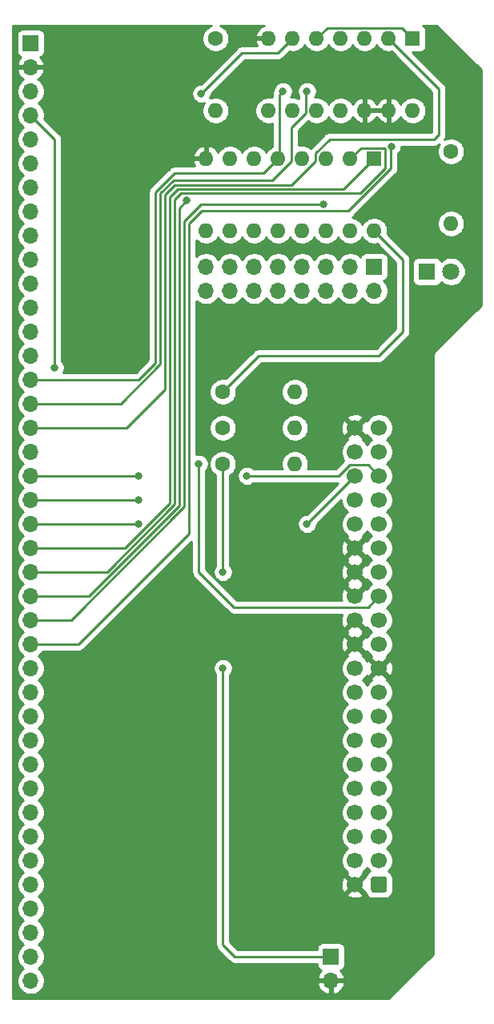
<source format=gbr>
%TF.GenerationSoftware,KiCad,Pcbnew,5.1.6-c6e7f7d~87~ubuntu18.04.1*%
%TF.CreationDate,2020-10-10T11:51:25+01:00*%
%TF.ProjectId,CFCard,43464361-7264-42e6-9b69-6361645f7063,rev?*%
%TF.SameCoordinates,Original*%
%TF.FileFunction,Copper,L2,Bot*%
%TF.FilePolarity,Positive*%
%FSLAX46Y46*%
G04 Gerber Fmt 4.6, Leading zero omitted, Abs format (unit mm)*
G04 Created by KiCad (PCBNEW 5.1.6-c6e7f7d~87~ubuntu18.04.1) date 2020-10-10 11:51:25*
%MOMM*%
%LPD*%
G01*
G04 APERTURE LIST*
%TA.AperFunction,ComponentPad*%
%ADD10O,1.700000X1.700000*%
%TD*%
%TA.AperFunction,ComponentPad*%
%ADD11R,1.700000X1.700000*%
%TD*%
%TA.AperFunction,ComponentPad*%
%ADD12O,1.600000X1.600000*%
%TD*%
%TA.AperFunction,ComponentPad*%
%ADD13C,1.600000*%
%TD*%
%TA.AperFunction,ComponentPad*%
%ADD14C,1.700000*%
%TD*%
%TA.AperFunction,ComponentPad*%
%ADD15C,1.800000*%
%TD*%
%TA.AperFunction,ComponentPad*%
%ADD16R,1.800000X1.800000*%
%TD*%
%TA.AperFunction,ComponentPad*%
%ADD17R,1.600000X1.600000*%
%TD*%
%TA.AperFunction,ViaPad*%
%ADD18C,0.800000*%
%TD*%
%TA.AperFunction,Conductor*%
%ADD19C,0.250000*%
%TD*%
%TA.AperFunction,Conductor*%
%ADD20C,0.254000*%
%TD*%
G04 APERTURE END LIST*
D10*
%TO.P,J4,2*%
%TO.N,GND*%
X116840000Y-135890000D03*
D11*
%TO.P,J4,1*%
%TO.N,+5V*%
X116840000Y-133350000D03*
%TD*%
D12*
%TO.P,R4,2*%
%TO.N,Net-(J1-Pad29)*%
X113030000Y-77470000D03*
D13*
%TO.P,R4,1*%
%TO.N,+5V*%
X105410000Y-77470000D03*
%TD*%
D12*
%TO.P,R3,2*%
%TO.N,Net-(D1-Pad2)*%
X129540000Y-55880000D03*
D13*
%TO.P,R3,1*%
%TO.N,+5V*%
X129540000Y-48260000D03*
%TD*%
D12*
%TO.P,R2,2*%
%TO.N,Net-(J1-Pad38)*%
X113030000Y-73660000D03*
D13*
%TO.P,R2,1*%
%TO.N,+5V*%
X105410000Y-73660000D03*
%TD*%
D12*
%TO.P,R1,2*%
%TO.N,Net-(J1-Pad34)*%
X113030000Y-81280000D03*
D13*
%TO.P,R1,1*%
%TO.N,+5V*%
X105410000Y-81280000D03*
%TD*%
D14*
%TO.P,J1,40*%
%TO.N,GND*%
X119380000Y-77470000D03*
%TO.P,J1,38*%
%TO.N,Net-(J1-Pad38)*%
X119380000Y-80010000D03*
%TO.P,J1,36*%
%TO.N,A2*%
X119380000Y-82550000D03*
%TO.P,J1,34*%
%TO.N,Net-(J1-Pad34)*%
X119380000Y-85090000D03*
%TO.P,J1,32*%
%TO.N,Net-(J1-Pad32)*%
X119380000Y-87630000D03*
%TO.P,J1,30*%
%TO.N,GND*%
X119380000Y-90170000D03*
%TO.P,J1,28*%
X119380000Y-92710000D03*
%TO.P,J1,26*%
X119380000Y-95250000D03*
%TO.P,J1,24*%
X119380000Y-97790000D03*
%TO.P,J1,22*%
X119380000Y-100330000D03*
%TO.P,J1,20*%
%TO.N,Net-(J1-Pad20)*%
X119380000Y-102870000D03*
%TO.P,J1,18*%
%TO.N,Net-(J1-Pad18)*%
X119380000Y-105410000D03*
%TO.P,J1,16*%
%TO.N,Net-(J1-Pad16)*%
X119380000Y-107950000D03*
%TO.P,J1,14*%
%TO.N,Net-(J1-Pad14)*%
X119380000Y-110490000D03*
%TO.P,J1,12*%
%TO.N,Net-(J1-Pad12)*%
X119380000Y-113030000D03*
%TO.P,J1,10*%
%TO.N,Net-(J1-Pad10)*%
X119380000Y-115570000D03*
%TO.P,J1,8*%
%TO.N,Net-(J1-Pad8)*%
X119380000Y-118110000D03*
%TO.P,J1,6*%
%TO.N,Net-(J1-Pad6)*%
X119380000Y-120650000D03*
%TO.P,J1,4*%
%TO.N,Net-(J1-Pad4)*%
X119380000Y-123190000D03*
%TO.P,J1,2*%
%TO.N,GND*%
X119380000Y-125730000D03*
%TO.P,J1,39*%
%TO.N,Net-(D1-Pad1)*%
X121920000Y-77470000D03*
%TO.P,J1,37*%
%TO.N,CS0*%
X121920000Y-80010000D03*
%TO.P,J1,35*%
%TO.N,A0*%
X121920000Y-82550000D03*
%TO.P,J1,33*%
%TO.N,A1*%
X121920000Y-85090000D03*
%TO.P,J1,31*%
%TO.N,Net-(J1-Pad31)*%
X121920000Y-87630000D03*
%TO.P,J1,29*%
%TO.N,Net-(J1-Pad29)*%
X121920000Y-90170000D03*
%TO.P,J1,27*%
%TO.N,Net-(J1-Pad27)*%
X121920000Y-92710000D03*
%TO.P,J1,25*%
%TO.N,IORD*%
X121920000Y-95250000D03*
%TO.P,J1,23*%
%TO.N,IOWR*%
X121920000Y-97790000D03*
%TO.P,J1,21*%
%TO.N,Net-(J1-Pad21)*%
X121920000Y-100330000D03*
%TO.P,J1,19*%
%TO.N,GND*%
X121920000Y-102870000D03*
%TO.P,J1,17*%
%TO.N,D0*%
X121920000Y-105410000D03*
%TO.P,J1,15*%
%TO.N,D1*%
X121920000Y-107950000D03*
%TO.P,J1,13*%
%TO.N,D2*%
X121920000Y-110490000D03*
%TO.P,J1,11*%
%TO.N,D3*%
X121920000Y-113030000D03*
%TO.P,J1,9*%
%TO.N,D4*%
X121920000Y-115570000D03*
%TO.P,J1,7*%
%TO.N,D5*%
X121920000Y-118110000D03*
%TO.P,J1,5*%
%TO.N,D6*%
X121920000Y-120650000D03*
%TO.P,J1,3*%
%TO.N,D7*%
X121920000Y-123190000D03*
%TO.P,J1,1*%
%TO.N,RESET*%
%TA.AperFunction,ComponentPad*%
G36*
G01*
X122770000Y-125130000D02*
X122770000Y-126330000D01*
G75*
G02*
X122520000Y-126580000I-250000J0D01*
G01*
X121320000Y-126580000D01*
G75*
G02*
X121070000Y-126330000I0J250000D01*
G01*
X121070000Y-125130000D01*
G75*
G02*
X121320000Y-124880000I250000J0D01*
G01*
X122520000Y-124880000D01*
G75*
G02*
X122770000Y-125130000I0J-250000D01*
G01*
G37*
%TD.AperFunction*%
%TD*%
D15*
%TO.P,D1,2*%
%TO.N,Net-(D1-Pad2)*%
X129540000Y-60960000D03*
D16*
%TO.P,D1,1*%
%TO.N,Net-(D1-Pad1)*%
X127000000Y-60960000D03*
%TD*%
D12*
%TO.P,R6,2*%
%TO.N,Net-(R6-Pad2)*%
X104648000Y-43942000D03*
D13*
%TO.P,R6,1*%
%TO.N,+5V*%
X104648000Y-36322000D03*
%TD*%
D17*
%TO.P,U1,1*%
%TO.N,Net-(J2-Pad15)*%
X125476000Y-36322000D03*
D12*
%TO.P,U1,8*%
%TO.N,Net-(U1-Pad8)*%
X110236000Y-43942000D03*
%TO.P,U1,2*%
%TO.N,Net-(J2-Pad17)*%
X122936000Y-36322000D03*
%TO.P,U1,9*%
%TO.N,A6*%
X112776000Y-43942000D03*
%TO.P,U1,3*%
%TO.N,IOWR*%
X120396000Y-36322000D03*
%TO.P,U1,10*%
%TO.N,A7*%
X115316000Y-43942000D03*
%TO.P,U1,4*%
%TO.N,Net-(J2-Pad16)*%
X117856000Y-36322000D03*
%TO.P,U1,11*%
%TO.N,Net-(U1-Pad11)*%
X117856000Y-43942000D03*
%TO.P,U1,5*%
%TO.N,Net-(J2-Pad15)*%
X115316000Y-36322000D03*
%TO.P,U1,12*%
%TO.N,GND*%
X120396000Y-43942000D03*
%TO.P,U1,6*%
%TO.N,IORD*%
X112776000Y-36322000D03*
%TO.P,U1,13*%
%TO.N,GND*%
X122936000Y-43942000D03*
%TO.P,U1,7*%
X110236000Y-36322000D03*
%TO.P,U1,14*%
%TO.N,+5V*%
X125476000Y-43942000D03*
%TD*%
D17*
%TO.P,U2,1*%
%TO.N,A3*%
X121412000Y-49022000D03*
D12*
%TO.P,U2,9*%
%TO.N,Net-(J3-Pad13)*%
X103632000Y-56642000D03*
%TO.P,U2,2*%
%TO.N,A4*%
X118872000Y-49022000D03*
%TO.P,U2,10*%
%TO.N,Net-(J3-Pad11)*%
X106172000Y-56642000D03*
%TO.P,U2,3*%
%TO.N,A5*%
X116332000Y-49022000D03*
%TO.P,U2,11*%
%TO.N,Net-(J3-Pad9)*%
X108712000Y-56642000D03*
%TO.P,U2,4*%
%TO.N,Net-(U1-Pad8)*%
X113792000Y-49022000D03*
%TO.P,U2,12*%
%TO.N,Net-(J3-Pad7)*%
X111252000Y-56642000D03*
%TO.P,U2,5*%
%TO.N,Net-(J2-Pad15)*%
X111252000Y-49022000D03*
%TO.P,U2,13*%
%TO.N,Net-(J3-Pad5)*%
X113792000Y-56642000D03*
%TO.P,U2,6*%
%TO.N,Net-(R6-Pad2)*%
X108712000Y-49022000D03*
%TO.P,U2,14*%
%TO.N,Net-(J3-Pad3)*%
X116332000Y-56642000D03*
%TO.P,U2,7*%
%TO.N,Net-(J3-Pad15)*%
X106172000Y-49022000D03*
%TO.P,U2,15*%
%TO.N,Net-(J3-Pad1)*%
X118872000Y-56642000D03*
%TO.P,U2,8*%
%TO.N,GND*%
X103632000Y-49022000D03*
%TO.P,U2,16*%
%TO.N,+5V*%
X121412000Y-56642000D03*
%TD*%
D11*
%TO.P,J3,1*%
%TO.N,Net-(J3-Pad1)*%
X121412000Y-60452000D03*
D10*
%TO.P,J3,2*%
%TO.N,CS0*%
X121412000Y-62992000D03*
%TO.P,J3,3*%
%TO.N,Net-(J3-Pad3)*%
X118872000Y-60452000D03*
%TO.P,J3,4*%
%TO.N,CS0*%
X118872000Y-62992000D03*
%TO.P,J3,5*%
%TO.N,Net-(J3-Pad5)*%
X116332000Y-60452000D03*
%TO.P,J3,6*%
%TO.N,CS0*%
X116332000Y-62992000D03*
%TO.P,J3,7*%
%TO.N,Net-(J3-Pad7)*%
X113792000Y-60452000D03*
%TO.P,J3,8*%
%TO.N,CS0*%
X113792000Y-62992000D03*
%TO.P,J3,9*%
%TO.N,Net-(J3-Pad9)*%
X111252000Y-60452000D03*
%TO.P,J3,10*%
%TO.N,CS0*%
X111252000Y-62992000D03*
%TO.P,J3,11*%
%TO.N,Net-(J3-Pad11)*%
X108712000Y-60452000D03*
%TO.P,J3,12*%
%TO.N,CS0*%
X108712000Y-62992000D03*
%TO.P,J3,13*%
%TO.N,Net-(J3-Pad13)*%
X106172000Y-60452000D03*
%TO.P,J3,14*%
%TO.N,CS0*%
X106172000Y-62992000D03*
%TO.P,J3,15*%
%TO.N,Net-(J3-Pad15)*%
X103632000Y-60452000D03*
%TO.P,J3,16*%
%TO.N,CS0*%
X103632000Y-62992000D03*
%TD*%
D11*
%TO.P,J2,1*%
%TO.N,+5V*%
X85090000Y-36830000D03*
D10*
%TO.P,J2,2*%
%TO.N,GND*%
X85090000Y-39370000D03*
%TO.P,J2,3*%
%TO.N,Net-(J2-Pad3)*%
X85090000Y-41910000D03*
%TO.P,J2,4*%
%TO.N,RESET*%
X85090000Y-44450000D03*
%TO.P,J2,5*%
%TO.N,Net-(J2-Pad5)*%
X85090000Y-46990000D03*
%TO.P,J2,6*%
%TO.N,D0*%
X85090000Y-49530000D03*
%TO.P,J2,7*%
%TO.N,D1*%
X85090000Y-52070000D03*
%TO.P,J2,8*%
%TO.N,D2*%
X85090000Y-54610000D03*
%TO.P,J2,9*%
%TO.N,D3*%
X85090000Y-57150000D03*
%TO.P,J2,10*%
%TO.N,D4*%
X85090000Y-59690000D03*
%TO.P,J2,11*%
%TO.N,D5*%
X85090000Y-62230000D03*
%TO.P,J2,12*%
%TO.N,D6*%
X85090000Y-64770000D03*
%TO.P,J2,13*%
%TO.N,D7*%
X85090000Y-67310000D03*
%TO.P,J2,14*%
%TO.N,Net-(J2-Pad14)*%
X85090000Y-69850000D03*
%TO.P,J2,15*%
%TO.N,Net-(J2-Pad15)*%
X85090000Y-72390000D03*
%TO.P,J2,16*%
%TO.N,Net-(J2-Pad16)*%
X85090000Y-74930000D03*
%TO.P,J2,17*%
%TO.N,Net-(J2-Pad17)*%
X85090000Y-77470000D03*
%TO.P,J2,18*%
%TO.N,Net-(J2-Pad18)*%
X85090000Y-80010000D03*
%TO.P,J2,19*%
%TO.N,A0*%
X85090000Y-82550000D03*
%TO.P,J2,20*%
%TO.N,A1*%
X85090000Y-85090000D03*
%TO.P,J2,21*%
%TO.N,A2*%
X85090000Y-87630000D03*
%TO.P,J2,22*%
%TO.N,A3*%
X85090000Y-90170000D03*
%TO.P,J2,23*%
%TO.N,A4*%
X85090000Y-92710000D03*
%TO.P,J2,24*%
%TO.N,A5*%
X85090000Y-95250000D03*
%TO.P,J2,25*%
%TO.N,A6*%
X85090000Y-97790000D03*
%TO.P,J2,26*%
%TO.N,A7*%
X85090000Y-100330000D03*
%TO.P,J2,27*%
%TO.N,Net-(J2-Pad27)*%
X85090000Y-102870000D03*
%TO.P,J2,28*%
%TO.N,Net-(J2-Pad28)*%
X85090000Y-105410000D03*
%TO.P,J2,29*%
%TO.N,Net-(J2-Pad29)*%
X85090000Y-107950000D03*
%TO.P,J2,30*%
%TO.N,Net-(J2-Pad30)*%
X85090000Y-110490000D03*
%TO.P,J2,31*%
%TO.N,Net-(J2-Pad31)*%
X85090000Y-113030000D03*
%TO.P,J2,32*%
%TO.N,Net-(J2-Pad32)*%
X85090000Y-115570000D03*
%TO.P,J2,33*%
%TO.N,Net-(J2-Pad33)*%
X85090000Y-118110000D03*
%TO.P,J2,34*%
%TO.N,Net-(J2-Pad34)*%
X85090000Y-120650000D03*
%TO.P,J2,35*%
%TO.N,Net-(J2-Pad35)*%
X85090000Y-123190000D03*
%TO.P,J2,36*%
%TO.N,Net-(J2-Pad36)*%
X85090000Y-125730000D03*
%TO.P,J2,37*%
%TO.N,Net-(J2-Pad37)*%
X85090000Y-128270000D03*
%TO.P,J2,38*%
%TO.N,Net-(J2-Pad38)*%
X85090000Y-130810000D03*
%TO.P,J2,39*%
%TO.N,Net-(J2-Pad39)*%
X85090000Y-133350000D03*
%TO.P,J2,40*%
%TO.N,Net-(J2-Pad40)*%
X85090000Y-135890000D03*
%TD*%
D18*
%TO.N,A0*%
X96520000Y-82550000D03*
X107950000Y-82550000D03*
%TO.N,A1*%
X96520000Y-85090000D03*
%TO.N,A2*%
X96520000Y-87630000D03*
X114300000Y-87630000D03*
%TO.N,RESET*%
X87630000Y-71120000D03*
%TO.N,+5V*%
X105410000Y-92710000D03*
X105410000Y-102870000D03*
%TO.N,IORD*%
X103124000Y-42164000D03*
X102870000Y-81280000D03*
%TO.N,A7*%
X123227190Y-47740040D03*
%TO.N,A6*%
X116078000Y-53848000D03*
%TO.N,A5*%
X101600000Y-53442430D03*
%TO.N,Net-(J2-Pad16)*%
X114300000Y-41910000D03*
%TO.N,Net-(J2-Pad15)*%
X111760000Y-41910000D03*
%TD*%
D19*
%TO.N,A0*%
X85090000Y-82550000D02*
X96520000Y-82550000D01*
X118815999Y-81374999D02*
X120744999Y-81374999D01*
X120744999Y-81374999D02*
X121920000Y-82550000D01*
X117640998Y-82550000D02*
X118815999Y-81374999D01*
X107950000Y-82550000D02*
X117640998Y-82550000D01*
%TO.N,A1*%
X85090000Y-85090000D02*
X96520000Y-85090000D01*
%TO.N,A2*%
X114300000Y-87630000D02*
X119380000Y-82550000D01*
X85090000Y-87630000D02*
X96520000Y-87630000D01*
%TO.N,RESET*%
X85090000Y-44450000D02*
X87630000Y-46990000D01*
X87630000Y-46990000D02*
X87630000Y-71120000D01*
%TO.N,+5V*%
X121920000Y-69850000D02*
X124460000Y-67310000D01*
X124460000Y-59690000D02*
X121412000Y-56642000D01*
X124460000Y-67310000D02*
X124460000Y-59690000D01*
X109220000Y-69850000D02*
X105410000Y-73660000D01*
X121920000Y-69850000D02*
X109220000Y-69850000D01*
X105410000Y-81280000D02*
X105410000Y-92710000D01*
X105410000Y-102870000D02*
X105410000Y-132080000D01*
X106680000Y-133350000D02*
X116840000Y-133350000D01*
X105410000Y-132080000D02*
X106680000Y-133350000D01*
%TO.N,IORD*%
X103124000Y-42164000D02*
X107442000Y-37846000D01*
X111252000Y-37846000D02*
X112776000Y-36322000D01*
X107442000Y-37846000D02*
X111252000Y-37846000D01*
X102870000Y-81280000D02*
X102870000Y-92710000D01*
X106585001Y-96425001D02*
X120744999Y-96425001D01*
X120744999Y-96425001D02*
X121920000Y-95250000D01*
X102870000Y-92710000D02*
X106585001Y-96425001D01*
%TO.N,A7*%
X118682411Y-54573001D02*
X123190000Y-50065412D01*
X101854000Y-55880000D02*
X103160999Y-54573001D01*
X103160999Y-54573001D02*
X118682411Y-54573001D01*
X123190000Y-50065412D02*
X123190000Y-47777230D01*
X123190000Y-47777230D02*
X123227190Y-47740040D01*
X101854000Y-55880000D02*
X101854000Y-88646000D01*
X90170000Y-100330000D02*
X85090000Y-100330000D01*
X101854000Y-88646000D02*
X90170000Y-100330000D01*
%TO.N,A6*%
X101346000Y-55626000D02*
X103124000Y-53848000D01*
X103124000Y-53848000D02*
X116078000Y-53848000D01*
X89342232Y-97790000D02*
X85090000Y-97790000D01*
X101346000Y-85786232D02*
X89342232Y-97790000D01*
X101346000Y-55626000D02*
X101346000Y-85786232D01*
%TO.N,A5*%
X100780010Y-54262420D02*
X101600000Y-53442430D01*
X91245822Y-95250000D02*
X85090000Y-95250000D01*
X100780009Y-85715813D02*
X91245822Y-95250000D01*
X100780010Y-54262420D02*
X100780009Y-85715813D01*
%TO.N,A4*%
X100330000Y-53340000D02*
X100952570Y-52717430D01*
X122472001Y-47896999D02*
X119997001Y-47896999D01*
X122537001Y-47961999D02*
X122472001Y-47896999D01*
X119997001Y-47896999D02*
X118872000Y-49022000D01*
X122537001Y-50082001D02*
X122537001Y-47961999D01*
X119901572Y-52717430D02*
X122537001Y-50082001D01*
X100952570Y-52717430D02*
X119901572Y-52717430D01*
X93149412Y-92710000D02*
X85090000Y-92710000D01*
X100330000Y-85529412D02*
X93149412Y-92710000D01*
X100330000Y-53340000D02*
X100330000Y-85529412D01*
%TO.N,A3*%
X118166580Y-52267420D02*
X121412000Y-49022000D01*
X100640580Y-52267420D02*
X118166580Y-52267420D01*
X99822000Y-53086000D02*
X100640580Y-52267420D01*
X95053002Y-90170000D02*
X85090000Y-90170000D01*
X99822000Y-85401002D02*
X95053002Y-90170000D01*
X99822000Y-53086000D02*
X99822000Y-85401002D01*
%TO.N,Net-(J2-Pad17)*%
X99315410Y-73404590D02*
X95250000Y-77470000D01*
X100331410Y-51817410D02*
X99315410Y-52833410D01*
X112661592Y-51817410D02*
X100331410Y-51817410D01*
X115206999Y-49272003D02*
X112661592Y-51817410D01*
X128270000Y-41656000D02*
X128270000Y-46482000D01*
X122936000Y-36322000D02*
X128270000Y-41656000D01*
X128270000Y-46482000D02*
X127762000Y-46990000D01*
X127762000Y-46990000D02*
X116698998Y-46990000D01*
X95250000Y-77470000D02*
X85090000Y-77470000D01*
X116698998Y-46990000D02*
X115206999Y-48481999D01*
X99315410Y-52833410D02*
X99315410Y-73404590D01*
X115206999Y-48481999D02*
X115206999Y-49272003D01*
%TO.N,Net-(J2-Pad16)*%
X98806000Y-52706410D02*
X100204410Y-51308000D01*
X110631002Y-51308000D02*
X112666999Y-49272003D01*
X100204410Y-51308000D02*
X110631002Y-51308000D01*
X112666999Y-45716003D02*
X114190999Y-44192003D01*
X112666999Y-49272003D02*
X112666999Y-45716003D01*
X114190999Y-44192003D02*
X114190999Y-42019001D01*
X114190999Y-42019001D02*
X114300000Y-41910000D01*
X94616410Y-74930000D02*
X85090000Y-74930000D01*
X98806000Y-70740410D02*
X94616410Y-74930000D01*
X98806000Y-52706410D02*
X98806000Y-70740410D01*
%TO.N,Net-(J2-Pad15)*%
X98298000Y-52578000D02*
X100330000Y-50546000D01*
X109728000Y-50546000D02*
X111252000Y-49022000D01*
X100330000Y-50546000D02*
X109728000Y-50546000D01*
X111252000Y-49022000D02*
X111361001Y-48912999D01*
X124350999Y-35196999D02*
X125476000Y-36322000D01*
X116441001Y-35196999D02*
X124350999Y-35196999D01*
X115316000Y-36322000D02*
X116441001Y-35196999D01*
X111361001Y-48912999D02*
X111361001Y-42308999D01*
X111361001Y-42308999D02*
X111760000Y-41910000D01*
X98298000Y-52578000D02*
X98298000Y-70612000D01*
X96520000Y-72390000D02*
X85090000Y-72390000D01*
X98298000Y-70612000D02*
X96520000Y-72390000D01*
%TD*%
D20*
%TO.N,GND*%
G36*
X103968273Y-35050320D02*
G01*
X103733241Y-35207363D01*
X103533363Y-35407241D01*
X103376320Y-35642273D01*
X103268147Y-35903426D01*
X103213000Y-36180665D01*
X103213000Y-36463335D01*
X103268147Y-36740574D01*
X103376320Y-37001727D01*
X103533363Y-37236759D01*
X103733241Y-37436637D01*
X103968273Y-37593680D01*
X104229426Y-37701853D01*
X104506665Y-37757000D01*
X104789335Y-37757000D01*
X105066574Y-37701853D01*
X105327727Y-37593680D01*
X105562759Y-37436637D01*
X105762637Y-37236759D01*
X105919680Y-37001727D01*
X106027853Y-36740574D01*
X106083000Y-36463335D01*
X106083000Y-36180665D01*
X106027853Y-35903426D01*
X105919680Y-35642273D01*
X105762637Y-35407241D01*
X105562759Y-35207363D01*
X105327727Y-35050320D01*
X105085533Y-34950000D01*
X109821338Y-34950000D01*
X109752913Y-34970754D01*
X109498580Y-35090963D01*
X109272586Y-35258481D01*
X109083615Y-35466869D01*
X108938930Y-35708119D01*
X108844091Y-35972960D01*
X108965376Y-36195000D01*
X110109000Y-36195000D01*
X110109000Y-36175000D01*
X110363000Y-36175000D01*
X110363000Y-36195000D01*
X110383000Y-36195000D01*
X110383000Y-36449000D01*
X110363000Y-36449000D01*
X110363000Y-36469000D01*
X110109000Y-36469000D01*
X110109000Y-36449000D01*
X108965376Y-36449000D01*
X108844091Y-36671040D01*
X108938930Y-36935881D01*
X109028961Y-37086000D01*
X107479322Y-37086000D01*
X107441999Y-37082324D01*
X107404676Y-37086000D01*
X107404667Y-37086000D01*
X107293014Y-37096997D01*
X107149753Y-37140454D01*
X107017724Y-37211026D01*
X106901999Y-37305999D01*
X106878201Y-37334997D01*
X103084199Y-41129000D01*
X103022061Y-41129000D01*
X102822102Y-41168774D01*
X102633744Y-41246795D01*
X102464226Y-41360063D01*
X102320063Y-41504226D01*
X102206795Y-41673744D01*
X102128774Y-41862102D01*
X102089000Y-42062061D01*
X102089000Y-42265939D01*
X102128774Y-42465898D01*
X102206795Y-42654256D01*
X102320063Y-42823774D01*
X102464226Y-42967937D01*
X102633744Y-43081205D01*
X102822102Y-43159226D01*
X103022061Y-43199000D01*
X103225939Y-43199000D01*
X103425898Y-43159226D01*
X103452550Y-43148186D01*
X103376320Y-43262273D01*
X103268147Y-43523426D01*
X103213000Y-43800665D01*
X103213000Y-44083335D01*
X103268147Y-44360574D01*
X103376320Y-44621727D01*
X103533363Y-44856759D01*
X103733241Y-45056637D01*
X103968273Y-45213680D01*
X104229426Y-45321853D01*
X104506665Y-45377000D01*
X104789335Y-45377000D01*
X105066574Y-45321853D01*
X105327727Y-45213680D01*
X105562759Y-45056637D01*
X105762637Y-44856759D01*
X105919680Y-44621727D01*
X106027853Y-44360574D01*
X106083000Y-44083335D01*
X106083000Y-43800665D01*
X106027853Y-43523426D01*
X105919680Y-43262273D01*
X105762637Y-43027241D01*
X105562759Y-42827363D01*
X105327727Y-42670320D01*
X105066574Y-42562147D01*
X104789335Y-42507000D01*
X104506665Y-42507000D01*
X104229426Y-42562147D01*
X104048278Y-42637181D01*
X104119226Y-42465898D01*
X104159000Y-42265939D01*
X104159000Y-42203801D01*
X107756802Y-38606000D01*
X111214678Y-38606000D01*
X111252000Y-38609676D01*
X111289322Y-38606000D01*
X111289333Y-38606000D01*
X111400986Y-38595003D01*
X111544247Y-38551546D01*
X111676276Y-38480974D01*
X111792001Y-38386001D01*
X111815803Y-38356998D01*
X112452114Y-37720688D01*
X112634665Y-37757000D01*
X112917335Y-37757000D01*
X113194574Y-37701853D01*
X113455727Y-37593680D01*
X113690759Y-37436637D01*
X113890637Y-37236759D01*
X114046000Y-37004241D01*
X114201363Y-37236759D01*
X114401241Y-37436637D01*
X114636273Y-37593680D01*
X114897426Y-37701853D01*
X115174665Y-37757000D01*
X115457335Y-37757000D01*
X115734574Y-37701853D01*
X115995727Y-37593680D01*
X116230759Y-37436637D01*
X116430637Y-37236759D01*
X116586000Y-37004241D01*
X116741363Y-37236759D01*
X116941241Y-37436637D01*
X117176273Y-37593680D01*
X117437426Y-37701853D01*
X117714665Y-37757000D01*
X117997335Y-37757000D01*
X118274574Y-37701853D01*
X118535727Y-37593680D01*
X118770759Y-37436637D01*
X118970637Y-37236759D01*
X119126000Y-37004241D01*
X119281363Y-37236759D01*
X119481241Y-37436637D01*
X119716273Y-37593680D01*
X119977426Y-37701853D01*
X120254665Y-37757000D01*
X120537335Y-37757000D01*
X120814574Y-37701853D01*
X121075727Y-37593680D01*
X121310759Y-37436637D01*
X121510637Y-37236759D01*
X121666000Y-37004241D01*
X121821363Y-37236759D01*
X122021241Y-37436637D01*
X122256273Y-37593680D01*
X122517426Y-37701853D01*
X122794665Y-37757000D01*
X123077335Y-37757000D01*
X123259887Y-37720688D01*
X127510000Y-41970802D01*
X127510001Y-46167198D01*
X127447199Y-46230000D01*
X116736320Y-46230000D01*
X116698997Y-46226324D01*
X116661674Y-46230000D01*
X116661665Y-46230000D01*
X116550012Y-46240997D01*
X116406751Y-46284454D01*
X116274722Y-46355026D01*
X116158997Y-46449999D01*
X116135200Y-46478996D01*
X114706796Y-47907400D01*
X114706759Y-47907363D01*
X114471727Y-47750320D01*
X114210574Y-47642147D01*
X113933335Y-47587000D01*
X113650665Y-47587000D01*
X113426999Y-47631491D01*
X113426999Y-46030804D01*
X114401204Y-45056600D01*
X114401241Y-45056637D01*
X114636273Y-45213680D01*
X114897426Y-45321853D01*
X115174665Y-45377000D01*
X115457335Y-45377000D01*
X115734574Y-45321853D01*
X115995727Y-45213680D01*
X116230759Y-45056637D01*
X116430637Y-44856759D01*
X116586000Y-44624241D01*
X116741363Y-44856759D01*
X116941241Y-45056637D01*
X117176273Y-45213680D01*
X117437426Y-45321853D01*
X117714665Y-45377000D01*
X117997335Y-45377000D01*
X118274574Y-45321853D01*
X118535727Y-45213680D01*
X118770759Y-45056637D01*
X118970637Y-44856759D01*
X119127680Y-44621727D01*
X119132067Y-44611135D01*
X119243615Y-44797131D01*
X119432586Y-45005519D01*
X119658580Y-45173037D01*
X119912913Y-45293246D01*
X120046961Y-45333904D01*
X120269000Y-45211915D01*
X120269000Y-44069000D01*
X120523000Y-44069000D01*
X120523000Y-45211915D01*
X120745039Y-45333904D01*
X120879087Y-45293246D01*
X121133420Y-45173037D01*
X121359414Y-45005519D01*
X121548385Y-44797131D01*
X121666000Y-44601018D01*
X121783615Y-44797131D01*
X121972586Y-45005519D01*
X122198580Y-45173037D01*
X122452913Y-45293246D01*
X122586961Y-45333904D01*
X122809000Y-45211915D01*
X122809000Y-44069000D01*
X120523000Y-44069000D01*
X120269000Y-44069000D01*
X120249000Y-44069000D01*
X120249000Y-43815000D01*
X120269000Y-43815000D01*
X120269000Y-42672085D01*
X120523000Y-42672085D01*
X120523000Y-43815000D01*
X122809000Y-43815000D01*
X122809000Y-42672085D01*
X123063000Y-42672085D01*
X123063000Y-43815000D01*
X123083000Y-43815000D01*
X123083000Y-44069000D01*
X123063000Y-44069000D01*
X123063000Y-45211915D01*
X123285039Y-45333904D01*
X123419087Y-45293246D01*
X123673420Y-45173037D01*
X123899414Y-45005519D01*
X124088385Y-44797131D01*
X124199933Y-44611135D01*
X124204320Y-44621727D01*
X124361363Y-44856759D01*
X124561241Y-45056637D01*
X124796273Y-45213680D01*
X125057426Y-45321853D01*
X125334665Y-45377000D01*
X125617335Y-45377000D01*
X125894574Y-45321853D01*
X126155727Y-45213680D01*
X126390759Y-45056637D01*
X126590637Y-44856759D01*
X126747680Y-44621727D01*
X126855853Y-44360574D01*
X126911000Y-44083335D01*
X126911000Y-43800665D01*
X126855853Y-43523426D01*
X126747680Y-43262273D01*
X126590637Y-43027241D01*
X126390759Y-42827363D01*
X126155727Y-42670320D01*
X125894574Y-42562147D01*
X125617335Y-42507000D01*
X125334665Y-42507000D01*
X125057426Y-42562147D01*
X124796273Y-42670320D01*
X124561241Y-42827363D01*
X124361363Y-43027241D01*
X124204320Y-43262273D01*
X124199933Y-43272865D01*
X124088385Y-43086869D01*
X123899414Y-42878481D01*
X123673420Y-42710963D01*
X123419087Y-42590754D01*
X123285039Y-42550096D01*
X123063000Y-42672085D01*
X122809000Y-42672085D01*
X122586961Y-42550096D01*
X122452913Y-42590754D01*
X122198580Y-42710963D01*
X121972586Y-42878481D01*
X121783615Y-43086869D01*
X121666000Y-43282982D01*
X121548385Y-43086869D01*
X121359414Y-42878481D01*
X121133420Y-42710963D01*
X120879087Y-42590754D01*
X120745039Y-42550096D01*
X120523000Y-42672085D01*
X120269000Y-42672085D01*
X120046961Y-42550096D01*
X119912913Y-42590754D01*
X119658580Y-42710963D01*
X119432586Y-42878481D01*
X119243615Y-43086869D01*
X119132067Y-43272865D01*
X119127680Y-43262273D01*
X118970637Y-43027241D01*
X118770759Y-42827363D01*
X118535727Y-42670320D01*
X118274574Y-42562147D01*
X117997335Y-42507000D01*
X117714665Y-42507000D01*
X117437426Y-42562147D01*
X117176273Y-42670320D01*
X116941241Y-42827363D01*
X116741363Y-43027241D01*
X116586000Y-43259759D01*
X116430637Y-43027241D01*
X116230759Y-42827363D01*
X115995727Y-42670320D01*
X115734574Y-42562147D01*
X115457335Y-42507000D01*
X115174665Y-42507000D01*
X115141469Y-42513603D01*
X115217205Y-42400256D01*
X115295226Y-42211898D01*
X115335000Y-42011939D01*
X115335000Y-41808061D01*
X115295226Y-41608102D01*
X115217205Y-41419744D01*
X115103937Y-41250226D01*
X114959774Y-41106063D01*
X114790256Y-40992795D01*
X114601898Y-40914774D01*
X114401939Y-40875000D01*
X114198061Y-40875000D01*
X113998102Y-40914774D01*
X113809744Y-40992795D01*
X113640226Y-41106063D01*
X113496063Y-41250226D01*
X113382795Y-41419744D01*
X113304774Y-41608102D01*
X113265000Y-41808061D01*
X113265000Y-42011939D01*
X113304774Y-42211898D01*
X113382795Y-42400256D01*
X113431000Y-42472400D01*
X113431000Y-42660078D01*
X113194574Y-42562147D01*
X112917335Y-42507000D01*
X112634665Y-42507000D01*
X112601469Y-42513603D01*
X112677205Y-42400256D01*
X112755226Y-42211898D01*
X112795000Y-42011939D01*
X112795000Y-41808061D01*
X112755226Y-41608102D01*
X112677205Y-41419744D01*
X112563937Y-41250226D01*
X112419774Y-41106063D01*
X112250256Y-40992795D01*
X112061898Y-40914774D01*
X111861939Y-40875000D01*
X111658061Y-40875000D01*
X111458102Y-40914774D01*
X111269744Y-40992795D01*
X111100226Y-41106063D01*
X110956063Y-41250226D01*
X110842795Y-41419744D01*
X110764774Y-41608102D01*
X110725000Y-41808061D01*
X110725000Y-41886644D01*
X110655455Y-42016753D01*
X110641712Y-42062061D01*
X110611999Y-42160013D01*
X110607839Y-42202246D01*
X110597325Y-42308999D01*
X110601002Y-42346331D01*
X110601002Y-42551491D01*
X110377335Y-42507000D01*
X110094665Y-42507000D01*
X109817426Y-42562147D01*
X109556273Y-42670320D01*
X109321241Y-42827363D01*
X109121363Y-43027241D01*
X108964320Y-43262273D01*
X108856147Y-43523426D01*
X108801000Y-43800665D01*
X108801000Y-44083335D01*
X108856147Y-44360574D01*
X108964320Y-44621727D01*
X109121363Y-44856759D01*
X109321241Y-45056637D01*
X109556273Y-45213680D01*
X109817426Y-45321853D01*
X110094665Y-45377000D01*
X110377335Y-45377000D01*
X110601002Y-45332509D01*
X110601001Y-47738420D01*
X110572273Y-47750320D01*
X110337241Y-47907363D01*
X110137363Y-48107241D01*
X109982000Y-48339759D01*
X109826637Y-48107241D01*
X109626759Y-47907363D01*
X109391727Y-47750320D01*
X109130574Y-47642147D01*
X108853335Y-47587000D01*
X108570665Y-47587000D01*
X108293426Y-47642147D01*
X108032273Y-47750320D01*
X107797241Y-47907363D01*
X107597363Y-48107241D01*
X107442000Y-48339759D01*
X107286637Y-48107241D01*
X107086759Y-47907363D01*
X106851727Y-47750320D01*
X106590574Y-47642147D01*
X106313335Y-47587000D01*
X106030665Y-47587000D01*
X105753426Y-47642147D01*
X105492273Y-47750320D01*
X105257241Y-47907363D01*
X105057363Y-48107241D01*
X104900320Y-48342273D01*
X104895933Y-48352865D01*
X104784385Y-48166869D01*
X104595414Y-47958481D01*
X104369420Y-47790963D01*
X104115087Y-47670754D01*
X103981039Y-47630096D01*
X103759000Y-47752085D01*
X103759000Y-48895000D01*
X103779000Y-48895000D01*
X103779000Y-49149000D01*
X103759000Y-49149000D01*
X103759000Y-49169000D01*
X103505000Y-49169000D01*
X103505000Y-49149000D01*
X102361376Y-49149000D01*
X102240091Y-49371040D01*
X102334930Y-49635881D01*
X102424961Y-49786000D01*
X100367323Y-49786000D01*
X100330000Y-49782324D01*
X100292677Y-49786000D01*
X100292667Y-49786000D01*
X100181014Y-49796997D01*
X100037753Y-49840454D01*
X99905723Y-49911026D01*
X99842201Y-49963158D01*
X99789999Y-50005999D01*
X99766201Y-50034997D01*
X97787003Y-52014196D01*
X97757999Y-52037999D01*
X97702871Y-52105174D01*
X97663026Y-52153724D01*
X97602254Y-52267420D01*
X97592454Y-52285754D01*
X97548997Y-52429015D01*
X97538000Y-52540668D01*
X97538000Y-52540678D01*
X97534324Y-52578000D01*
X97538000Y-52615322D01*
X97538001Y-70297197D01*
X96205199Y-71630000D01*
X88534013Y-71630000D01*
X88547205Y-71610256D01*
X88625226Y-71421898D01*
X88665000Y-71221939D01*
X88665000Y-71018061D01*
X88625226Y-70818102D01*
X88547205Y-70629744D01*
X88433937Y-70460226D01*
X88390000Y-70416289D01*
X88390000Y-48672960D01*
X102240091Y-48672960D01*
X102361376Y-48895000D01*
X103505000Y-48895000D01*
X103505000Y-47752085D01*
X103282961Y-47630096D01*
X103148913Y-47670754D01*
X102894580Y-47790963D01*
X102668586Y-47958481D01*
X102479615Y-48166869D01*
X102334930Y-48408119D01*
X102240091Y-48672960D01*
X88390000Y-48672960D01*
X88390000Y-47027322D01*
X88393676Y-46989999D01*
X88390000Y-46952676D01*
X88390000Y-46952667D01*
X88379003Y-46841014D01*
X88335546Y-46697753D01*
X88264974Y-46565724D01*
X88226902Y-46519333D01*
X88193799Y-46478996D01*
X88193795Y-46478992D01*
X88170001Y-46449999D01*
X88141009Y-46426206D01*
X86531210Y-44816408D01*
X86575000Y-44596260D01*
X86575000Y-44303740D01*
X86517932Y-44016842D01*
X86405990Y-43746589D01*
X86243475Y-43503368D01*
X86036632Y-43296525D01*
X85862240Y-43180000D01*
X86036632Y-43063475D01*
X86243475Y-42856632D01*
X86405990Y-42613411D01*
X86517932Y-42343158D01*
X86575000Y-42056260D01*
X86575000Y-41763740D01*
X86517932Y-41476842D01*
X86405990Y-41206589D01*
X86243475Y-40963368D01*
X86036632Y-40756525D01*
X85854466Y-40634805D01*
X85971355Y-40565178D01*
X86187588Y-40370269D01*
X86361641Y-40136920D01*
X86486825Y-39874099D01*
X86531476Y-39726890D01*
X86410155Y-39497000D01*
X85217000Y-39497000D01*
X85217000Y-39517000D01*
X84963000Y-39517000D01*
X84963000Y-39497000D01*
X83769845Y-39497000D01*
X83648524Y-39726890D01*
X83693175Y-39874099D01*
X83818359Y-40136920D01*
X83992412Y-40370269D01*
X84208645Y-40565178D01*
X84325534Y-40634805D01*
X84143368Y-40756525D01*
X83936525Y-40963368D01*
X83774010Y-41206589D01*
X83662068Y-41476842D01*
X83605000Y-41763740D01*
X83605000Y-42056260D01*
X83662068Y-42343158D01*
X83774010Y-42613411D01*
X83936525Y-42856632D01*
X84143368Y-43063475D01*
X84317760Y-43180000D01*
X84143368Y-43296525D01*
X83936525Y-43503368D01*
X83774010Y-43746589D01*
X83662068Y-44016842D01*
X83605000Y-44303740D01*
X83605000Y-44596260D01*
X83662068Y-44883158D01*
X83774010Y-45153411D01*
X83936525Y-45396632D01*
X84143368Y-45603475D01*
X84317760Y-45720000D01*
X84143368Y-45836525D01*
X83936525Y-46043368D01*
X83774010Y-46286589D01*
X83662068Y-46556842D01*
X83605000Y-46843740D01*
X83605000Y-47136260D01*
X83662068Y-47423158D01*
X83774010Y-47693411D01*
X83936525Y-47936632D01*
X84143368Y-48143475D01*
X84317760Y-48260000D01*
X84143368Y-48376525D01*
X83936525Y-48583368D01*
X83774010Y-48826589D01*
X83662068Y-49096842D01*
X83605000Y-49383740D01*
X83605000Y-49676260D01*
X83662068Y-49963158D01*
X83774010Y-50233411D01*
X83936525Y-50476632D01*
X84143368Y-50683475D01*
X84317760Y-50800000D01*
X84143368Y-50916525D01*
X83936525Y-51123368D01*
X83774010Y-51366589D01*
X83662068Y-51636842D01*
X83605000Y-51923740D01*
X83605000Y-52216260D01*
X83662068Y-52503158D01*
X83774010Y-52773411D01*
X83936525Y-53016632D01*
X84143368Y-53223475D01*
X84317760Y-53340000D01*
X84143368Y-53456525D01*
X83936525Y-53663368D01*
X83774010Y-53906589D01*
X83662068Y-54176842D01*
X83605000Y-54463740D01*
X83605000Y-54756260D01*
X83662068Y-55043158D01*
X83774010Y-55313411D01*
X83936525Y-55556632D01*
X84143368Y-55763475D01*
X84317760Y-55880000D01*
X84143368Y-55996525D01*
X83936525Y-56203368D01*
X83774010Y-56446589D01*
X83662068Y-56716842D01*
X83605000Y-57003740D01*
X83605000Y-57296260D01*
X83662068Y-57583158D01*
X83774010Y-57853411D01*
X83936525Y-58096632D01*
X84143368Y-58303475D01*
X84317760Y-58420000D01*
X84143368Y-58536525D01*
X83936525Y-58743368D01*
X83774010Y-58986589D01*
X83662068Y-59256842D01*
X83605000Y-59543740D01*
X83605000Y-59836260D01*
X83662068Y-60123158D01*
X83774010Y-60393411D01*
X83936525Y-60636632D01*
X84143368Y-60843475D01*
X84317760Y-60960000D01*
X84143368Y-61076525D01*
X83936525Y-61283368D01*
X83774010Y-61526589D01*
X83662068Y-61796842D01*
X83605000Y-62083740D01*
X83605000Y-62376260D01*
X83662068Y-62663158D01*
X83774010Y-62933411D01*
X83936525Y-63176632D01*
X84143368Y-63383475D01*
X84317760Y-63500000D01*
X84143368Y-63616525D01*
X83936525Y-63823368D01*
X83774010Y-64066589D01*
X83662068Y-64336842D01*
X83605000Y-64623740D01*
X83605000Y-64916260D01*
X83662068Y-65203158D01*
X83774010Y-65473411D01*
X83936525Y-65716632D01*
X84143368Y-65923475D01*
X84317760Y-66040000D01*
X84143368Y-66156525D01*
X83936525Y-66363368D01*
X83774010Y-66606589D01*
X83662068Y-66876842D01*
X83605000Y-67163740D01*
X83605000Y-67456260D01*
X83662068Y-67743158D01*
X83774010Y-68013411D01*
X83936525Y-68256632D01*
X84143368Y-68463475D01*
X84317760Y-68580000D01*
X84143368Y-68696525D01*
X83936525Y-68903368D01*
X83774010Y-69146589D01*
X83662068Y-69416842D01*
X83605000Y-69703740D01*
X83605000Y-69996260D01*
X83662068Y-70283158D01*
X83774010Y-70553411D01*
X83936525Y-70796632D01*
X84143368Y-71003475D01*
X84317760Y-71120000D01*
X84143368Y-71236525D01*
X83936525Y-71443368D01*
X83774010Y-71686589D01*
X83662068Y-71956842D01*
X83605000Y-72243740D01*
X83605000Y-72536260D01*
X83662068Y-72823158D01*
X83774010Y-73093411D01*
X83936525Y-73336632D01*
X84143368Y-73543475D01*
X84317760Y-73660000D01*
X84143368Y-73776525D01*
X83936525Y-73983368D01*
X83774010Y-74226589D01*
X83662068Y-74496842D01*
X83605000Y-74783740D01*
X83605000Y-75076260D01*
X83662068Y-75363158D01*
X83774010Y-75633411D01*
X83936525Y-75876632D01*
X84143368Y-76083475D01*
X84317760Y-76200000D01*
X84143368Y-76316525D01*
X83936525Y-76523368D01*
X83774010Y-76766589D01*
X83662068Y-77036842D01*
X83605000Y-77323740D01*
X83605000Y-77616260D01*
X83662068Y-77903158D01*
X83774010Y-78173411D01*
X83936525Y-78416632D01*
X84143368Y-78623475D01*
X84317760Y-78740000D01*
X84143368Y-78856525D01*
X83936525Y-79063368D01*
X83774010Y-79306589D01*
X83662068Y-79576842D01*
X83605000Y-79863740D01*
X83605000Y-80156260D01*
X83662068Y-80443158D01*
X83774010Y-80713411D01*
X83936525Y-80956632D01*
X84143368Y-81163475D01*
X84317760Y-81280000D01*
X84143368Y-81396525D01*
X83936525Y-81603368D01*
X83774010Y-81846589D01*
X83662068Y-82116842D01*
X83605000Y-82403740D01*
X83605000Y-82696260D01*
X83662068Y-82983158D01*
X83774010Y-83253411D01*
X83936525Y-83496632D01*
X84143368Y-83703475D01*
X84317760Y-83820000D01*
X84143368Y-83936525D01*
X83936525Y-84143368D01*
X83774010Y-84386589D01*
X83662068Y-84656842D01*
X83605000Y-84943740D01*
X83605000Y-85236260D01*
X83662068Y-85523158D01*
X83774010Y-85793411D01*
X83936525Y-86036632D01*
X84143368Y-86243475D01*
X84317760Y-86360000D01*
X84143368Y-86476525D01*
X83936525Y-86683368D01*
X83774010Y-86926589D01*
X83662068Y-87196842D01*
X83605000Y-87483740D01*
X83605000Y-87776260D01*
X83662068Y-88063158D01*
X83774010Y-88333411D01*
X83936525Y-88576632D01*
X84143368Y-88783475D01*
X84317760Y-88900000D01*
X84143368Y-89016525D01*
X83936525Y-89223368D01*
X83774010Y-89466589D01*
X83662068Y-89736842D01*
X83605000Y-90023740D01*
X83605000Y-90316260D01*
X83662068Y-90603158D01*
X83774010Y-90873411D01*
X83936525Y-91116632D01*
X84143368Y-91323475D01*
X84317760Y-91440000D01*
X84143368Y-91556525D01*
X83936525Y-91763368D01*
X83774010Y-92006589D01*
X83662068Y-92276842D01*
X83605000Y-92563740D01*
X83605000Y-92856260D01*
X83662068Y-93143158D01*
X83774010Y-93413411D01*
X83936525Y-93656632D01*
X84143368Y-93863475D01*
X84317760Y-93980000D01*
X84143368Y-94096525D01*
X83936525Y-94303368D01*
X83774010Y-94546589D01*
X83662068Y-94816842D01*
X83605000Y-95103740D01*
X83605000Y-95396260D01*
X83662068Y-95683158D01*
X83774010Y-95953411D01*
X83936525Y-96196632D01*
X84143368Y-96403475D01*
X84317760Y-96520000D01*
X84143368Y-96636525D01*
X83936525Y-96843368D01*
X83774010Y-97086589D01*
X83662068Y-97356842D01*
X83605000Y-97643740D01*
X83605000Y-97936260D01*
X83662068Y-98223158D01*
X83774010Y-98493411D01*
X83936525Y-98736632D01*
X84143368Y-98943475D01*
X84317760Y-99060000D01*
X84143368Y-99176525D01*
X83936525Y-99383368D01*
X83774010Y-99626589D01*
X83662068Y-99896842D01*
X83605000Y-100183740D01*
X83605000Y-100476260D01*
X83662068Y-100763158D01*
X83774010Y-101033411D01*
X83936525Y-101276632D01*
X84143368Y-101483475D01*
X84317760Y-101600000D01*
X84143368Y-101716525D01*
X83936525Y-101923368D01*
X83774010Y-102166589D01*
X83662068Y-102436842D01*
X83605000Y-102723740D01*
X83605000Y-103016260D01*
X83662068Y-103303158D01*
X83774010Y-103573411D01*
X83936525Y-103816632D01*
X84143368Y-104023475D01*
X84317760Y-104140000D01*
X84143368Y-104256525D01*
X83936525Y-104463368D01*
X83774010Y-104706589D01*
X83662068Y-104976842D01*
X83605000Y-105263740D01*
X83605000Y-105556260D01*
X83662068Y-105843158D01*
X83774010Y-106113411D01*
X83936525Y-106356632D01*
X84143368Y-106563475D01*
X84317760Y-106680000D01*
X84143368Y-106796525D01*
X83936525Y-107003368D01*
X83774010Y-107246589D01*
X83662068Y-107516842D01*
X83605000Y-107803740D01*
X83605000Y-108096260D01*
X83662068Y-108383158D01*
X83774010Y-108653411D01*
X83936525Y-108896632D01*
X84143368Y-109103475D01*
X84317760Y-109220000D01*
X84143368Y-109336525D01*
X83936525Y-109543368D01*
X83774010Y-109786589D01*
X83662068Y-110056842D01*
X83605000Y-110343740D01*
X83605000Y-110636260D01*
X83662068Y-110923158D01*
X83774010Y-111193411D01*
X83936525Y-111436632D01*
X84143368Y-111643475D01*
X84317760Y-111760000D01*
X84143368Y-111876525D01*
X83936525Y-112083368D01*
X83774010Y-112326589D01*
X83662068Y-112596842D01*
X83605000Y-112883740D01*
X83605000Y-113176260D01*
X83662068Y-113463158D01*
X83774010Y-113733411D01*
X83936525Y-113976632D01*
X84143368Y-114183475D01*
X84317760Y-114300000D01*
X84143368Y-114416525D01*
X83936525Y-114623368D01*
X83774010Y-114866589D01*
X83662068Y-115136842D01*
X83605000Y-115423740D01*
X83605000Y-115716260D01*
X83662068Y-116003158D01*
X83774010Y-116273411D01*
X83936525Y-116516632D01*
X84143368Y-116723475D01*
X84317760Y-116840000D01*
X84143368Y-116956525D01*
X83936525Y-117163368D01*
X83774010Y-117406589D01*
X83662068Y-117676842D01*
X83605000Y-117963740D01*
X83605000Y-118256260D01*
X83662068Y-118543158D01*
X83774010Y-118813411D01*
X83936525Y-119056632D01*
X84143368Y-119263475D01*
X84317760Y-119380000D01*
X84143368Y-119496525D01*
X83936525Y-119703368D01*
X83774010Y-119946589D01*
X83662068Y-120216842D01*
X83605000Y-120503740D01*
X83605000Y-120796260D01*
X83662068Y-121083158D01*
X83774010Y-121353411D01*
X83936525Y-121596632D01*
X84143368Y-121803475D01*
X84317760Y-121920000D01*
X84143368Y-122036525D01*
X83936525Y-122243368D01*
X83774010Y-122486589D01*
X83662068Y-122756842D01*
X83605000Y-123043740D01*
X83605000Y-123336260D01*
X83662068Y-123623158D01*
X83774010Y-123893411D01*
X83936525Y-124136632D01*
X84143368Y-124343475D01*
X84317760Y-124460000D01*
X84143368Y-124576525D01*
X83936525Y-124783368D01*
X83774010Y-125026589D01*
X83662068Y-125296842D01*
X83605000Y-125583740D01*
X83605000Y-125876260D01*
X83662068Y-126163158D01*
X83774010Y-126433411D01*
X83936525Y-126676632D01*
X84143368Y-126883475D01*
X84317760Y-127000000D01*
X84143368Y-127116525D01*
X83936525Y-127323368D01*
X83774010Y-127566589D01*
X83662068Y-127836842D01*
X83605000Y-128123740D01*
X83605000Y-128416260D01*
X83662068Y-128703158D01*
X83774010Y-128973411D01*
X83936525Y-129216632D01*
X84143368Y-129423475D01*
X84317760Y-129540000D01*
X84143368Y-129656525D01*
X83936525Y-129863368D01*
X83774010Y-130106589D01*
X83662068Y-130376842D01*
X83605000Y-130663740D01*
X83605000Y-130956260D01*
X83662068Y-131243158D01*
X83774010Y-131513411D01*
X83936525Y-131756632D01*
X84143368Y-131963475D01*
X84317760Y-132080000D01*
X84143368Y-132196525D01*
X83936525Y-132403368D01*
X83774010Y-132646589D01*
X83662068Y-132916842D01*
X83605000Y-133203740D01*
X83605000Y-133496260D01*
X83662068Y-133783158D01*
X83774010Y-134053411D01*
X83936525Y-134296632D01*
X84143368Y-134503475D01*
X84317760Y-134620000D01*
X84143368Y-134736525D01*
X83936525Y-134943368D01*
X83774010Y-135186589D01*
X83662068Y-135456842D01*
X83605000Y-135743740D01*
X83605000Y-136036260D01*
X83662068Y-136323158D01*
X83774010Y-136593411D01*
X83936525Y-136836632D01*
X84143368Y-137043475D01*
X84386589Y-137205990D01*
X84656842Y-137317932D01*
X84943740Y-137375000D01*
X85236260Y-137375000D01*
X85523158Y-137317932D01*
X85793411Y-137205990D01*
X86036632Y-137043475D01*
X86243475Y-136836632D01*
X86405990Y-136593411D01*
X86517932Y-136323158D01*
X86533102Y-136246890D01*
X115398524Y-136246890D01*
X115443175Y-136394099D01*
X115568359Y-136656920D01*
X115742412Y-136890269D01*
X115958645Y-137085178D01*
X116208748Y-137234157D01*
X116483109Y-137331481D01*
X116713000Y-137210814D01*
X116713000Y-136017000D01*
X116967000Y-136017000D01*
X116967000Y-137210814D01*
X117196891Y-137331481D01*
X117471252Y-137234157D01*
X117721355Y-137085178D01*
X117937588Y-136890269D01*
X118111641Y-136656920D01*
X118236825Y-136394099D01*
X118281476Y-136246890D01*
X118160155Y-136017000D01*
X116967000Y-136017000D01*
X116713000Y-136017000D01*
X115519845Y-136017000D01*
X115398524Y-136246890D01*
X86533102Y-136246890D01*
X86575000Y-136036260D01*
X86575000Y-135743740D01*
X86517932Y-135456842D01*
X86405990Y-135186589D01*
X86243475Y-134943368D01*
X86036632Y-134736525D01*
X85862240Y-134620000D01*
X86036632Y-134503475D01*
X86243475Y-134296632D01*
X86405990Y-134053411D01*
X86517932Y-133783158D01*
X86575000Y-133496260D01*
X86575000Y-133203740D01*
X86517932Y-132916842D01*
X86405990Y-132646589D01*
X86243475Y-132403368D01*
X86036632Y-132196525D01*
X85862240Y-132080000D01*
X86036632Y-131963475D01*
X86243475Y-131756632D01*
X86405990Y-131513411D01*
X86517932Y-131243158D01*
X86575000Y-130956260D01*
X86575000Y-130663740D01*
X86517932Y-130376842D01*
X86405990Y-130106589D01*
X86243475Y-129863368D01*
X86036632Y-129656525D01*
X85862240Y-129540000D01*
X86036632Y-129423475D01*
X86243475Y-129216632D01*
X86405990Y-128973411D01*
X86517932Y-128703158D01*
X86575000Y-128416260D01*
X86575000Y-128123740D01*
X86517932Y-127836842D01*
X86405990Y-127566589D01*
X86243475Y-127323368D01*
X86036632Y-127116525D01*
X85862240Y-127000000D01*
X86036632Y-126883475D01*
X86243475Y-126676632D01*
X86405990Y-126433411D01*
X86517932Y-126163158D01*
X86575000Y-125876260D01*
X86575000Y-125583740D01*
X86517932Y-125296842D01*
X86405990Y-125026589D01*
X86243475Y-124783368D01*
X86036632Y-124576525D01*
X85862240Y-124460000D01*
X86036632Y-124343475D01*
X86243475Y-124136632D01*
X86405990Y-123893411D01*
X86517932Y-123623158D01*
X86575000Y-123336260D01*
X86575000Y-123043740D01*
X86517932Y-122756842D01*
X86405990Y-122486589D01*
X86243475Y-122243368D01*
X86036632Y-122036525D01*
X85862240Y-121920000D01*
X86036632Y-121803475D01*
X86243475Y-121596632D01*
X86405990Y-121353411D01*
X86517932Y-121083158D01*
X86575000Y-120796260D01*
X86575000Y-120503740D01*
X86517932Y-120216842D01*
X86405990Y-119946589D01*
X86243475Y-119703368D01*
X86036632Y-119496525D01*
X85862240Y-119380000D01*
X86036632Y-119263475D01*
X86243475Y-119056632D01*
X86405990Y-118813411D01*
X86517932Y-118543158D01*
X86575000Y-118256260D01*
X86575000Y-117963740D01*
X86517932Y-117676842D01*
X86405990Y-117406589D01*
X86243475Y-117163368D01*
X86036632Y-116956525D01*
X85862240Y-116840000D01*
X86036632Y-116723475D01*
X86243475Y-116516632D01*
X86405990Y-116273411D01*
X86517932Y-116003158D01*
X86575000Y-115716260D01*
X86575000Y-115423740D01*
X86517932Y-115136842D01*
X86405990Y-114866589D01*
X86243475Y-114623368D01*
X86036632Y-114416525D01*
X85862240Y-114300000D01*
X86036632Y-114183475D01*
X86243475Y-113976632D01*
X86405990Y-113733411D01*
X86517932Y-113463158D01*
X86575000Y-113176260D01*
X86575000Y-112883740D01*
X86517932Y-112596842D01*
X86405990Y-112326589D01*
X86243475Y-112083368D01*
X86036632Y-111876525D01*
X85862240Y-111760000D01*
X86036632Y-111643475D01*
X86243475Y-111436632D01*
X86405990Y-111193411D01*
X86517932Y-110923158D01*
X86575000Y-110636260D01*
X86575000Y-110343740D01*
X86517932Y-110056842D01*
X86405990Y-109786589D01*
X86243475Y-109543368D01*
X86036632Y-109336525D01*
X85862240Y-109220000D01*
X86036632Y-109103475D01*
X86243475Y-108896632D01*
X86405990Y-108653411D01*
X86517932Y-108383158D01*
X86575000Y-108096260D01*
X86575000Y-107803740D01*
X86517932Y-107516842D01*
X86405990Y-107246589D01*
X86243475Y-107003368D01*
X86036632Y-106796525D01*
X85862240Y-106680000D01*
X86036632Y-106563475D01*
X86243475Y-106356632D01*
X86405990Y-106113411D01*
X86517932Y-105843158D01*
X86575000Y-105556260D01*
X86575000Y-105263740D01*
X86517932Y-104976842D01*
X86405990Y-104706589D01*
X86243475Y-104463368D01*
X86036632Y-104256525D01*
X85862240Y-104140000D01*
X86036632Y-104023475D01*
X86243475Y-103816632D01*
X86405990Y-103573411D01*
X86517932Y-103303158D01*
X86575000Y-103016260D01*
X86575000Y-102768061D01*
X104375000Y-102768061D01*
X104375000Y-102971939D01*
X104414774Y-103171898D01*
X104492795Y-103360256D01*
X104606063Y-103529774D01*
X104650000Y-103573711D01*
X104650001Y-132042667D01*
X104646324Y-132080000D01*
X104660998Y-132228985D01*
X104704454Y-132372246D01*
X104775026Y-132504276D01*
X104845379Y-132590000D01*
X104870000Y-132620001D01*
X104898998Y-132643799D01*
X106116201Y-133861003D01*
X106139999Y-133890001D01*
X106255724Y-133984974D01*
X106387753Y-134055546D01*
X106531014Y-134099003D01*
X106642667Y-134110000D01*
X106642676Y-134110000D01*
X106679999Y-134113676D01*
X106717322Y-134110000D01*
X115351928Y-134110000D01*
X115351928Y-134200000D01*
X115364188Y-134324482D01*
X115400498Y-134444180D01*
X115459463Y-134554494D01*
X115538815Y-134651185D01*
X115635506Y-134730537D01*
X115745820Y-134789502D01*
X115826466Y-134813966D01*
X115742412Y-134889731D01*
X115568359Y-135123080D01*
X115443175Y-135385901D01*
X115398524Y-135533110D01*
X115519845Y-135763000D01*
X116713000Y-135763000D01*
X116713000Y-135743000D01*
X116967000Y-135743000D01*
X116967000Y-135763000D01*
X118160155Y-135763000D01*
X118281476Y-135533110D01*
X118236825Y-135385901D01*
X118111641Y-135123080D01*
X117937588Y-134889731D01*
X117853534Y-134813966D01*
X117934180Y-134789502D01*
X118044494Y-134730537D01*
X118141185Y-134651185D01*
X118220537Y-134554494D01*
X118279502Y-134444180D01*
X118315812Y-134324482D01*
X118328072Y-134200000D01*
X118328072Y-132500000D01*
X118315812Y-132375518D01*
X118279502Y-132255820D01*
X118220537Y-132145506D01*
X118141185Y-132048815D01*
X118044494Y-131969463D01*
X117934180Y-131910498D01*
X117814482Y-131874188D01*
X117690000Y-131861928D01*
X115990000Y-131861928D01*
X115865518Y-131874188D01*
X115745820Y-131910498D01*
X115635506Y-131969463D01*
X115538815Y-132048815D01*
X115459463Y-132145506D01*
X115400498Y-132255820D01*
X115364188Y-132375518D01*
X115351928Y-132500000D01*
X115351928Y-132590000D01*
X106994802Y-132590000D01*
X106170000Y-131765199D01*
X106170000Y-126758397D01*
X118531208Y-126758397D01*
X118608843Y-127007472D01*
X118872883Y-127133371D01*
X119156411Y-127205339D01*
X119448531Y-127220611D01*
X119738019Y-127178599D01*
X120013747Y-127080919D01*
X120151157Y-127007472D01*
X120228792Y-126758397D01*
X119380000Y-125909605D01*
X118531208Y-126758397D01*
X106170000Y-126758397D01*
X106170000Y-125798531D01*
X117889389Y-125798531D01*
X117931401Y-126088019D01*
X118029081Y-126363747D01*
X118102528Y-126501157D01*
X118351603Y-126578792D01*
X119200395Y-125730000D01*
X118351603Y-124881208D01*
X118102528Y-124958843D01*
X117976629Y-125222883D01*
X117904661Y-125506411D01*
X117889389Y-125798531D01*
X106170000Y-125798531D01*
X106170000Y-103573711D01*
X106213937Y-103529774D01*
X106327205Y-103360256D01*
X106405226Y-103171898D01*
X106445000Y-102971939D01*
X106445000Y-102768061D01*
X106436185Y-102723740D01*
X117895000Y-102723740D01*
X117895000Y-103016260D01*
X117952068Y-103303158D01*
X118064010Y-103573411D01*
X118226525Y-103816632D01*
X118433368Y-104023475D01*
X118607760Y-104140000D01*
X118433368Y-104256525D01*
X118226525Y-104463368D01*
X118064010Y-104706589D01*
X117952068Y-104976842D01*
X117895000Y-105263740D01*
X117895000Y-105556260D01*
X117952068Y-105843158D01*
X118064010Y-106113411D01*
X118226525Y-106356632D01*
X118433368Y-106563475D01*
X118607760Y-106680000D01*
X118433368Y-106796525D01*
X118226525Y-107003368D01*
X118064010Y-107246589D01*
X117952068Y-107516842D01*
X117895000Y-107803740D01*
X117895000Y-108096260D01*
X117952068Y-108383158D01*
X118064010Y-108653411D01*
X118226525Y-108896632D01*
X118433368Y-109103475D01*
X118607760Y-109220000D01*
X118433368Y-109336525D01*
X118226525Y-109543368D01*
X118064010Y-109786589D01*
X117952068Y-110056842D01*
X117895000Y-110343740D01*
X117895000Y-110636260D01*
X117952068Y-110923158D01*
X118064010Y-111193411D01*
X118226525Y-111436632D01*
X118433368Y-111643475D01*
X118607760Y-111760000D01*
X118433368Y-111876525D01*
X118226525Y-112083368D01*
X118064010Y-112326589D01*
X117952068Y-112596842D01*
X117895000Y-112883740D01*
X117895000Y-113176260D01*
X117952068Y-113463158D01*
X118064010Y-113733411D01*
X118226525Y-113976632D01*
X118433368Y-114183475D01*
X118607760Y-114300000D01*
X118433368Y-114416525D01*
X118226525Y-114623368D01*
X118064010Y-114866589D01*
X117952068Y-115136842D01*
X117895000Y-115423740D01*
X117895000Y-115716260D01*
X117952068Y-116003158D01*
X118064010Y-116273411D01*
X118226525Y-116516632D01*
X118433368Y-116723475D01*
X118607760Y-116840000D01*
X118433368Y-116956525D01*
X118226525Y-117163368D01*
X118064010Y-117406589D01*
X117952068Y-117676842D01*
X117895000Y-117963740D01*
X117895000Y-118256260D01*
X117952068Y-118543158D01*
X118064010Y-118813411D01*
X118226525Y-119056632D01*
X118433368Y-119263475D01*
X118607760Y-119380000D01*
X118433368Y-119496525D01*
X118226525Y-119703368D01*
X118064010Y-119946589D01*
X117952068Y-120216842D01*
X117895000Y-120503740D01*
X117895000Y-120796260D01*
X117952068Y-121083158D01*
X118064010Y-121353411D01*
X118226525Y-121596632D01*
X118433368Y-121803475D01*
X118607760Y-121920000D01*
X118433368Y-122036525D01*
X118226525Y-122243368D01*
X118064010Y-122486589D01*
X117952068Y-122756842D01*
X117895000Y-123043740D01*
X117895000Y-123336260D01*
X117952068Y-123623158D01*
X118064010Y-123893411D01*
X118226525Y-124136632D01*
X118433368Y-124343475D01*
X118606729Y-124459311D01*
X118531208Y-124701603D01*
X119380000Y-125550395D01*
X120228792Y-124701603D01*
X120153271Y-124459311D01*
X120326632Y-124343475D01*
X120533475Y-124136632D01*
X120650000Y-123962240D01*
X120766525Y-124136632D01*
X120953608Y-124323715D01*
X120826614Y-124391595D01*
X120692038Y-124502038D01*
X120581595Y-124636614D01*
X120499528Y-124790150D01*
X120466420Y-124899293D01*
X120408397Y-124881208D01*
X119559605Y-125730000D01*
X120408397Y-126578792D01*
X120466420Y-126560707D01*
X120499528Y-126669850D01*
X120581595Y-126823386D01*
X120692038Y-126957962D01*
X120826614Y-127068405D01*
X120980150Y-127150472D01*
X121146746Y-127201008D01*
X121320000Y-127218072D01*
X122520000Y-127218072D01*
X122693254Y-127201008D01*
X122859850Y-127150472D01*
X123013386Y-127068405D01*
X123147962Y-126957962D01*
X123258405Y-126823386D01*
X123340472Y-126669850D01*
X123391008Y-126503254D01*
X123408072Y-126330000D01*
X123408072Y-125130000D01*
X123391008Y-124956746D01*
X123340472Y-124790150D01*
X123258405Y-124636614D01*
X123147962Y-124502038D01*
X123013386Y-124391595D01*
X122886392Y-124323715D01*
X123073475Y-124136632D01*
X123235990Y-123893411D01*
X123347932Y-123623158D01*
X123405000Y-123336260D01*
X123405000Y-123043740D01*
X123347932Y-122756842D01*
X123235990Y-122486589D01*
X123073475Y-122243368D01*
X122866632Y-122036525D01*
X122692240Y-121920000D01*
X122866632Y-121803475D01*
X123073475Y-121596632D01*
X123235990Y-121353411D01*
X123347932Y-121083158D01*
X123405000Y-120796260D01*
X123405000Y-120503740D01*
X123347932Y-120216842D01*
X123235990Y-119946589D01*
X123073475Y-119703368D01*
X122866632Y-119496525D01*
X122692240Y-119380000D01*
X122866632Y-119263475D01*
X123073475Y-119056632D01*
X123235990Y-118813411D01*
X123347932Y-118543158D01*
X123405000Y-118256260D01*
X123405000Y-117963740D01*
X123347932Y-117676842D01*
X123235990Y-117406589D01*
X123073475Y-117163368D01*
X122866632Y-116956525D01*
X122692240Y-116840000D01*
X122866632Y-116723475D01*
X123073475Y-116516632D01*
X123235990Y-116273411D01*
X123347932Y-116003158D01*
X123405000Y-115716260D01*
X123405000Y-115423740D01*
X123347932Y-115136842D01*
X123235990Y-114866589D01*
X123073475Y-114623368D01*
X122866632Y-114416525D01*
X122692240Y-114300000D01*
X122866632Y-114183475D01*
X123073475Y-113976632D01*
X123235990Y-113733411D01*
X123347932Y-113463158D01*
X123405000Y-113176260D01*
X123405000Y-112883740D01*
X123347932Y-112596842D01*
X123235990Y-112326589D01*
X123073475Y-112083368D01*
X122866632Y-111876525D01*
X122692240Y-111760000D01*
X122866632Y-111643475D01*
X123073475Y-111436632D01*
X123235990Y-111193411D01*
X123347932Y-110923158D01*
X123405000Y-110636260D01*
X123405000Y-110343740D01*
X123347932Y-110056842D01*
X123235990Y-109786589D01*
X123073475Y-109543368D01*
X122866632Y-109336525D01*
X122692240Y-109220000D01*
X122866632Y-109103475D01*
X123073475Y-108896632D01*
X123235990Y-108653411D01*
X123347932Y-108383158D01*
X123405000Y-108096260D01*
X123405000Y-107803740D01*
X123347932Y-107516842D01*
X123235990Y-107246589D01*
X123073475Y-107003368D01*
X122866632Y-106796525D01*
X122692240Y-106680000D01*
X122866632Y-106563475D01*
X123073475Y-106356632D01*
X123235990Y-106113411D01*
X123347932Y-105843158D01*
X123405000Y-105556260D01*
X123405000Y-105263740D01*
X123347932Y-104976842D01*
X123235990Y-104706589D01*
X123073475Y-104463368D01*
X122866632Y-104256525D01*
X122693271Y-104140689D01*
X122768792Y-103898397D01*
X121920000Y-103049605D01*
X121071208Y-103898397D01*
X121146729Y-104140689D01*
X120973368Y-104256525D01*
X120766525Y-104463368D01*
X120650000Y-104637760D01*
X120533475Y-104463368D01*
X120326632Y-104256525D01*
X120152240Y-104140000D01*
X120326632Y-104023475D01*
X120533475Y-103816632D01*
X120649311Y-103643271D01*
X120891603Y-103718792D01*
X121740395Y-102870000D01*
X122099605Y-102870000D01*
X122948397Y-103718792D01*
X123197472Y-103641157D01*
X123323371Y-103377117D01*
X123395339Y-103093589D01*
X123410611Y-102801469D01*
X123368599Y-102511981D01*
X123270919Y-102236253D01*
X123197472Y-102098843D01*
X122948397Y-102021208D01*
X122099605Y-102870000D01*
X121740395Y-102870000D01*
X120891603Y-102021208D01*
X120649311Y-102096729D01*
X120533475Y-101923368D01*
X120326632Y-101716525D01*
X120153271Y-101600689D01*
X120228792Y-101358397D01*
X119380000Y-100509605D01*
X118531208Y-101358397D01*
X118606729Y-101600689D01*
X118433368Y-101716525D01*
X118226525Y-101923368D01*
X118064010Y-102166589D01*
X117952068Y-102436842D01*
X117895000Y-102723740D01*
X106436185Y-102723740D01*
X106405226Y-102568102D01*
X106327205Y-102379744D01*
X106213937Y-102210226D01*
X106069774Y-102066063D01*
X105900256Y-101952795D01*
X105711898Y-101874774D01*
X105511939Y-101835000D01*
X105308061Y-101835000D01*
X105108102Y-101874774D01*
X104919744Y-101952795D01*
X104750226Y-102066063D01*
X104606063Y-102210226D01*
X104492795Y-102379744D01*
X104414774Y-102568102D01*
X104375000Y-102768061D01*
X86575000Y-102768061D01*
X86575000Y-102723740D01*
X86517932Y-102436842D01*
X86405990Y-102166589D01*
X86243475Y-101923368D01*
X86036632Y-101716525D01*
X85862240Y-101600000D01*
X86036632Y-101483475D01*
X86243475Y-101276632D01*
X86368178Y-101090000D01*
X90132678Y-101090000D01*
X90170000Y-101093676D01*
X90207322Y-101090000D01*
X90207333Y-101090000D01*
X90318986Y-101079003D01*
X90462247Y-101035546D01*
X90594276Y-100964974D01*
X90710001Y-100870001D01*
X90733804Y-100840997D01*
X91176270Y-100398531D01*
X117889389Y-100398531D01*
X117931401Y-100688019D01*
X118029081Y-100963747D01*
X118102528Y-101101157D01*
X118351603Y-101178792D01*
X119200395Y-100330000D01*
X118351603Y-99481208D01*
X118102528Y-99558843D01*
X117976629Y-99822883D01*
X117904661Y-100106411D01*
X117889389Y-100398531D01*
X91176270Y-100398531D01*
X92756404Y-98818397D01*
X118531208Y-98818397D01*
X118606514Y-99060000D01*
X118531208Y-99301603D01*
X119380000Y-100150395D01*
X120228792Y-99301603D01*
X120153486Y-99060000D01*
X120228792Y-98818397D01*
X119380000Y-97969605D01*
X118531208Y-98818397D01*
X92756404Y-98818397D01*
X102110001Y-89464801D01*
X102110001Y-92672668D01*
X102106324Y-92710000D01*
X102120998Y-92858985D01*
X102164454Y-93002246D01*
X102235026Y-93134276D01*
X102289175Y-93200256D01*
X102330000Y-93250001D01*
X102358998Y-93273799D01*
X106021202Y-96936004D01*
X106045000Y-96965002D01*
X106160725Y-97059975D01*
X106292754Y-97130547D01*
X106436015Y-97174004D01*
X106547668Y-97185001D01*
X106547676Y-97185001D01*
X106585001Y-97188677D01*
X106622326Y-97185001D01*
X118023301Y-97185001D01*
X117976629Y-97282883D01*
X117904661Y-97566411D01*
X117889389Y-97858531D01*
X117931401Y-98148019D01*
X118029081Y-98423747D01*
X118102528Y-98561157D01*
X118351603Y-98638792D01*
X119200395Y-97790000D01*
X119186253Y-97775858D01*
X119365858Y-97596253D01*
X119380000Y-97610395D01*
X119394143Y-97596253D01*
X119573748Y-97775858D01*
X119559605Y-97790000D01*
X120408397Y-98638792D01*
X120650689Y-98563271D01*
X120766525Y-98736632D01*
X120973368Y-98943475D01*
X121147760Y-99060000D01*
X120973368Y-99176525D01*
X120766525Y-99383368D01*
X120650689Y-99556729D01*
X120408397Y-99481208D01*
X119559605Y-100330000D01*
X120408397Y-101178792D01*
X120650689Y-101103271D01*
X120766525Y-101276632D01*
X120973368Y-101483475D01*
X121146729Y-101599311D01*
X121071208Y-101841603D01*
X121920000Y-102690395D01*
X122768792Y-101841603D01*
X122693271Y-101599311D01*
X122866632Y-101483475D01*
X123073475Y-101276632D01*
X123235990Y-101033411D01*
X123347932Y-100763158D01*
X123405000Y-100476260D01*
X123405000Y-100183740D01*
X123347932Y-99896842D01*
X123235990Y-99626589D01*
X123073475Y-99383368D01*
X122866632Y-99176525D01*
X122692240Y-99060000D01*
X122866632Y-98943475D01*
X123073475Y-98736632D01*
X123235990Y-98493411D01*
X123347932Y-98223158D01*
X123405000Y-97936260D01*
X123405000Y-97643740D01*
X123347932Y-97356842D01*
X123235990Y-97086589D01*
X123073475Y-96843368D01*
X122866632Y-96636525D01*
X122692240Y-96520000D01*
X122866632Y-96403475D01*
X123073475Y-96196632D01*
X123235990Y-95953411D01*
X123347932Y-95683158D01*
X123405000Y-95396260D01*
X123405000Y-95103740D01*
X123347932Y-94816842D01*
X123235990Y-94546589D01*
X123073475Y-94303368D01*
X122866632Y-94096525D01*
X122692240Y-93980000D01*
X122866632Y-93863475D01*
X123073475Y-93656632D01*
X123235990Y-93413411D01*
X123347932Y-93143158D01*
X123405000Y-92856260D01*
X123405000Y-92563740D01*
X123347932Y-92276842D01*
X123235990Y-92006589D01*
X123073475Y-91763368D01*
X122866632Y-91556525D01*
X122692240Y-91440000D01*
X122866632Y-91323475D01*
X123073475Y-91116632D01*
X123235990Y-90873411D01*
X123347932Y-90603158D01*
X123405000Y-90316260D01*
X123405000Y-90023740D01*
X123347932Y-89736842D01*
X123235990Y-89466589D01*
X123073475Y-89223368D01*
X122866632Y-89016525D01*
X122692240Y-88900000D01*
X122866632Y-88783475D01*
X123073475Y-88576632D01*
X123235990Y-88333411D01*
X123347932Y-88063158D01*
X123405000Y-87776260D01*
X123405000Y-87483740D01*
X123347932Y-87196842D01*
X123235990Y-86926589D01*
X123073475Y-86683368D01*
X122866632Y-86476525D01*
X122692240Y-86360000D01*
X122866632Y-86243475D01*
X123073475Y-86036632D01*
X123235990Y-85793411D01*
X123347932Y-85523158D01*
X123405000Y-85236260D01*
X123405000Y-84943740D01*
X123347932Y-84656842D01*
X123235990Y-84386589D01*
X123073475Y-84143368D01*
X122866632Y-83936525D01*
X122692240Y-83820000D01*
X122866632Y-83703475D01*
X123073475Y-83496632D01*
X123235990Y-83253411D01*
X123347932Y-82983158D01*
X123405000Y-82696260D01*
X123405000Y-82403740D01*
X123347932Y-82116842D01*
X123235990Y-81846589D01*
X123073475Y-81603368D01*
X122866632Y-81396525D01*
X122692240Y-81280000D01*
X122866632Y-81163475D01*
X123073475Y-80956632D01*
X123235990Y-80713411D01*
X123347932Y-80443158D01*
X123405000Y-80156260D01*
X123405000Y-79863740D01*
X123347932Y-79576842D01*
X123235990Y-79306589D01*
X123073475Y-79063368D01*
X122866632Y-78856525D01*
X122692240Y-78740000D01*
X122866632Y-78623475D01*
X123073475Y-78416632D01*
X123235990Y-78173411D01*
X123347932Y-77903158D01*
X123405000Y-77616260D01*
X123405000Y-77323740D01*
X123347932Y-77036842D01*
X123235990Y-76766589D01*
X123073475Y-76523368D01*
X122866632Y-76316525D01*
X122623411Y-76154010D01*
X122353158Y-76042068D01*
X122066260Y-75985000D01*
X121773740Y-75985000D01*
X121486842Y-76042068D01*
X121216589Y-76154010D01*
X120973368Y-76316525D01*
X120766525Y-76523368D01*
X120650689Y-76696729D01*
X120408397Y-76621208D01*
X119559605Y-77470000D01*
X120408397Y-78318792D01*
X120650689Y-78243271D01*
X120766525Y-78416632D01*
X120973368Y-78623475D01*
X121147760Y-78740000D01*
X120973368Y-78856525D01*
X120766525Y-79063368D01*
X120650000Y-79237760D01*
X120533475Y-79063368D01*
X120326632Y-78856525D01*
X120153271Y-78740689D01*
X120228792Y-78498397D01*
X119380000Y-77649605D01*
X118531208Y-78498397D01*
X118606729Y-78740689D01*
X118433368Y-78856525D01*
X118226525Y-79063368D01*
X118064010Y-79306589D01*
X117952068Y-79576842D01*
X117895000Y-79863740D01*
X117895000Y-80156260D01*
X117952068Y-80443158D01*
X118064010Y-80713411D01*
X118199704Y-80916492D01*
X117326197Y-81790000D01*
X114371983Y-81790000D01*
X114409853Y-81698574D01*
X114465000Y-81421335D01*
X114465000Y-81138665D01*
X114409853Y-80861426D01*
X114301680Y-80600273D01*
X114144637Y-80365241D01*
X113944759Y-80165363D01*
X113709727Y-80008320D01*
X113448574Y-79900147D01*
X113171335Y-79845000D01*
X112888665Y-79845000D01*
X112611426Y-79900147D01*
X112350273Y-80008320D01*
X112115241Y-80165363D01*
X111915363Y-80365241D01*
X111758320Y-80600273D01*
X111650147Y-80861426D01*
X111595000Y-81138665D01*
X111595000Y-81421335D01*
X111650147Y-81698574D01*
X111688017Y-81790000D01*
X108653711Y-81790000D01*
X108609774Y-81746063D01*
X108440256Y-81632795D01*
X108251898Y-81554774D01*
X108051939Y-81515000D01*
X107848061Y-81515000D01*
X107648102Y-81554774D01*
X107459744Y-81632795D01*
X107290226Y-81746063D01*
X107146063Y-81890226D01*
X107032795Y-82059744D01*
X106954774Y-82248102D01*
X106915000Y-82448061D01*
X106915000Y-82651939D01*
X106954774Y-82851898D01*
X107032795Y-83040256D01*
X107146063Y-83209774D01*
X107290226Y-83353937D01*
X107459744Y-83467205D01*
X107648102Y-83545226D01*
X107848061Y-83585000D01*
X108051939Y-83585000D01*
X108251898Y-83545226D01*
X108440256Y-83467205D01*
X108609774Y-83353937D01*
X108653711Y-83310000D01*
X117545198Y-83310000D01*
X114260199Y-86595000D01*
X114198061Y-86595000D01*
X113998102Y-86634774D01*
X113809744Y-86712795D01*
X113640226Y-86826063D01*
X113496063Y-86970226D01*
X113382795Y-87139744D01*
X113304774Y-87328102D01*
X113265000Y-87528061D01*
X113265000Y-87731939D01*
X113304774Y-87931898D01*
X113382795Y-88120256D01*
X113496063Y-88289774D01*
X113640226Y-88433937D01*
X113809744Y-88547205D01*
X113998102Y-88625226D01*
X114198061Y-88665000D01*
X114401939Y-88665000D01*
X114601898Y-88625226D01*
X114790256Y-88547205D01*
X114959774Y-88433937D01*
X115103937Y-88289774D01*
X115217205Y-88120256D01*
X115295226Y-87931898D01*
X115335000Y-87731939D01*
X115335000Y-87669801D01*
X117895000Y-85109802D01*
X117895000Y-85236260D01*
X117952068Y-85523158D01*
X118064010Y-85793411D01*
X118226525Y-86036632D01*
X118433368Y-86243475D01*
X118607760Y-86360000D01*
X118433368Y-86476525D01*
X118226525Y-86683368D01*
X118064010Y-86926589D01*
X117952068Y-87196842D01*
X117895000Y-87483740D01*
X117895000Y-87776260D01*
X117952068Y-88063158D01*
X118064010Y-88333411D01*
X118226525Y-88576632D01*
X118433368Y-88783475D01*
X118606729Y-88899311D01*
X118531208Y-89141603D01*
X119380000Y-89990395D01*
X120228792Y-89141603D01*
X120153271Y-88899311D01*
X120326632Y-88783475D01*
X120533475Y-88576632D01*
X120650000Y-88402240D01*
X120766525Y-88576632D01*
X120973368Y-88783475D01*
X121147760Y-88900000D01*
X120973368Y-89016525D01*
X120766525Y-89223368D01*
X120650689Y-89396729D01*
X120408397Y-89321208D01*
X119559605Y-90170000D01*
X120408397Y-91018792D01*
X120650689Y-90943271D01*
X120766525Y-91116632D01*
X120973368Y-91323475D01*
X121147760Y-91440000D01*
X120973368Y-91556525D01*
X120766525Y-91763368D01*
X120650689Y-91936729D01*
X120408397Y-91861208D01*
X119559605Y-92710000D01*
X120408397Y-93558792D01*
X120650689Y-93483271D01*
X120766525Y-93656632D01*
X120973368Y-93863475D01*
X121147760Y-93980000D01*
X120973368Y-94096525D01*
X120766525Y-94303368D01*
X120650689Y-94476729D01*
X120408397Y-94401208D01*
X119559605Y-95250000D01*
X119573748Y-95264143D01*
X119394143Y-95443748D01*
X119380000Y-95429605D01*
X119365858Y-95443748D01*
X119186253Y-95264143D01*
X119200395Y-95250000D01*
X118351603Y-94401208D01*
X118102528Y-94478843D01*
X117976629Y-94742883D01*
X117904661Y-95026411D01*
X117889389Y-95318531D01*
X117931401Y-95608019D01*
X117951588Y-95665001D01*
X106899803Y-95665001D01*
X103630000Y-92395199D01*
X103630000Y-81983711D01*
X103673937Y-81939774D01*
X103787205Y-81770256D01*
X103865226Y-81581898D01*
X103905000Y-81381939D01*
X103905000Y-81178061D01*
X103897164Y-81138665D01*
X103975000Y-81138665D01*
X103975000Y-81421335D01*
X104030147Y-81698574D01*
X104138320Y-81959727D01*
X104295363Y-82194759D01*
X104495241Y-82394637D01*
X104650000Y-82498043D01*
X104650001Y-92006288D01*
X104606063Y-92050226D01*
X104492795Y-92219744D01*
X104414774Y-92408102D01*
X104375000Y-92608061D01*
X104375000Y-92811939D01*
X104414774Y-93011898D01*
X104492795Y-93200256D01*
X104606063Y-93369774D01*
X104750226Y-93513937D01*
X104919744Y-93627205D01*
X105108102Y-93705226D01*
X105308061Y-93745000D01*
X105511939Y-93745000D01*
X105545134Y-93738397D01*
X118531208Y-93738397D01*
X118606514Y-93980000D01*
X118531208Y-94221603D01*
X119380000Y-95070395D01*
X120228792Y-94221603D01*
X120153486Y-93980000D01*
X120228792Y-93738397D01*
X119380000Y-92889605D01*
X118531208Y-93738397D01*
X105545134Y-93738397D01*
X105711898Y-93705226D01*
X105900256Y-93627205D01*
X106069774Y-93513937D01*
X106213937Y-93369774D01*
X106327205Y-93200256D01*
X106405226Y-93011898D01*
X106445000Y-92811939D01*
X106445000Y-92778531D01*
X117889389Y-92778531D01*
X117931401Y-93068019D01*
X118029081Y-93343747D01*
X118102528Y-93481157D01*
X118351603Y-93558792D01*
X119200395Y-92710000D01*
X118351603Y-91861208D01*
X118102528Y-91938843D01*
X117976629Y-92202883D01*
X117904661Y-92486411D01*
X117889389Y-92778531D01*
X106445000Y-92778531D01*
X106445000Y-92608061D01*
X106405226Y-92408102D01*
X106327205Y-92219744D01*
X106213937Y-92050226D01*
X106170000Y-92006289D01*
X106170000Y-91198397D01*
X118531208Y-91198397D01*
X118606514Y-91440000D01*
X118531208Y-91681603D01*
X119380000Y-92530395D01*
X120228792Y-91681603D01*
X120153486Y-91440000D01*
X120228792Y-91198397D01*
X119380000Y-90349605D01*
X118531208Y-91198397D01*
X106170000Y-91198397D01*
X106170000Y-90238531D01*
X117889389Y-90238531D01*
X117931401Y-90528019D01*
X118029081Y-90803747D01*
X118102528Y-90941157D01*
X118351603Y-91018792D01*
X119200395Y-90170000D01*
X118351603Y-89321208D01*
X118102528Y-89398843D01*
X117976629Y-89662883D01*
X117904661Y-89946411D01*
X117889389Y-90238531D01*
X106170000Y-90238531D01*
X106170000Y-82498043D01*
X106324759Y-82394637D01*
X106524637Y-82194759D01*
X106681680Y-81959727D01*
X106789853Y-81698574D01*
X106845000Y-81421335D01*
X106845000Y-81138665D01*
X106789853Y-80861426D01*
X106681680Y-80600273D01*
X106524637Y-80365241D01*
X106324759Y-80165363D01*
X106089727Y-80008320D01*
X105828574Y-79900147D01*
X105551335Y-79845000D01*
X105268665Y-79845000D01*
X104991426Y-79900147D01*
X104730273Y-80008320D01*
X104495241Y-80165363D01*
X104295363Y-80365241D01*
X104138320Y-80600273D01*
X104030147Y-80861426D01*
X103975000Y-81138665D01*
X103897164Y-81138665D01*
X103865226Y-80978102D01*
X103787205Y-80789744D01*
X103673937Y-80620226D01*
X103529774Y-80476063D01*
X103360256Y-80362795D01*
X103171898Y-80284774D01*
X102971939Y-80245000D01*
X102768061Y-80245000D01*
X102614000Y-80275644D01*
X102614000Y-77328665D01*
X103975000Y-77328665D01*
X103975000Y-77611335D01*
X104030147Y-77888574D01*
X104138320Y-78149727D01*
X104295363Y-78384759D01*
X104495241Y-78584637D01*
X104730273Y-78741680D01*
X104991426Y-78849853D01*
X105268665Y-78905000D01*
X105551335Y-78905000D01*
X105828574Y-78849853D01*
X106089727Y-78741680D01*
X106324759Y-78584637D01*
X106524637Y-78384759D01*
X106681680Y-78149727D01*
X106789853Y-77888574D01*
X106845000Y-77611335D01*
X106845000Y-77328665D01*
X111595000Y-77328665D01*
X111595000Y-77611335D01*
X111650147Y-77888574D01*
X111758320Y-78149727D01*
X111915363Y-78384759D01*
X112115241Y-78584637D01*
X112350273Y-78741680D01*
X112611426Y-78849853D01*
X112888665Y-78905000D01*
X113171335Y-78905000D01*
X113448574Y-78849853D01*
X113709727Y-78741680D01*
X113944759Y-78584637D01*
X114144637Y-78384759D01*
X114301680Y-78149727D01*
X114409853Y-77888574D01*
X114465000Y-77611335D01*
X114465000Y-77538531D01*
X117889389Y-77538531D01*
X117931401Y-77828019D01*
X118029081Y-78103747D01*
X118102528Y-78241157D01*
X118351603Y-78318792D01*
X119200395Y-77470000D01*
X118351603Y-76621208D01*
X118102528Y-76698843D01*
X117976629Y-76962883D01*
X117904661Y-77246411D01*
X117889389Y-77538531D01*
X114465000Y-77538531D01*
X114465000Y-77328665D01*
X114409853Y-77051426D01*
X114301680Y-76790273D01*
X114144637Y-76555241D01*
X114030999Y-76441603D01*
X118531208Y-76441603D01*
X119380000Y-77290395D01*
X120228792Y-76441603D01*
X120151157Y-76192528D01*
X119887117Y-76066629D01*
X119603589Y-75994661D01*
X119311469Y-75979389D01*
X119021981Y-76021401D01*
X118746253Y-76119081D01*
X118608843Y-76192528D01*
X118531208Y-76441603D01*
X114030999Y-76441603D01*
X113944759Y-76355363D01*
X113709727Y-76198320D01*
X113448574Y-76090147D01*
X113171335Y-76035000D01*
X112888665Y-76035000D01*
X112611426Y-76090147D01*
X112350273Y-76198320D01*
X112115241Y-76355363D01*
X111915363Y-76555241D01*
X111758320Y-76790273D01*
X111650147Y-77051426D01*
X111595000Y-77328665D01*
X106845000Y-77328665D01*
X106789853Y-77051426D01*
X106681680Y-76790273D01*
X106524637Y-76555241D01*
X106324759Y-76355363D01*
X106089727Y-76198320D01*
X105828574Y-76090147D01*
X105551335Y-76035000D01*
X105268665Y-76035000D01*
X104991426Y-76090147D01*
X104730273Y-76198320D01*
X104495241Y-76355363D01*
X104295363Y-76555241D01*
X104138320Y-76790273D01*
X104030147Y-77051426D01*
X103975000Y-77328665D01*
X102614000Y-77328665D01*
X102614000Y-64074107D01*
X102685368Y-64145475D01*
X102928589Y-64307990D01*
X103198842Y-64419932D01*
X103485740Y-64477000D01*
X103778260Y-64477000D01*
X104065158Y-64419932D01*
X104335411Y-64307990D01*
X104578632Y-64145475D01*
X104785475Y-63938632D01*
X104902000Y-63764240D01*
X105018525Y-63938632D01*
X105225368Y-64145475D01*
X105468589Y-64307990D01*
X105738842Y-64419932D01*
X106025740Y-64477000D01*
X106318260Y-64477000D01*
X106605158Y-64419932D01*
X106875411Y-64307990D01*
X107118632Y-64145475D01*
X107325475Y-63938632D01*
X107442000Y-63764240D01*
X107558525Y-63938632D01*
X107765368Y-64145475D01*
X108008589Y-64307990D01*
X108278842Y-64419932D01*
X108565740Y-64477000D01*
X108858260Y-64477000D01*
X109145158Y-64419932D01*
X109415411Y-64307990D01*
X109658632Y-64145475D01*
X109865475Y-63938632D01*
X109982000Y-63764240D01*
X110098525Y-63938632D01*
X110305368Y-64145475D01*
X110548589Y-64307990D01*
X110818842Y-64419932D01*
X111105740Y-64477000D01*
X111398260Y-64477000D01*
X111685158Y-64419932D01*
X111955411Y-64307990D01*
X112198632Y-64145475D01*
X112405475Y-63938632D01*
X112522000Y-63764240D01*
X112638525Y-63938632D01*
X112845368Y-64145475D01*
X113088589Y-64307990D01*
X113358842Y-64419932D01*
X113645740Y-64477000D01*
X113938260Y-64477000D01*
X114225158Y-64419932D01*
X114495411Y-64307990D01*
X114738632Y-64145475D01*
X114945475Y-63938632D01*
X115062000Y-63764240D01*
X115178525Y-63938632D01*
X115385368Y-64145475D01*
X115628589Y-64307990D01*
X115898842Y-64419932D01*
X116185740Y-64477000D01*
X116478260Y-64477000D01*
X116765158Y-64419932D01*
X117035411Y-64307990D01*
X117278632Y-64145475D01*
X117485475Y-63938632D01*
X117602000Y-63764240D01*
X117718525Y-63938632D01*
X117925368Y-64145475D01*
X118168589Y-64307990D01*
X118438842Y-64419932D01*
X118725740Y-64477000D01*
X119018260Y-64477000D01*
X119305158Y-64419932D01*
X119575411Y-64307990D01*
X119818632Y-64145475D01*
X120025475Y-63938632D01*
X120142000Y-63764240D01*
X120258525Y-63938632D01*
X120465368Y-64145475D01*
X120708589Y-64307990D01*
X120978842Y-64419932D01*
X121265740Y-64477000D01*
X121558260Y-64477000D01*
X121845158Y-64419932D01*
X122115411Y-64307990D01*
X122358632Y-64145475D01*
X122565475Y-63938632D01*
X122727990Y-63695411D01*
X122839932Y-63425158D01*
X122897000Y-63138260D01*
X122897000Y-62845740D01*
X122839932Y-62558842D01*
X122727990Y-62288589D01*
X122565475Y-62045368D01*
X122433620Y-61913513D01*
X122506180Y-61891502D01*
X122616494Y-61832537D01*
X122713185Y-61753185D01*
X122792537Y-61656494D01*
X122851502Y-61546180D01*
X122887812Y-61426482D01*
X122900072Y-61302000D01*
X122900072Y-59602000D01*
X122887812Y-59477518D01*
X122851502Y-59357820D01*
X122792537Y-59247506D01*
X122713185Y-59150815D01*
X122616494Y-59071463D01*
X122506180Y-59012498D01*
X122386482Y-58976188D01*
X122262000Y-58963928D01*
X120562000Y-58963928D01*
X120437518Y-58976188D01*
X120317820Y-59012498D01*
X120207506Y-59071463D01*
X120110815Y-59150815D01*
X120031463Y-59247506D01*
X119972498Y-59357820D01*
X119950487Y-59430380D01*
X119818632Y-59298525D01*
X119575411Y-59136010D01*
X119305158Y-59024068D01*
X119018260Y-58967000D01*
X118725740Y-58967000D01*
X118438842Y-59024068D01*
X118168589Y-59136010D01*
X117925368Y-59298525D01*
X117718525Y-59505368D01*
X117602000Y-59679760D01*
X117485475Y-59505368D01*
X117278632Y-59298525D01*
X117035411Y-59136010D01*
X116765158Y-59024068D01*
X116478260Y-58967000D01*
X116185740Y-58967000D01*
X115898842Y-59024068D01*
X115628589Y-59136010D01*
X115385368Y-59298525D01*
X115178525Y-59505368D01*
X115062000Y-59679760D01*
X114945475Y-59505368D01*
X114738632Y-59298525D01*
X114495411Y-59136010D01*
X114225158Y-59024068D01*
X113938260Y-58967000D01*
X113645740Y-58967000D01*
X113358842Y-59024068D01*
X113088589Y-59136010D01*
X112845368Y-59298525D01*
X112638525Y-59505368D01*
X112522000Y-59679760D01*
X112405475Y-59505368D01*
X112198632Y-59298525D01*
X111955411Y-59136010D01*
X111685158Y-59024068D01*
X111398260Y-58967000D01*
X111105740Y-58967000D01*
X110818842Y-59024068D01*
X110548589Y-59136010D01*
X110305368Y-59298525D01*
X110098525Y-59505368D01*
X109982000Y-59679760D01*
X109865475Y-59505368D01*
X109658632Y-59298525D01*
X109415411Y-59136010D01*
X109145158Y-59024068D01*
X108858260Y-58967000D01*
X108565740Y-58967000D01*
X108278842Y-59024068D01*
X108008589Y-59136010D01*
X107765368Y-59298525D01*
X107558525Y-59505368D01*
X107442000Y-59679760D01*
X107325475Y-59505368D01*
X107118632Y-59298525D01*
X106875411Y-59136010D01*
X106605158Y-59024068D01*
X106318260Y-58967000D01*
X106025740Y-58967000D01*
X105738842Y-59024068D01*
X105468589Y-59136010D01*
X105225368Y-59298525D01*
X105018525Y-59505368D01*
X104902000Y-59679760D01*
X104785475Y-59505368D01*
X104578632Y-59298525D01*
X104335411Y-59136010D01*
X104065158Y-59024068D01*
X103778260Y-58967000D01*
X103485740Y-58967000D01*
X103198842Y-59024068D01*
X102928589Y-59136010D01*
X102685368Y-59298525D01*
X102614000Y-59369893D01*
X102614000Y-57653396D01*
X102717241Y-57756637D01*
X102952273Y-57913680D01*
X103213426Y-58021853D01*
X103490665Y-58077000D01*
X103773335Y-58077000D01*
X104050574Y-58021853D01*
X104311727Y-57913680D01*
X104546759Y-57756637D01*
X104746637Y-57556759D01*
X104902000Y-57324241D01*
X105057363Y-57556759D01*
X105257241Y-57756637D01*
X105492273Y-57913680D01*
X105753426Y-58021853D01*
X106030665Y-58077000D01*
X106313335Y-58077000D01*
X106590574Y-58021853D01*
X106851727Y-57913680D01*
X107086759Y-57756637D01*
X107286637Y-57556759D01*
X107442000Y-57324241D01*
X107597363Y-57556759D01*
X107797241Y-57756637D01*
X108032273Y-57913680D01*
X108293426Y-58021853D01*
X108570665Y-58077000D01*
X108853335Y-58077000D01*
X109130574Y-58021853D01*
X109391727Y-57913680D01*
X109626759Y-57756637D01*
X109826637Y-57556759D01*
X109982000Y-57324241D01*
X110137363Y-57556759D01*
X110337241Y-57756637D01*
X110572273Y-57913680D01*
X110833426Y-58021853D01*
X111110665Y-58077000D01*
X111393335Y-58077000D01*
X111670574Y-58021853D01*
X111931727Y-57913680D01*
X112166759Y-57756637D01*
X112366637Y-57556759D01*
X112522000Y-57324241D01*
X112677363Y-57556759D01*
X112877241Y-57756637D01*
X113112273Y-57913680D01*
X113373426Y-58021853D01*
X113650665Y-58077000D01*
X113933335Y-58077000D01*
X114210574Y-58021853D01*
X114471727Y-57913680D01*
X114706759Y-57756637D01*
X114906637Y-57556759D01*
X115062000Y-57324241D01*
X115217363Y-57556759D01*
X115417241Y-57756637D01*
X115652273Y-57913680D01*
X115913426Y-58021853D01*
X116190665Y-58077000D01*
X116473335Y-58077000D01*
X116750574Y-58021853D01*
X117011727Y-57913680D01*
X117246759Y-57756637D01*
X117446637Y-57556759D01*
X117602000Y-57324241D01*
X117757363Y-57556759D01*
X117957241Y-57756637D01*
X118192273Y-57913680D01*
X118453426Y-58021853D01*
X118730665Y-58077000D01*
X119013335Y-58077000D01*
X119290574Y-58021853D01*
X119551727Y-57913680D01*
X119786759Y-57756637D01*
X119986637Y-57556759D01*
X120142000Y-57324241D01*
X120297363Y-57556759D01*
X120497241Y-57756637D01*
X120732273Y-57913680D01*
X120993426Y-58021853D01*
X121270665Y-58077000D01*
X121553335Y-58077000D01*
X121735886Y-58040688D01*
X123700001Y-60004803D01*
X123700000Y-66995197D01*
X121605199Y-69090000D01*
X109257325Y-69090000D01*
X109220000Y-69086324D01*
X109182675Y-69090000D01*
X109182667Y-69090000D01*
X109071014Y-69100997D01*
X108927753Y-69144454D01*
X108795724Y-69215026D01*
X108679999Y-69309999D01*
X108656201Y-69338997D01*
X105733887Y-72261312D01*
X105551335Y-72225000D01*
X105268665Y-72225000D01*
X104991426Y-72280147D01*
X104730273Y-72388320D01*
X104495241Y-72545363D01*
X104295363Y-72745241D01*
X104138320Y-72980273D01*
X104030147Y-73241426D01*
X103975000Y-73518665D01*
X103975000Y-73801335D01*
X104030147Y-74078574D01*
X104138320Y-74339727D01*
X104295363Y-74574759D01*
X104495241Y-74774637D01*
X104730273Y-74931680D01*
X104991426Y-75039853D01*
X105268665Y-75095000D01*
X105551335Y-75095000D01*
X105828574Y-75039853D01*
X106089727Y-74931680D01*
X106324759Y-74774637D01*
X106524637Y-74574759D01*
X106681680Y-74339727D01*
X106789853Y-74078574D01*
X106845000Y-73801335D01*
X106845000Y-73518665D01*
X111595000Y-73518665D01*
X111595000Y-73801335D01*
X111650147Y-74078574D01*
X111758320Y-74339727D01*
X111915363Y-74574759D01*
X112115241Y-74774637D01*
X112350273Y-74931680D01*
X112611426Y-75039853D01*
X112888665Y-75095000D01*
X113171335Y-75095000D01*
X113448574Y-75039853D01*
X113709727Y-74931680D01*
X113944759Y-74774637D01*
X114144637Y-74574759D01*
X114301680Y-74339727D01*
X114409853Y-74078574D01*
X114465000Y-73801335D01*
X114465000Y-73518665D01*
X114409853Y-73241426D01*
X114301680Y-72980273D01*
X114144637Y-72745241D01*
X113944759Y-72545363D01*
X113709727Y-72388320D01*
X113448574Y-72280147D01*
X113171335Y-72225000D01*
X112888665Y-72225000D01*
X112611426Y-72280147D01*
X112350273Y-72388320D01*
X112115241Y-72545363D01*
X111915363Y-72745241D01*
X111758320Y-72980273D01*
X111650147Y-73241426D01*
X111595000Y-73518665D01*
X106845000Y-73518665D01*
X106808688Y-73336113D01*
X109534802Y-70610000D01*
X121882678Y-70610000D01*
X121920000Y-70613676D01*
X121957322Y-70610000D01*
X121957333Y-70610000D01*
X122068986Y-70599003D01*
X122212247Y-70555546D01*
X122344276Y-70484974D01*
X122460001Y-70390001D01*
X122483804Y-70360997D01*
X124971009Y-67873794D01*
X125000001Y-67850001D01*
X125023795Y-67821008D01*
X125023799Y-67821004D01*
X125094973Y-67734277D01*
X125094974Y-67734276D01*
X125165546Y-67602247D01*
X125209003Y-67458986D01*
X125220000Y-67347333D01*
X125220000Y-67347324D01*
X125223676Y-67310001D01*
X125220000Y-67272678D01*
X125220000Y-60060000D01*
X125461928Y-60060000D01*
X125461928Y-61860000D01*
X125474188Y-61984482D01*
X125510498Y-62104180D01*
X125569463Y-62214494D01*
X125648815Y-62311185D01*
X125745506Y-62390537D01*
X125855820Y-62449502D01*
X125975518Y-62485812D01*
X126100000Y-62498072D01*
X127900000Y-62498072D01*
X128024482Y-62485812D01*
X128144180Y-62449502D01*
X128254494Y-62390537D01*
X128351185Y-62311185D01*
X128430537Y-62214494D01*
X128489502Y-62104180D01*
X128495056Y-62085873D01*
X128561495Y-62152312D01*
X128812905Y-62320299D01*
X129092257Y-62436011D01*
X129388816Y-62495000D01*
X129691184Y-62495000D01*
X129987743Y-62436011D01*
X130267095Y-62320299D01*
X130518505Y-62152312D01*
X130732312Y-61938505D01*
X130900299Y-61687095D01*
X131016011Y-61407743D01*
X131075000Y-61111184D01*
X131075000Y-60808816D01*
X131016011Y-60512257D01*
X130900299Y-60232905D01*
X130732312Y-59981495D01*
X130518505Y-59767688D01*
X130267095Y-59599701D01*
X129987743Y-59483989D01*
X129691184Y-59425000D01*
X129388816Y-59425000D01*
X129092257Y-59483989D01*
X128812905Y-59599701D01*
X128561495Y-59767688D01*
X128495056Y-59834127D01*
X128489502Y-59815820D01*
X128430537Y-59705506D01*
X128351185Y-59608815D01*
X128254494Y-59529463D01*
X128144180Y-59470498D01*
X128024482Y-59434188D01*
X127900000Y-59421928D01*
X126100000Y-59421928D01*
X125975518Y-59434188D01*
X125855820Y-59470498D01*
X125745506Y-59529463D01*
X125648815Y-59608815D01*
X125569463Y-59705506D01*
X125510498Y-59815820D01*
X125474188Y-59935518D01*
X125461928Y-60060000D01*
X125220000Y-60060000D01*
X125220000Y-59727323D01*
X125223676Y-59690000D01*
X125220000Y-59652677D01*
X125220000Y-59652667D01*
X125209003Y-59541014D01*
X125165546Y-59397753D01*
X125112507Y-59298525D01*
X125094974Y-59265723D01*
X125023799Y-59178997D01*
X125000001Y-59149999D01*
X124971003Y-59126201D01*
X122810688Y-56965886D01*
X122847000Y-56783335D01*
X122847000Y-56500665D01*
X122791853Y-56223426D01*
X122683680Y-55962273D01*
X122534271Y-55738665D01*
X128105000Y-55738665D01*
X128105000Y-56021335D01*
X128160147Y-56298574D01*
X128268320Y-56559727D01*
X128425363Y-56794759D01*
X128625241Y-56994637D01*
X128860273Y-57151680D01*
X129121426Y-57259853D01*
X129398665Y-57315000D01*
X129681335Y-57315000D01*
X129958574Y-57259853D01*
X130219727Y-57151680D01*
X130454759Y-56994637D01*
X130654637Y-56794759D01*
X130811680Y-56559727D01*
X130919853Y-56298574D01*
X130975000Y-56021335D01*
X130975000Y-55738665D01*
X130919853Y-55461426D01*
X130811680Y-55200273D01*
X130654637Y-54965241D01*
X130454759Y-54765363D01*
X130219727Y-54608320D01*
X129958574Y-54500147D01*
X129681335Y-54445000D01*
X129398665Y-54445000D01*
X129121426Y-54500147D01*
X128860273Y-54608320D01*
X128625241Y-54765363D01*
X128425363Y-54965241D01*
X128268320Y-55200273D01*
X128160147Y-55461426D01*
X128105000Y-55738665D01*
X122534271Y-55738665D01*
X122526637Y-55727241D01*
X122326759Y-55527363D01*
X122091727Y-55370320D01*
X121830574Y-55262147D01*
X121553335Y-55207000D01*
X121270665Y-55207000D01*
X120993426Y-55262147D01*
X120732273Y-55370320D01*
X120497241Y-55527363D01*
X120297363Y-55727241D01*
X120142000Y-55959759D01*
X119986637Y-55727241D01*
X119786759Y-55527363D01*
X119551727Y-55370320D01*
X119290574Y-55262147D01*
X119082698Y-55220797D01*
X119106687Y-55207975D01*
X119222412Y-55113002D01*
X119246215Y-55083998D01*
X123701009Y-50629206D01*
X123730001Y-50605413D01*
X123753795Y-50576420D01*
X123753799Y-50576416D01*
X123824973Y-50489689D01*
X123824974Y-50489688D01*
X123895546Y-50357659D01*
X123939003Y-50214398D01*
X123950000Y-50102745D01*
X123950000Y-50102736D01*
X123953676Y-50065413D01*
X123950000Y-50028090D01*
X123950000Y-48480941D01*
X124031127Y-48399814D01*
X124144395Y-48230296D01*
X124222416Y-48041938D01*
X124262190Y-47841979D01*
X124262190Y-47750000D01*
X127724678Y-47750000D01*
X127762000Y-47753676D01*
X127799322Y-47750000D01*
X127799333Y-47750000D01*
X127910986Y-47739003D01*
X128054247Y-47695546D01*
X128186276Y-47624974D01*
X128301801Y-47530165D01*
X128268320Y-47580273D01*
X128160147Y-47841426D01*
X128105000Y-48118665D01*
X128105000Y-48401335D01*
X128160147Y-48678574D01*
X128268320Y-48939727D01*
X128425363Y-49174759D01*
X128625241Y-49374637D01*
X128860273Y-49531680D01*
X129121426Y-49639853D01*
X129398665Y-49695000D01*
X129681335Y-49695000D01*
X129958574Y-49639853D01*
X130219727Y-49531680D01*
X130454759Y-49374637D01*
X130654637Y-49174759D01*
X130811680Y-48939727D01*
X130919853Y-48678574D01*
X130975000Y-48401335D01*
X130975000Y-48118665D01*
X130919853Y-47841426D01*
X130811680Y-47580273D01*
X130654637Y-47345241D01*
X130454759Y-47145363D01*
X130219727Y-46988320D01*
X129958574Y-46880147D01*
X129681335Y-46825000D01*
X129398665Y-46825000D01*
X129121426Y-46880147D01*
X128860273Y-46988320D01*
X128810165Y-47021801D01*
X128904974Y-46906276D01*
X128975546Y-46774247D01*
X129019003Y-46630986D01*
X129030000Y-46519333D01*
X129030000Y-46519324D01*
X129033676Y-46482001D01*
X129030000Y-46444678D01*
X129030000Y-41693322D01*
X129033676Y-41655999D01*
X129030000Y-41618676D01*
X129030000Y-41618667D01*
X129019003Y-41507014D01*
X128975546Y-41363753D01*
X128928120Y-41275026D01*
X128904974Y-41231723D01*
X128833799Y-41144997D01*
X128810001Y-41115999D01*
X128781004Y-41092202D01*
X125448873Y-37760072D01*
X126276000Y-37760072D01*
X126400482Y-37747812D01*
X126520180Y-37711502D01*
X126630494Y-37652537D01*
X126727185Y-37573185D01*
X126806537Y-37476494D01*
X126865502Y-37366180D01*
X126901812Y-37246482D01*
X126914072Y-37122000D01*
X126914072Y-35522000D01*
X126901812Y-35397518D01*
X126865502Y-35277820D01*
X126806537Y-35167506D01*
X126727185Y-35070815D01*
X126630494Y-34991463D01*
X126552923Y-34950000D01*
X127996620Y-34950000D01*
X132690001Y-39643382D01*
X132690000Y-64496619D01*
X127826236Y-69360384D01*
X127801052Y-69381052D01*
X127780386Y-69406234D01*
X127718575Y-69481550D01*
X127677844Y-69557753D01*
X127657290Y-69596208D01*
X127619550Y-69720618D01*
X127610000Y-69817582D01*
X127610000Y-69817591D01*
X127606808Y-69850000D01*
X127610000Y-69882409D01*
X127610001Y-133076618D01*
X122916620Y-137770000D01*
X83210000Y-137770000D01*
X83210000Y-35980000D01*
X83601928Y-35980000D01*
X83601928Y-37680000D01*
X83614188Y-37804482D01*
X83650498Y-37924180D01*
X83709463Y-38034494D01*
X83788815Y-38131185D01*
X83885506Y-38210537D01*
X83995820Y-38269502D01*
X84076466Y-38293966D01*
X83992412Y-38369731D01*
X83818359Y-38603080D01*
X83693175Y-38865901D01*
X83648524Y-39013110D01*
X83769845Y-39243000D01*
X84963000Y-39243000D01*
X84963000Y-39223000D01*
X85217000Y-39223000D01*
X85217000Y-39243000D01*
X86410155Y-39243000D01*
X86531476Y-39013110D01*
X86486825Y-38865901D01*
X86361641Y-38603080D01*
X86187588Y-38369731D01*
X86103534Y-38293966D01*
X86184180Y-38269502D01*
X86294494Y-38210537D01*
X86391185Y-38131185D01*
X86470537Y-38034494D01*
X86529502Y-37924180D01*
X86565812Y-37804482D01*
X86578072Y-37680000D01*
X86578072Y-35980000D01*
X86565812Y-35855518D01*
X86529502Y-35735820D01*
X86470537Y-35625506D01*
X86391185Y-35528815D01*
X86294494Y-35449463D01*
X86184180Y-35390498D01*
X86064482Y-35354188D01*
X85940000Y-35341928D01*
X84240000Y-35341928D01*
X84115518Y-35354188D01*
X83995820Y-35390498D01*
X83885506Y-35449463D01*
X83788815Y-35528815D01*
X83709463Y-35625506D01*
X83650498Y-35735820D01*
X83614188Y-35855518D01*
X83601928Y-35980000D01*
X83210000Y-35980000D01*
X83210000Y-34950000D01*
X104210467Y-34950000D01*
X103968273Y-35050320D01*
G37*
X103968273Y-35050320D02*
X103733241Y-35207363D01*
X103533363Y-35407241D01*
X103376320Y-35642273D01*
X103268147Y-35903426D01*
X103213000Y-36180665D01*
X103213000Y-36463335D01*
X103268147Y-36740574D01*
X103376320Y-37001727D01*
X103533363Y-37236759D01*
X103733241Y-37436637D01*
X103968273Y-37593680D01*
X104229426Y-37701853D01*
X104506665Y-37757000D01*
X104789335Y-37757000D01*
X105066574Y-37701853D01*
X105327727Y-37593680D01*
X105562759Y-37436637D01*
X105762637Y-37236759D01*
X105919680Y-37001727D01*
X106027853Y-36740574D01*
X106083000Y-36463335D01*
X106083000Y-36180665D01*
X106027853Y-35903426D01*
X105919680Y-35642273D01*
X105762637Y-35407241D01*
X105562759Y-35207363D01*
X105327727Y-35050320D01*
X105085533Y-34950000D01*
X109821338Y-34950000D01*
X109752913Y-34970754D01*
X109498580Y-35090963D01*
X109272586Y-35258481D01*
X109083615Y-35466869D01*
X108938930Y-35708119D01*
X108844091Y-35972960D01*
X108965376Y-36195000D01*
X110109000Y-36195000D01*
X110109000Y-36175000D01*
X110363000Y-36175000D01*
X110363000Y-36195000D01*
X110383000Y-36195000D01*
X110383000Y-36449000D01*
X110363000Y-36449000D01*
X110363000Y-36469000D01*
X110109000Y-36469000D01*
X110109000Y-36449000D01*
X108965376Y-36449000D01*
X108844091Y-36671040D01*
X108938930Y-36935881D01*
X109028961Y-37086000D01*
X107479322Y-37086000D01*
X107441999Y-37082324D01*
X107404676Y-37086000D01*
X107404667Y-37086000D01*
X107293014Y-37096997D01*
X107149753Y-37140454D01*
X107017724Y-37211026D01*
X106901999Y-37305999D01*
X106878201Y-37334997D01*
X103084199Y-41129000D01*
X103022061Y-41129000D01*
X102822102Y-41168774D01*
X102633744Y-41246795D01*
X102464226Y-41360063D01*
X102320063Y-41504226D01*
X102206795Y-41673744D01*
X102128774Y-41862102D01*
X102089000Y-42062061D01*
X102089000Y-42265939D01*
X102128774Y-42465898D01*
X102206795Y-42654256D01*
X102320063Y-42823774D01*
X102464226Y-42967937D01*
X102633744Y-43081205D01*
X102822102Y-43159226D01*
X103022061Y-43199000D01*
X103225939Y-43199000D01*
X103425898Y-43159226D01*
X103452550Y-43148186D01*
X103376320Y-43262273D01*
X103268147Y-43523426D01*
X103213000Y-43800665D01*
X103213000Y-44083335D01*
X103268147Y-44360574D01*
X103376320Y-44621727D01*
X103533363Y-44856759D01*
X103733241Y-45056637D01*
X103968273Y-45213680D01*
X104229426Y-45321853D01*
X104506665Y-45377000D01*
X104789335Y-45377000D01*
X105066574Y-45321853D01*
X105327727Y-45213680D01*
X105562759Y-45056637D01*
X105762637Y-44856759D01*
X105919680Y-44621727D01*
X106027853Y-44360574D01*
X106083000Y-44083335D01*
X106083000Y-43800665D01*
X106027853Y-43523426D01*
X105919680Y-43262273D01*
X105762637Y-43027241D01*
X105562759Y-42827363D01*
X105327727Y-42670320D01*
X105066574Y-42562147D01*
X104789335Y-42507000D01*
X104506665Y-42507000D01*
X104229426Y-42562147D01*
X104048278Y-42637181D01*
X104119226Y-42465898D01*
X104159000Y-42265939D01*
X104159000Y-42203801D01*
X107756802Y-38606000D01*
X111214678Y-38606000D01*
X111252000Y-38609676D01*
X111289322Y-38606000D01*
X111289333Y-38606000D01*
X111400986Y-38595003D01*
X111544247Y-38551546D01*
X111676276Y-38480974D01*
X111792001Y-38386001D01*
X111815803Y-38356998D01*
X112452114Y-37720688D01*
X112634665Y-37757000D01*
X112917335Y-37757000D01*
X113194574Y-37701853D01*
X113455727Y-37593680D01*
X113690759Y-37436637D01*
X113890637Y-37236759D01*
X114046000Y-37004241D01*
X114201363Y-37236759D01*
X114401241Y-37436637D01*
X114636273Y-37593680D01*
X114897426Y-37701853D01*
X115174665Y-37757000D01*
X115457335Y-37757000D01*
X115734574Y-37701853D01*
X115995727Y-37593680D01*
X116230759Y-37436637D01*
X116430637Y-37236759D01*
X116586000Y-37004241D01*
X116741363Y-37236759D01*
X116941241Y-37436637D01*
X117176273Y-37593680D01*
X117437426Y-37701853D01*
X117714665Y-37757000D01*
X117997335Y-37757000D01*
X118274574Y-37701853D01*
X118535727Y-37593680D01*
X118770759Y-37436637D01*
X118970637Y-37236759D01*
X119126000Y-37004241D01*
X119281363Y-37236759D01*
X119481241Y-37436637D01*
X119716273Y-37593680D01*
X119977426Y-37701853D01*
X120254665Y-37757000D01*
X120537335Y-37757000D01*
X120814574Y-37701853D01*
X121075727Y-37593680D01*
X121310759Y-37436637D01*
X121510637Y-37236759D01*
X121666000Y-37004241D01*
X121821363Y-37236759D01*
X122021241Y-37436637D01*
X122256273Y-37593680D01*
X122517426Y-37701853D01*
X122794665Y-37757000D01*
X123077335Y-37757000D01*
X123259887Y-37720688D01*
X127510000Y-41970802D01*
X127510001Y-46167198D01*
X127447199Y-46230000D01*
X116736320Y-46230000D01*
X116698997Y-46226324D01*
X116661674Y-46230000D01*
X116661665Y-46230000D01*
X116550012Y-46240997D01*
X116406751Y-46284454D01*
X116274722Y-46355026D01*
X116158997Y-46449999D01*
X116135200Y-46478996D01*
X114706796Y-47907400D01*
X114706759Y-47907363D01*
X114471727Y-47750320D01*
X114210574Y-47642147D01*
X113933335Y-47587000D01*
X113650665Y-47587000D01*
X113426999Y-47631491D01*
X113426999Y-46030804D01*
X114401204Y-45056600D01*
X114401241Y-45056637D01*
X114636273Y-45213680D01*
X114897426Y-45321853D01*
X115174665Y-45377000D01*
X115457335Y-45377000D01*
X115734574Y-45321853D01*
X115995727Y-45213680D01*
X116230759Y-45056637D01*
X116430637Y-44856759D01*
X116586000Y-44624241D01*
X116741363Y-44856759D01*
X116941241Y-45056637D01*
X117176273Y-45213680D01*
X117437426Y-45321853D01*
X117714665Y-45377000D01*
X117997335Y-45377000D01*
X118274574Y-45321853D01*
X118535727Y-45213680D01*
X118770759Y-45056637D01*
X118970637Y-44856759D01*
X119127680Y-44621727D01*
X119132067Y-44611135D01*
X119243615Y-44797131D01*
X119432586Y-45005519D01*
X119658580Y-45173037D01*
X119912913Y-45293246D01*
X120046961Y-45333904D01*
X120269000Y-45211915D01*
X120269000Y-44069000D01*
X120523000Y-44069000D01*
X120523000Y-45211915D01*
X120745039Y-45333904D01*
X120879087Y-45293246D01*
X121133420Y-45173037D01*
X121359414Y-45005519D01*
X121548385Y-44797131D01*
X121666000Y-44601018D01*
X121783615Y-44797131D01*
X121972586Y-45005519D01*
X122198580Y-45173037D01*
X122452913Y-45293246D01*
X122586961Y-45333904D01*
X122809000Y-45211915D01*
X122809000Y-44069000D01*
X120523000Y-44069000D01*
X120269000Y-44069000D01*
X120249000Y-44069000D01*
X120249000Y-43815000D01*
X120269000Y-43815000D01*
X120269000Y-42672085D01*
X120523000Y-42672085D01*
X120523000Y-43815000D01*
X122809000Y-43815000D01*
X122809000Y-42672085D01*
X123063000Y-42672085D01*
X123063000Y-43815000D01*
X123083000Y-43815000D01*
X123083000Y-44069000D01*
X123063000Y-44069000D01*
X123063000Y-45211915D01*
X123285039Y-45333904D01*
X123419087Y-45293246D01*
X123673420Y-45173037D01*
X123899414Y-45005519D01*
X124088385Y-44797131D01*
X124199933Y-44611135D01*
X124204320Y-44621727D01*
X124361363Y-44856759D01*
X124561241Y-45056637D01*
X124796273Y-45213680D01*
X125057426Y-45321853D01*
X125334665Y-45377000D01*
X125617335Y-45377000D01*
X125894574Y-45321853D01*
X126155727Y-45213680D01*
X126390759Y-45056637D01*
X126590637Y-44856759D01*
X126747680Y-44621727D01*
X126855853Y-44360574D01*
X126911000Y-44083335D01*
X126911000Y-43800665D01*
X126855853Y-43523426D01*
X126747680Y-43262273D01*
X126590637Y-43027241D01*
X126390759Y-42827363D01*
X126155727Y-42670320D01*
X125894574Y-42562147D01*
X125617335Y-42507000D01*
X125334665Y-42507000D01*
X125057426Y-42562147D01*
X124796273Y-42670320D01*
X124561241Y-42827363D01*
X124361363Y-43027241D01*
X124204320Y-43262273D01*
X124199933Y-43272865D01*
X124088385Y-43086869D01*
X123899414Y-42878481D01*
X123673420Y-42710963D01*
X123419087Y-42590754D01*
X123285039Y-42550096D01*
X123063000Y-42672085D01*
X122809000Y-42672085D01*
X122586961Y-42550096D01*
X122452913Y-42590754D01*
X122198580Y-42710963D01*
X121972586Y-42878481D01*
X121783615Y-43086869D01*
X121666000Y-43282982D01*
X121548385Y-43086869D01*
X121359414Y-42878481D01*
X121133420Y-42710963D01*
X120879087Y-42590754D01*
X120745039Y-42550096D01*
X120523000Y-42672085D01*
X120269000Y-42672085D01*
X120046961Y-42550096D01*
X119912913Y-42590754D01*
X119658580Y-42710963D01*
X119432586Y-42878481D01*
X119243615Y-43086869D01*
X119132067Y-43272865D01*
X119127680Y-43262273D01*
X118970637Y-43027241D01*
X118770759Y-42827363D01*
X118535727Y-42670320D01*
X118274574Y-42562147D01*
X117997335Y-42507000D01*
X117714665Y-42507000D01*
X117437426Y-42562147D01*
X117176273Y-42670320D01*
X116941241Y-42827363D01*
X116741363Y-43027241D01*
X116586000Y-43259759D01*
X116430637Y-43027241D01*
X116230759Y-42827363D01*
X115995727Y-42670320D01*
X115734574Y-42562147D01*
X115457335Y-42507000D01*
X115174665Y-42507000D01*
X115141469Y-42513603D01*
X115217205Y-42400256D01*
X115295226Y-42211898D01*
X115335000Y-42011939D01*
X115335000Y-41808061D01*
X115295226Y-41608102D01*
X115217205Y-41419744D01*
X115103937Y-41250226D01*
X114959774Y-41106063D01*
X114790256Y-40992795D01*
X114601898Y-40914774D01*
X114401939Y-40875000D01*
X114198061Y-40875000D01*
X113998102Y-40914774D01*
X113809744Y-40992795D01*
X113640226Y-41106063D01*
X113496063Y-41250226D01*
X113382795Y-41419744D01*
X113304774Y-41608102D01*
X113265000Y-41808061D01*
X113265000Y-42011939D01*
X113304774Y-42211898D01*
X113382795Y-42400256D01*
X113431000Y-42472400D01*
X113431000Y-42660078D01*
X113194574Y-42562147D01*
X112917335Y-42507000D01*
X112634665Y-42507000D01*
X112601469Y-42513603D01*
X112677205Y-42400256D01*
X112755226Y-42211898D01*
X112795000Y-42011939D01*
X112795000Y-41808061D01*
X112755226Y-41608102D01*
X112677205Y-41419744D01*
X112563937Y-41250226D01*
X112419774Y-41106063D01*
X112250256Y-40992795D01*
X112061898Y-40914774D01*
X111861939Y-40875000D01*
X111658061Y-40875000D01*
X111458102Y-40914774D01*
X111269744Y-40992795D01*
X111100226Y-41106063D01*
X110956063Y-41250226D01*
X110842795Y-41419744D01*
X110764774Y-41608102D01*
X110725000Y-41808061D01*
X110725000Y-41886644D01*
X110655455Y-42016753D01*
X110641712Y-42062061D01*
X110611999Y-42160013D01*
X110607839Y-42202246D01*
X110597325Y-42308999D01*
X110601002Y-42346331D01*
X110601002Y-42551491D01*
X110377335Y-42507000D01*
X110094665Y-42507000D01*
X109817426Y-42562147D01*
X109556273Y-42670320D01*
X109321241Y-42827363D01*
X109121363Y-43027241D01*
X108964320Y-43262273D01*
X108856147Y-43523426D01*
X108801000Y-43800665D01*
X108801000Y-44083335D01*
X108856147Y-44360574D01*
X108964320Y-44621727D01*
X109121363Y-44856759D01*
X109321241Y-45056637D01*
X109556273Y-45213680D01*
X109817426Y-45321853D01*
X110094665Y-45377000D01*
X110377335Y-45377000D01*
X110601002Y-45332509D01*
X110601001Y-47738420D01*
X110572273Y-47750320D01*
X110337241Y-47907363D01*
X110137363Y-48107241D01*
X109982000Y-48339759D01*
X109826637Y-48107241D01*
X109626759Y-47907363D01*
X109391727Y-47750320D01*
X109130574Y-47642147D01*
X108853335Y-47587000D01*
X108570665Y-47587000D01*
X108293426Y-47642147D01*
X108032273Y-47750320D01*
X107797241Y-47907363D01*
X107597363Y-48107241D01*
X107442000Y-48339759D01*
X107286637Y-48107241D01*
X107086759Y-47907363D01*
X106851727Y-47750320D01*
X106590574Y-47642147D01*
X106313335Y-47587000D01*
X106030665Y-47587000D01*
X105753426Y-47642147D01*
X105492273Y-47750320D01*
X105257241Y-47907363D01*
X105057363Y-48107241D01*
X104900320Y-48342273D01*
X104895933Y-48352865D01*
X104784385Y-48166869D01*
X104595414Y-47958481D01*
X104369420Y-47790963D01*
X104115087Y-47670754D01*
X103981039Y-47630096D01*
X103759000Y-47752085D01*
X103759000Y-48895000D01*
X103779000Y-48895000D01*
X103779000Y-49149000D01*
X103759000Y-49149000D01*
X103759000Y-49169000D01*
X103505000Y-49169000D01*
X103505000Y-49149000D01*
X102361376Y-49149000D01*
X102240091Y-49371040D01*
X102334930Y-49635881D01*
X102424961Y-49786000D01*
X100367323Y-49786000D01*
X100330000Y-49782324D01*
X100292677Y-49786000D01*
X100292667Y-49786000D01*
X100181014Y-49796997D01*
X100037753Y-49840454D01*
X99905723Y-49911026D01*
X99842201Y-49963158D01*
X99789999Y-50005999D01*
X99766201Y-50034997D01*
X97787003Y-52014196D01*
X97757999Y-52037999D01*
X97702871Y-52105174D01*
X97663026Y-52153724D01*
X97602254Y-52267420D01*
X97592454Y-52285754D01*
X97548997Y-52429015D01*
X97538000Y-52540668D01*
X97538000Y-52540678D01*
X97534324Y-52578000D01*
X97538000Y-52615322D01*
X97538001Y-70297197D01*
X96205199Y-71630000D01*
X88534013Y-71630000D01*
X88547205Y-71610256D01*
X88625226Y-71421898D01*
X88665000Y-71221939D01*
X88665000Y-71018061D01*
X88625226Y-70818102D01*
X88547205Y-70629744D01*
X88433937Y-70460226D01*
X88390000Y-70416289D01*
X88390000Y-48672960D01*
X102240091Y-48672960D01*
X102361376Y-48895000D01*
X103505000Y-48895000D01*
X103505000Y-47752085D01*
X103282961Y-47630096D01*
X103148913Y-47670754D01*
X102894580Y-47790963D01*
X102668586Y-47958481D01*
X102479615Y-48166869D01*
X102334930Y-48408119D01*
X102240091Y-48672960D01*
X88390000Y-48672960D01*
X88390000Y-47027322D01*
X88393676Y-46989999D01*
X88390000Y-46952676D01*
X88390000Y-46952667D01*
X88379003Y-46841014D01*
X88335546Y-46697753D01*
X88264974Y-46565724D01*
X88226902Y-46519333D01*
X88193799Y-46478996D01*
X88193795Y-46478992D01*
X88170001Y-46449999D01*
X88141009Y-46426206D01*
X86531210Y-44816408D01*
X86575000Y-44596260D01*
X86575000Y-44303740D01*
X86517932Y-44016842D01*
X86405990Y-43746589D01*
X86243475Y-43503368D01*
X86036632Y-43296525D01*
X85862240Y-43180000D01*
X86036632Y-43063475D01*
X86243475Y-42856632D01*
X86405990Y-42613411D01*
X86517932Y-42343158D01*
X86575000Y-42056260D01*
X86575000Y-41763740D01*
X86517932Y-41476842D01*
X86405990Y-41206589D01*
X86243475Y-40963368D01*
X86036632Y-40756525D01*
X85854466Y-40634805D01*
X85971355Y-40565178D01*
X86187588Y-40370269D01*
X86361641Y-40136920D01*
X86486825Y-39874099D01*
X86531476Y-39726890D01*
X86410155Y-39497000D01*
X85217000Y-39497000D01*
X85217000Y-39517000D01*
X84963000Y-39517000D01*
X84963000Y-39497000D01*
X83769845Y-39497000D01*
X83648524Y-39726890D01*
X83693175Y-39874099D01*
X83818359Y-40136920D01*
X83992412Y-40370269D01*
X84208645Y-40565178D01*
X84325534Y-40634805D01*
X84143368Y-40756525D01*
X83936525Y-40963368D01*
X83774010Y-41206589D01*
X83662068Y-41476842D01*
X83605000Y-41763740D01*
X83605000Y-42056260D01*
X83662068Y-42343158D01*
X83774010Y-42613411D01*
X83936525Y-42856632D01*
X84143368Y-43063475D01*
X84317760Y-43180000D01*
X84143368Y-43296525D01*
X83936525Y-43503368D01*
X83774010Y-43746589D01*
X83662068Y-44016842D01*
X83605000Y-44303740D01*
X83605000Y-44596260D01*
X83662068Y-44883158D01*
X83774010Y-45153411D01*
X83936525Y-45396632D01*
X84143368Y-45603475D01*
X84317760Y-45720000D01*
X84143368Y-45836525D01*
X83936525Y-46043368D01*
X83774010Y-46286589D01*
X83662068Y-46556842D01*
X83605000Y-46843740D01*
X83605000Y-47136260D01*
X83662068Y-47423158D01*
X83774010Y-47693411D01*
X83936525Y-47936632D01*
X84143368Y-48143475D01*
X84317760Y-48260000D01*
X84143368Y-48376525D01*
X83936525Y-48583368D01*
X83774010Y-48826589D01*
X83662068Y-49096842D01*
X83605000Y-49383740D01*
X83605000Y-49676260D01*
X83662068Y-49963158D01*
X83774010Y-50233411D01*
X83936525Y-50476632D01*
X84143368Y-50683475D01*
X84317760Y-50800000D01*
X84143368Y-50916525D01*
X83936525Y-51123368D01*
X83774010Y-51366589D01*
X83662068Y-51636842D01*
X83605000Y-51923740D01*
X83605000Y-52216260D01*
X83662068Y-52503158D01*
X83774010Y-52773411D01*
X83936525Y-53016632D01*
X84143368Y-53223475D01*
X84317760Y-53340000D01*
X84143368Y-53456525D01*
X83936525Y-53663368D01*
X83774010Y-53906589D01*
X83662068Y-54176842D01*
X83605000Y-54463740D01*
X83605000Y-54756260D01*
X83662068Y-55043158D01*
X83774010Y-55313411D01*
X83936525Y-55556632D01*
X84143368Y-55763475D01*
X84317760Y-55880000D01*
X84143368Y-55996525D01*
X83936525Y-56203368D01*
X83774010Y-56446589D01*
X83662068Y-56716842D01*
X83605000Y-57003740D01*
X83605000Y-57296260D01*
X83662068Y-57583158D01*
X83774010Y-57853411D01*
X83936525Y-58096632D01*
X84143368Y-58303475D01*
X84317760Y-58420000D01*
X84143368Y-58536525D01*
X83936525Y-58743368D01*
X83774010Y-58986589D01*
X83662068Y-59256842D01*
X83605000Y-59543740D01*
X83605000Y-59836260D01*
X83662068Y-60123158D01*
X83774010Y-60393411D01*
X83936525Y-60636632D01*
X84143368Y-60843475D01*
X84317760Y-60960000D01*
X84143368Y-61076525D01*
X83936525Y-61283368D01*
X83774010Y-61526589D01*
X83662068Y-61796842D01*
X83605000Y-62083740D01*
X83605000Y-62376260D01*
X83662068Y-62663158D01*
X83774010Y-62933411D01*
X83936525Y-63176632D01*
X84143368Y-63383475D01*
X84317760Y-63500000D01*
X84143368Y-63616525D01*
X83936525Y-63823368D01*
X83774010Y-64066589D01*
X83662068Y-64336842D01*
X83605000Y-64623740D01*
X83605000Y-64916260D01*
X83662068Y-65203158D01*
X83774010Y-65473411D01*
X83936525Y-65716632D01*
X84143368Y-65923475D01*
X84317760Y-66040000D01*
X84143368Y-66156525D01*
X83936525Y-66363368D01*
X83774010Y-66606589D01*
X83662068Y-66876842D01*
X83605000Y-67163740D01*
X83605000Y-67456260D01*
X83662068Y-67743158D01*
X83774010Y-68013411D01*
X83936525Y-68256632D01*
X84143368Y-68463475D01*
X84317760Y-68580000D01*
X84143368Y-68696525D01*
X83936525Y-68903368D01*
X83774010Y-69146589D01*
X83662068Y-69416842D01*
X83605000Y-69703740D01*
X83605000Y-69996260D01*
X83662068Y-70283158D01*
X83774010Y-70553411D01*
X83936525Y-70796632D01*
X84143368Y-71003475D01*
X84317760Y-71120000D01*
X84143368Y-71236525D01*
X83936525Y-71443368D01*
X83774010Y-71686589D01*
X83662068Y-71956842D01*
X83605000Y-72243740D01*
X83605000Y-72536260D01*
X83662068Y-72823158D01*
X83774010Y-73093411D01*
X83936525Y-73336632D01*
X84143368Y-73543475D01*
X84317760Y-73660000D01*
X84143368Y-73776525D01*
X83936525Y-73983368D01*
X83774010Y-74226589D01*
X83662068Y-74496842D01*
X83605000Y-74783740D01*
X83605000Y-75076260D01*
X83662068Y-75363158D01*
X83774010Y-75633411D01*
X83936525Y-75876632D01*
X84143368Y-76083475D01*
X84317760Y-76200000D01*
X84143368Y-76316525D01*
X83936525Y-76523368D01*
X83774010Y-76766589D01*
X83662068Y-77036842D01*
X83605000Y-77323740D01*
X83605000Y-77616260D01*
X83662068Y-77903158D01*
X83774010Y-78173411D01*
X83936525Y-78416632D01*
X84143368Y-78623475D01*
X84317760Y-78740000D01*
X84143368Y-78856525D01*
X83936525Y-79063368D01*
X83774010Y-79306589D01*
X83662068Y-79576842D01*
X83605000Y-79863740D01*
X83605000Y-80156260D01*
X83662068Y-80443158D01*
X83774010Y-80713411D01*
X83936525Y-80956632D01*
X84143368Y-81163475D01*
X84317760Y-81280000D01*
X84143368Y-81396525D01*
X83936525Y-81603368D01*
X83774010Y-81846589D01*
X83662068Y-82116842D01*
X83605000Y-82403740D01*
X83605000Y-82696260D01*
X83662068Y-82983158D01*
X83774010Y-83253411D01*
X83936525Y-83496632D01*
X84143368Y-83703475D01*
X84317760Y-83820000D01*
X84143368Y-83936525D01*
X83936525Y-84143368D01*
X83774010Y-84386589D01*
X83662068Y-84656842D01*
X83605000Y-84943740D01*
X83605000Y-85236260D01*
X83662068Y-85523158D01*
X83774010Y-85793411D01*
X83936525Y-86036632D01*
X84143368Y-86243475D01*
X84317760Y-86360000D01*
X84143368Y-86476525D01*
X83936525Y-86683368D01*
X83774010Y-86926589D01*
X83662068Y-87196842D01*
X83605000Y-87483740D01*
X83605000Y-87776260D01*
X83662068Y-88063158D01*
X83774010Y-88333411D01*
X83936525Y-88576632D01*
X84143368Y-88783475D01*
X84317760Y-88900000D01*
X84143368Y-89016525D01*
X83936525Y-89223368D01*
X83774010Y-89466589D01*
X83662068Y-89736842D01*
X83605000Y-90023740D01*
X83605000Y-90316260D01*
X83662068Y-90603158D01*
X83774010Y-90873411D01*
X83936525Y-91116632D01*
X84143368Y-91323475D01*
X84317760Y-91440000D01*
X84143368Y-91556525D01*
X83936525Y-91763368D01*
X83774010Y-92006589D01*
X83662068Y-92276842D01*
X83605000Y-92563740D01*
X83605000Y-92856260D01*
X83662068Y-93143158D01*
X83774010Y-93413411D01*
X83936525Y-93656632D01*
X84143368Y-93863475D01*
X84317760Y-93980000D01*
X84143368Y-94096525D01*
X83936525Y-94303368D01*
X83774010Y-94546589D01*
X83662068Y-94816842D01*
X83605000Y-95103740D01*
X83605000Y-95396260D01*
X83662068Y-95683158D01*
X83774010Y-95953411D01*
X83936525Y-96196632D01*
X84143368Y-96403475D01*
X84317760Y-96520000D01*
X84143368Y-96636525D01*
X83936525Y-96843368D01*
X83774010Y-97086589D01*
X83662068Y-97356842D01*
X83605000Y-97643740D01*
X83605000Y-97936260D01*
X83662068Y-98223158D01*
X83774010Y-98493411D01*
X83936525Y-98736632D01*
X84143368Y-98943475D01*
X84317760Y-99060000D01*
X84143368Y-99176525D01*
X83936525Y-99383368D01*
X83774010Y-99626589D01*
X83662068Y-99896842D01*
X83605000Y-100183740D01*
X83605000Y-100476260D01*
X83662068Y-100763158D01*
X83774010Y-101033411D01*
X83936525Y-101276632D01*
X84143368Y-101483475D01*
X84317760Y-101600000D01*
X84143368Y-101716525D01*
X83936525Y-101923368D01*
X83774010Y-102166589D01*
X83662068Y-102436842D01*
X83605000Y-102723740D01*
X83605000Y-103016260D01*
X83662068Y-103303158D01*
X83774010Y-103573411D01*
X83936525Y-103816632D01*
X84143368Y-104023475D01*
X84317760Y-104140000D01*
X84143368Y-104256525D01*
X83936525Y-104463368D01*
X83774010Y-104706589D01*
X83662068Y-104976842D01*
X83605000Y-105263740D01*
X83605000Y-105556260D01*
X83662068Y-105843158D01*
X83774010Y-106113411D01*
X83936525Y-106356632D01*
X84143368Y-106563475D01*
X84317760Y-106680000D01*
X84143368Y-106796525D01*
X83936525Y-107003368D01*
X83774010Y-107246589D01*
X83662068Y-107516842D01*
X83605000Y-107803740D01*
X83605000Y-108096260D01*
X83662068Y-108383158D01*
X83774010Y-108653411D01*
X83936525Y-108896632D01*
X84143368Y-109103475D01*
X84317760Y-109220000D01*
X84143368Y-109336525D01*
X83936525Y-109543368D01*
X83774010Y-109786589D01*
X83662068Y-110056842D01*
X83605000Y-110343740D01*
X83605000Y-110636260D01*
X83662068Y-110923158D01*
X83774010Y-111193411D01*
X83936525Y-111436632D01*
X84143368Y-111643475D01*
X84317760Y-111760000D01*
X84143368Y-111876525D01*
X83936525Y-112083368D01*
X83774010Y-112326589D01*
X83662068Y-112596842D01*
X83605000Y-112883740D01*
X83605000Y-113176260D01*
X83662068Y-113463158D01*
X83774010Y-113733411D01*
X83936525Y-113976632D01*
X84143368Y-114183475D01*
X84317760Y-114300000D01*
X84143368Y-114416525D01*
X83936525Y-114623368D01*
X83774010Y-114866589D01*
X83662068Y-115136842D01*
X83605000Y-115423740D01*
X83605000Y-115716260D01*
X83662068Y-116003158D01*
X83774010Y-116273411D01*
X83936525Y-116516632D01*
X84143368Y-116723475D01*
X84317760Y-116840000D01*
X84143368Y-116956525D01*
X83936525Y-117163368D01*
X83774010Y-117406589D01*
X83662068Y-117676842D01*
X83605000Y-117963740D01*
X83605000Y-118256260D01*
X83662068Y-118543158D01*
X83774010Y-118813411D01*
X83936525Y-119056632D01*
X84143368Y-119263475D01*
X84317760Y-119380000D01*
X84143368Y-119496525D01*
X83936525Y-119703368D01*
X83774010Y-119946589D01*
X83662068Y-120216842D01*
X83605000Y-120503740D01*
X83605000Y-120796260D01*
X83662068Y-121083158D01*
X83774010Y-121353411D01*
X83936525Y-121596632D01*
X84143368Y-121803475D01*
X84317760Y-121920000D01*
X84143368Y-122036525D01*
X83936525Y-122243368D01*
X83774010Y-122486589D01*
X83662068Y-122756842D01*
X83605000Y-123043740D01*
X83605000Y-123336260D01*
X83662068Y-123623158D01*
X83774010Y-123893411D01*
X83936525Y-124136632D01*
X84143368Y-124343475D01*
X84317760Y-124460000D01*
X84143368Y-124576525D01*
X83936525Y-124783368D01*
X83774010Y-125026589D01*
X83662068Y-125296842D01*
X83605000Y-125583740D01*
X83605000Y-125876260D01*
X83662068Y-126163158D01*
X83774010Y-126433411D01*
X83936525Y-126676632D01*
X84143368Y-126883475D01*
X84317760Y-127000000D01*
X84143368Y-127116525D01*
X83936525Y-127323368D01*
X83774010Y-127566589D01*
X83662068Y-127836842D01*
X83605000Y-128123740D01*
X83605000Y-128416260D01*
X83662068Y-128703158D01*
X83774010Y-128973411D01*
X83936525Y-129216632D01*
X84143368Y-129423475D01*
X84317760Y-129540000D01*
X84143368Y-129656525D01*
X83936525Y-129863368D01*
X83774010Y-130106589D01*
X83662068Y-130376842D01*
X83605000Y-130663740D01*
X83605000Y-130956260D01*
X83662068Y-131243158D01*
X83774010Y-131513411D01*
X83936525Y-131756632D01*
X84143368Y-131963475D01*
X84317760Y-132080000D01*
X84143368Y-132196525D01*
X83936525Y-132403368D01*
X83774010Y-132646589D01*
X83662068Y-132916842D01*
X83605000Y-133203740D01*
X83605000Y-133496260D01*
X83662068Y-133783158D01*
X83774010Y-134053411D01*
X83936525Y-134296632D01*
X84143368Y-134503475D01*
X84317760Y-134620000D01*
X84143368Y-134736525D01*
X83936525Y-134943368D01*
X83774010Y-135186589D01*
X83662068Y-135456842D01*
X83605000Y-135743740D01*
X83605000Y-136036260D01*
X83662068Y-136323158D01*
X83774010Y-136593411D01*
X83936525Y-136836632D01*
X84143368Y-137043475D01*
X84386589Y-137205990D01*
X84656842Y-137317932D01*
X84943740Y-137375000D01*
X85236260Y-137375000D01*
X85523158Y-137317932D01*
X85793411Y-137205990D01*
X86036632Y-137043475D01*
X86243475Y-136836632D01*
X86405990Y-136593411D01*
X86517932Y-136323158D01*
X86533102Y-136246890D01*
X115398524Y-136246890D01*
X115443175Y-136394099D01*
X115568359Y-136656920D01*
X115742412Y-136890269D01*
X115958645Y-137085178D01*
X116208748Y-137234157D01*
X116483109Y-137331481D01*
X116713000Y-137210814D01*
X116713000Y-136017000D01*
X116967000Y-136017000D01*
X116967000Y-137210814D01*
X117196891Y-137331481D01*
X117471252Y-137234157D01*
X117721355Y-137085178D01*
X117937588Y-136890269D01*
X118111641Y-136656920D01*
X118236825Y-136394099D01*
X118281476Y-136246890D01*
X118160155Y-136017000D01*
X116967000Y-136017000D01*
X116713000Y-136017000D01*
X115519845Y-136017000D01*
X115398524Y-136246890D01*
X86533102Y-136246890D01*
X86575000Y-136036260D01*
X86575000Y-135743740D01*
X86517932Y-135456842D01*
X86405990Y-135186589D01*
X86243475Y-134943368D01*
X86036632Y-134736525D01*
X85862240Y-134620000D01*
X86036632Y-134503475D01*
X86243475Y-134296632D01*
X86405990Y-134053411D01*
X86517932Y-133783158D01*
X86575000Y-133496260D01*
X86575000Y-133203740D01*
X86517932Y-132916842D01*
X86405990Y-132646589D01*
X86243475Y-132403368D01*
X86036632Y-132196525D01*
X85862240Y-132080000D01*
X86036632Y-131963475D01*
X86243475Y-131756632D01*
X86405990Y-131513411D01*
X86517932Y-131243158D01*
X86575000Y-130956260D01*
X86575000Y-130663740D01*
X86517932Y-130376842D01*
X86405990Y-130106589D01*
X86243475Y-129863368D01*
X86036632Y-129656525D01*
X85862240Y-129540000D01*
X86036632Y-129423475D01*
X86243475Y-129216632D01*
X86405990Y-128973411D01*
X86517932Y-128703158D01*
X86575000Y-128416260D01*
X86575000Y-128123740D01*
X86517932Y-127836842D01*
X86405990Y-127566589D01*
X86243475Y-127323368D01*
X86036632Y-127116525D01*
X85862240Y-127000000D01*
X86036632Y-126883475D01*
X86243475Y-126676632D01*
X86405990Y-126433411D01*
X86517932Y-126163158D01*
X86575000Y-125876260D01*
X86575000Y-125583740D01*
X86517932Y-125296842D01*
X86405990Y-125026589D01*
X86243475Y-124783368D01*
X86036632Y-124576525D01*
X85862240Y-124460000D01*
X86036632Y-124343475D01*
X86243475Y-124136632D01*
X86405990Y-123893411D01*
X86517932Y-123623158D01*
X86575000Y-123336260D01*
X86575000Y-123043740D01*
X86517932Y-122756842D01*
X86405990Y-122486589D01*
X86243475Y-122243368D01*
X86036632Y-122036525D01*
X85862240Y-121920000D01*
X86036632Y-121803475D01*
X86243475Y-121596632D01*
X86405990Y-121353411D01*
X86517932Y-121083158D01*
X86575000Y-120796260D01*
X86575000Y-120503740D01*
X86517932Y-120216842D01*
X86405990Y-119946589D01*
X86243475Y-119703368D01*
X86036632Y-119496525D01*
X85862240Y-119380000D01*
X86036632Y-119263475D01*
X86243475Y-119056632D01*
X86405990Y-118813411D01*
X86517932Y-118543158D01*
X86575000Y-118256260D01*
X86575000Y-117963740D01*
X86517932Y-117676842D01*
X86405990Y-117406589D01*
X86243475Y-117163368D01*
X86036632Y-116956525D01*
X85862240Y-116840000D01*
X86036632Y-116723475D01*
X86243475Y-116516632D01*
X86405990Y-116273411D01*
X86517932Y-116003158D01*
X86575000Y-115716260D01*
X86575000Y-115423740D01*
X86517932Y-115136842D01*
X86405990Y-114866589D01*
X86243475Y-114623368D01*
X86036632Y-114416525D01*
X85862240Y-114300000D01*
X86036632Y-114183475D01*
X86243475Y-113976632D01*
X86405990Y-113733411D01*
X86517932Y-113463158D01*
X86575000Y-113176260D01*
X86575000Y-112883740D01*
X86517932Y-112596842D01*
X86405990Y-112326589D01*
X86243475Y-112083368D01*
X86036632Y-111876525D01*
X85862240Y-111760000D01*
X86036632Y-111643475D01*
X86243475Y-111436632D01*
X86405990Y-111193411D01*
X86517932Y-110923158D01*
X86575000Y-110636260D01*
X86575000Y-110343740D01*
X86517932Y-110056842D01*
X86405990Y-109786589D01*
X86243475Y-109543368D01*
X86036632Y-109336525D01*
X85862240Y-109220000D01*
X86036632Y-109103475D01*
X86243475Y-108896632D01*
X86405990Y-108653411D01*
X86517932Y-108383158D01*
X86575000Y-108096260D01*
X86575000Y-107803740D01*
X86517932Y-107516842D01*
X86405990Y-107246589D01*
X86243475Y-107003368D01*
X86036632Y-106796525D01*
X85862240Y-106680000D01*
X86036632Y-106563475D01*
X86243475Y-106356632D01*
X86405990Y-106113411D01*
X86517932Y-105843158D01*
X86575000Y-105556260D01*
X86575000Y-105263740D01*
X86517932Y-104976842D01*
X86405990Y-104706589D01*
X86243475Y-104463368D01*
X86036632Y-104256525D01*
X85862240Y-104140000D01*
X86036632Y-104023475D01*
X86243475Y-103816632D01*
X86405990Y-103573411D01*
X86517932Y-103303158D01*
X86575000Y-103016260D01*
X86575000Y-102768061D01*
X104375000Y-102768061D01*
X104375000Y-102971939D01*
X104414774Y-103171898D01*
X104492795Y-103360256D01*
X104606063Y-103529774D01*
X104650000Y-103573711D01*
X104650001Y-132042667D01*
X104646324Y-132080000D01*
X104660998Y-132228985D01*
X104704454Y-132372246D01*
X104775026Y-132504276D01*
X104845379Y-132590000D01*
X104870000Y-132620001D01*
X104898998Y-132643799D01*
X106116201Y-133861003D01*
X106139999Y-133890001D01*
X106255724Y-133984974D01*
X106387753Y-134055546D01*
X106531014Y-134099003D01*
X106642667Y-134110000D01*
X106642676Y-134110000D01*
X106679999Y-134113676D01*
X106717322Y-134110000D01*
X115351928Y-134110000D01*
X115351928Y-134200000D01*
X115364188Y-134324482D01*
X115400498Y-134444180D01*
X115459463Y-134554494D01*
X115538815Y-134651185D01*
X115635506Y-134730537D01*
X115745820Y-134789502D01*
X115826466Y-134813966D01*
X115742412Y-134889731D01*
X115568359Y-135123080D01*
X115443175Y-135385901D01*
X115398524Y-135533110D01*
X115519845Y-135763000D01*
X116713000Y-135763000D01*
X116713000Y-135743000D01*
X116967000Y-135743000D01*
X116967000Y-135763000D01*
X118160155Y-135763000D01*
X118281476Y-135533110D01*
X118236825Y-135385901D01*
X118111641Y-135123080D01*
X117937588Y-134889731D01*
X117853534Y-134813966D01*
X117934180Y-134789502D01*
X118044494Y-134730537D01*
X118141185Y-134651185D01*
X118220537Y-134554494D01*
X118279502Y-134444180D01*
X118315812Y-134324482D01*
X118328072Y-134200000D01*
X118328072Y-132500000D01*
X118315812Y-132375518D01*
X118279502Y-132255820D01*
X118220537Y-132145506D01*
X118141185Y-132048815D01*
X118044494Y-131969463D01*
X117934180Y-131910498D01*
X117814482Y-131874188D01*
X117690000Y-131861928D01*
X115990000Y-131861928D01*
X115865518Y-131874188D01*
X115745820Y-131910498D01*
X115635506Y-131969463D01*
X115538815Y-132048815D01*
X115459463Y-132145506D01*
X115400498Y-132255820D01*
X115364188Y-132375518D01*
X115351928Y-132500000D01*
X115351928Y-132590000D01*
X106994802Y-132590000D01*
X106170000Y-131765199D01*
X106170000Y-126758397D01*
X118531208Y-126758397D01*
X118608843Y-127007472D01*
X118872883Y-127133371D01*
X119156411Y-127205339D01*
X119448531Y-127220611D01*
X119738019Y-127178599D01*
X120013747Y-127080919D01*
X120151157Y-127007472D01*
X120228792Y-126758397D01*
X119380000Y-125909605D01*
X118531208Y-126758397D01*
X106170000Y-126758397D01*
X106170000Y-125798531D01*
X117889389Y-125798531D01*
X117931401Y-126088019D01*
X118029081Y-126363747D01*
X118102528Y-126501157D01*
X118351603Y-126578792D01*
X119200395Y-125730000D01*
X118351603Y-124881208D01*
X118102528Y-124958843D01*
X117976629Y-125222883D01*
X117904661Y-125506411D01*
X117889389Y-125798531D01*
X106170000Y-125798531D01*
X106170000Y-103573711D01*
X106213937Y-103529774D01*
X106327205Y-103360256D01*
X106405226Y-103171898D01*
X106445000Y-102971939D01*
X106445000Y-102768061D01*
X106436185Y-102723740D01*
X117895000Y-102723740D01*
X117895000Y-103016260D01*
X117952068Y-103303158D01*
X118064010Y-103573411D01*
X118226525Y-103816632D01*
X118433368Y-104023475D01*
X118607760Y-104140000D01*
X118433368Y-104256525D01*
X118226525Y-104463368D01*
X118064010Y-104706589D01*
X117952068Y-104976842D01*
X117895000Y-105263740D01*
X117895000Y-105556260D01*
X117952068Y-105843158D01*
X118064010Y-106113411D01*
X118226525Y-106356632D01*
X118433368Y-106563475D01*
X118607760Y-106680000D01*
X118433368Y-106796525D01*
X118226525Y-107003368D01*
X118064010Y-107246589D01*
X117952068Y-107516842D01*
X117895000Y-107803740D01*
X117895000Y-108096260D01*
X117952068Y-108383158D01*
X118064010Y-108653411D01*
X118226525Y-108896632D01*
X118433368Y-109103475D01*
X118607760Y-109220000D01*
X118433368Y-109336525D01*
X118226525Y-109543368D01*
X118064010Y-109786589D01*
X117952068Y-110056842D01*
X117895000Y-110343740D01*
X117895000Y-110636260D01*
X117952068Y-110923158D01*
X118064010Y-111193411D01*
X118226525Y-111436632D01*
X118433368Y-111643475D01*
X118607760Y-111760000D01*
X118433368Y-111876525D01*
X118226525Y-112083368D01*
X118064010Y-112326589D01*
X117952068Y-112596842D01*
X117895000Y-112883740D01*
X117895000Y-113176260D01*
X117952068Y-113463158D01*
X118064010Y-113733411D01*
X118226525Y-113976632D01*
X118433368Y-114183475D01*
X118607760Y-114300000D01*
X118433368Y-114416525D01*
X118226525Y-114623368D01*
X118064010Y-114866589D01*
X117952068Y-115136842D01*
X117895000Y-115423740D01*
X117895000Y-115716260D01*
X117952068Y-116003158D01*
X118064010Y-116273411D01*
X118226525Y-116516632D01*
X118433368Y-116723475D01*
X118607760Y-116840000D01*
X118433368Y-116956525D01*
X118226525Y-117163368D01*
X118064010Y-117406589D01*
X117952068Y-117676842D01*
X117895000Y-117963740D01*
X117895000Y-118256260D01*
X117952068Y-118543158D01*
X118064010Y-118813411D01*
X118226525Y-119056632D01*
X118433368Y-119263475D01*
X118607760Y-119380000D01*
X118433368Y-119496525D01*
X118226525Y-119703368D01*
X118064010Y-119946589D01*
X117952068Y-120216842D01*
X117895000Y-120503740D01*
X117895000Y-120796260D01*
X117952068Y-121083158D01*
X118064010Y-121353411D01*
X118226525Y-121596632D01*
X118433368Y-121803475D01*
X118607760Y-121920000D01*
X118433368Y-122036525D01*
X118226525Y-122243368D01*
X118064010Y-122486589D01*
X117952068Y-122756842D01*
X117895000Y-123043740D01*
X117895000Y-123336260D01*
X117952068Y-123623158D01*
X118064010Y-123893411D01*
X118226525Y-124136632D01*
X118433368Y-124343475D01*
X118606729Y-124459311D01*
X118531208Y-124701603D01*
X119380000Y-125550395D01*
X120228792Y-124701603D01*
X120153271Y-124459311D01*
X120326632Y-124343475D01*
X120533475Y-124136632D01*
X120650000Y-123962240D01*
X120766525Y-124136632D01*
X120953608Y-124323715D01*
X120826614Y-124391595D01*
X120692038Y-124502038D01*
X120581595Y-124636614D01*
X120499528Y-124790150D01*
X120466420Y-124899293D01*
X120408397Y-124881208D01*
X119559605Y-125730000D01*
X120408397Y-126578792D01*
X120466420Y-126560707D01*
X120499528Y-126669850D01*
X120581595Y-126823386D01*
X120692038Y-126957962D01*
X120826614Y-127068405D01*
X120980150Y-127150472D01*
X121146746Y-127201008D01*
X121320000Y-127218072D01*
X122520000Y-127218072D01*
X122693254Y-127201008D01*
X122859850Y-127150472D01*
X123013386Y-127068405D01*
X123147962Y-126957962D01*
X123258405Y-126823386D01*
X123340472Y-126669850D01*
X123391008Y-126503254D01*
X123408072Y-126330000D01*
X123408072Y-125130000D01*
X123391008Y-124956746D01*
X123340472Y-124790150D01*
X123258405Y-124636614D01*
X123147962Y-124502038D01*
X123013386Y-124391595D01*
X122886392Y-124323715D01*
X123073475Y-124136632D01*
X123235990Y-123893411D01*
X123347932Y-123623158D01*
X123405000Y-123336260D01*
X123405000Y-123043740D01*
X123347932Y-122756842D01*
X123235990Y-122486589D01*
X123073475Y-122243368D01*
X122866632Y-122036525D01*
X122692240Y-121920000D01*
X122866632Y-121803475D01*
X123073475Y-121596632D01*
X123235990Y-121353411D01*
X123347932Y-121083158D01*
X123405000Y-120796260D01*
X123405000Y-120503740D01*
X123347932Y-120216842D01*
X123235990Y-119946589D01*
X123073475Y-119703368D01*
X122866632Y-119496525D01*
X122692240Y-119380000D01*
X122866632Y-119263475D01*
X123073475Y-119056632D01*
X123235990Y-118813411D01*
X123347932Y-118543158D01*
X123405000Y-118256260D01*
X123405000Y-117963740D01*
X123347932Y-117676842D01*
X123235990Y-117406589D01*
X123073475Y-117163368D01*
X122866632Y-116956525D01*
X122692240Y-116840000D01*
X122866632Y-116723475D01*
X123073475Y-116516632D01*
X123235990Y-116273411D01*
X123347932Y-116003158D01*
X123405000Y-115716260D01*
X123405000Y-115423740D01*
X123347932Y-115136842D01*
X123235990Y-114866589D01*
X123073475Y-114623368D01*
X122866632Y-114416525D01*
X122692240Y-114300000D01*
X122866632Y-114183475D01*
X123073475Y-113976632D01*
X123235990Y-113733411D01*
X123347932Y-113463158D01*
X123405000Y-113176260D01*
X123405000Y-112883740D01*
X123347932Y-112596842D01*
X123235990Y-112326589D01*
X123073475Y-112083368D01*
X122866632Y-111876525D01*
X122692240Y-111760000D01*
X122866632Y-111643475D01*
X123073475Y-111436632D01*
X123235990Y-111193411D01*
X123347932Y-110923158D01*
X123405000Y-110636260D01*
X123405000Y-110343740D01*
X123347932Y-110056842D01*
X123235990Y-109786589D01*
X123073475Y-109543368D01*
X122866632Y-109336525D01*
X122692240Y-109220000D01*
X122866632Y-109103475D01*
X123073475Y-108896632D01*
X123235990Y-108653411D01*
X123347932Y-108383158D01*
X123405000Y-108096260D01*
X123405000Y-107803740D01*
X123347932Y-107516842D01*
X123235990Y-107246589D01*
X123073475Y-107003368D01*
X122866632Y-106796525D01*
X122692240Y-106680000D01*
X122866632Y-106563475D01*
X123073475Y-106356632D01*
X123235990Y-106113411D01*
X123347932Y-105843158D01*
X123405000Y-105556260D01*
X123405000Y-105263740D01*
X123347932Y-104976842D01*
X123235990Y-104706589D01*
X123073475Y-104463368D01*
X122866632Y-104256525D01*
X122693271Y-104140689D01*
X122768792Y-103898397D01*
X121920000Y-103049605D01*
X121071208Y-103898397D01*
X121146729Y-104140689D01*
X120973368Y-104256525D01*
X120766525Y-104463368D01*
X120650000Y-104637760D01*
X120533475Y-104463368D01*
X120326632Y-104256525D01*
X120152240Y-104140000D01*
X120326632Y-104023475D01*
X120533475Y-103816632D01*
X120649311Y-103643271D01*
X120891603Y-103718792D01*
X121740395Y-102870000D01*
X122099605Y-102870000D01*
X122948397Y-103718792D01*
X123197472Y-103641157D01*
X123323371Y-103377117D01*
X123395339Y-103093589D01*
X123410611Y-102801469D01*
X123368599Y-102511981D01*
X123270919Y-102236253D01*
X123197472Y-102098843D01*
X122948397Y-102021208D01*
X122099605Y-102870000D01*
X121740395Y-102870000D01*
X120891603Y-102021208D01*
X120649311Y-102096729D01*
X120533475Y-101923368D01*
X120326632Y-101716525D01*
X120153271Y-101600689D01*
X120228792Y-101358397D01*
X119380000Y-100509605D01*
X118531208Y-101358397D01*
X118606729Y-101600689D01*
X118433368Y-101716525D01*
X118226525Y-101923368D01*
X118064010Y-102166589D01*
X117952068Y-102436842D01*
X117895000Y-102723740D01*
X106436185Y-102723740D01*
X106405226Y-102568102D01*
X106327205Y-102379744D01*
X106213937Y-102210226D01*
X106069774Y-102066063D01*
X105900256Y-101952795D01*
X105711898Y-101874774D01*
X105511939Y-101835000D01*
X105308061Y-101835000D01*
X105108102Y-101874774D01*
X104919744Y-101952795D01*
X104750226Y-102066063D01*
X104606063Y-102210226D01*
X104492795Y-102379744D01*
X104414774Y-102568102D01*
X104375000Y-102768061D01*
X86575000Y-102768061D01*
X86575000Y-102723740D01*
X86517932Y-102436842D01*
X86405990Y-102166589D01*
X86243475Y-101923368D01*
X86036632Y-101716525D01*
X85862240Y-101600000D01*
X86036632Y-101483475D01*
X86243475Y-101276632D01*
X86368178Y-101090000D01*
X90132678Y-101090000D01*
X90170000Y-101093676D01*
X90207322Y-101090000D01*
X90207333Y-101090000D01*
X90318986Y-101079003D01*
X90462247Y-101035546D01*
X90594276Y-100964974D01*
X90710001Y-100870001D01*
X90733804Y-100840997D01*
X91176270Y-100398531D01*
X117889389Y-100398531D01*
X117931401Y-100688019D01*
X118029081Y-100963747D01*
X118102528Y-101101157D01*
X118351603Y-101178792D01*
X119200395Y-100330000D01*
X118351603Y-99481208D01*
X118102528Y-99558843D01*
X117976629Y-99822883D01*
X117904661Y-100106411D01*
X117889389Y-100398531D01*
X91176270Y-100398531D01*
X92756404Y-98818397D01*
X118531208Y-98818397D01*
X118606514Y-99060000D01*
X118531208Y-99301603D01*
X119380000Y-100150395D01*
X120228792Y-99301603D01*
X120153486Y-99060000D01*
X120228792Y-98818397D01*
X119380000Y-97969605D01*
X118531208Y-98818397D01*
X92756404Y-98818397D01*
X102110001Y-89464801D01*
X102110001Y-92672668D01*
X102106324Y-92710000D01*
X102120998Y-92858985D01*
X102164454Y-93002246D01*
X102235026Y-93134276D01*
X102289175Y-93200256D01*
X102330000Y-93250001D01*
X102358998Y-93273799D01*
X106021202Y-96936004D01*
X106045000Y-96965002D01*
X106160725Y-97059975D01*
X106292754Y-97130547D01*
X106436015Y-97174004D01*
X106547668Y-97185001D01*
X106547676Y-97185001D01*
X106585001Y-97188677D01*
X106622326Y-97185001D01*
X118023301Y-97185001D01*
X117976629Y-97282883D01*
X117904661Y-97566411D01*
X117889389Y-97858531D01*
X117931401Y-98148019D01*
X118029081Y-98423747D01*
X118102528Y-98561157D01*
X118351603Y-98638792D01*
X119200395Y-97790000D01*
X119186253Y-97775858D01*
X119365858Y-97596253D01*
X119380000Y-97610395D01*
X119394143Y-97596253D01*
X119573748Y-97775858D01*
X119559605Y-97790000D01*
X120408397Y-98638792D01*
X120650689Y-98563271D01*
X120766525Y-98736632D01*
X120973368Y-98943475D01*
X121147760Y-99060000D01*
X120973368Y-99176525D01*
X120766525Y-99383368D01*
X120650689Y-99556729D01*
X120408397Y-99481208D01*
X119559605Y-100330000D01*
X120408397Y-101178792D01*
X120650689Y-101103271D01*
X120766525Y-101276632D01*
X120973368Y-101483475D01*
X121146729Y-101599311D01*
X121071208Y-101841603D01*
X121920000Y-102690395D01*
X122768792Y-101841603D01*
X122693271Y-101599311D01*
X122866632Y-101483475D01*
X123073475Y-101276632D01*
X123235990Y-101033411D01*
X123347932Y-100763158D01*
X123405000Y-100476260D01*
X123405000Y-100183740D01*
X123347932Y-99896842D01*
X123235990Y-99626589D01*
X123073475Y-99383368D01*
X122866632Y-99176525D01*
X122692240Y-99060000D01*
X122866632Y-98943475D01*
X123073475Y-98736632D01*
X123235990Y-98493411D01*
X123347932Y-98223158D01*
X123405000Y-97936260D01*
X123405000Y-97643740D01*
X123347932Y-97356842D01*
X123235990Y-97086589D01*
X123073475Y-96843368D01*
X122866632Y-96636525D01*
X122692240Y-96520000D01*
X122866632Y-96403475D01*
X123073475Y-96196632D01*
X123235990Y-95953411D01*
X123347932Y-95683158D01*
X123405000Y-95396260D01*
X123405000Y-95103740D01*
X123347932Y-94816842D01*
X123235990Y-94546589D01*
X123073475Y-94303368D01*
X122866632Y-94096525D01*
X122692240Y-93980000D01*
X122866632Y-93863475D01*
X123073475Y-93656632D01*
X123235990Y-93413411D01*
X123347932Y-93143158D01*
X123405000Y-92856260D01*
X123405000Y-92563740D01*
X123347932Y-92276842D01*
X123235990Y-92006589D01*
X123073475Y-91763368D01*
X122866632Y-91556525D01*
X122692240Y-91440000D01*
X122866632Y-91323475D01*
X123073475Y-91116632D01*
X123235990Y-90873411D01*
X123347932Y-90603158D01*
X123405000Y-90316260D01*
X123405000Y-90023740D01*
X123347932Y-89736842D01*
X123235990Y-89466589D01*
X123073475Y-89223368D01*
X122866632Y-89016525D01*
X122692240Y-88900000D01*
X122866632Y-88783475D01*
X123073475Y-88576632D01*
X123235990Y-88333411D01*
X123347932Y-88063158D01*
X123405000Y-87776260D01*
X123405000Y-87483740D01*
X123347932Y-87196842D01*
X123235990Y-86926589D01*
X123073475Y-86683368D01*
X122866632Y-86476525D01*
X122692240Y-86360000D01*
X122866632Y-86243475D01*
X123073475Y-86036632D01*
X123235990Y-85793411D01*
X123347932Y-85523158D01*
X123405000Y-85236260D01*
X123405000Y-84943740D01*
X123347932Y-84656842D01*
X123235990Y-84386589D01*
X123073475Y-84143368D01*
X122866632Y-83936525D01*
X122692240Y-83820000D01*
X122866632Y-83703475D01*
X123073475Y-83496632D01*
X123235990Y-83253411D01*
X123347932Y-82983158D01*
X123405000Y-82696260D01*
X123405000Y-82403740D01*
X123347932Y-82116842D01*
X123235990Y-81846589D01*
X123073475Y-81603368D01*
X122866632Y-81396525D01*
X122692240Y-81280000D01*
X122866632Y-81163475D01*
X123073475Y-80956632D01*
X123235990Y-80713411D01*
X123347932Y-80443158D01*
X123405000Y-80156260D01*
X123405000Y-79863740D01*
X123347932Y-79576842D01*
X123235990Y-79306589D01*
X123073475Y-79063368D01*
X122866632Y-78856525D01*
X122692240Y-78740000D01*
X122866632Y-78623475D01*
X123073475Y-78416632D01*
X123235990Y-78173411D01*
X123347932Y-77903158D01*
X123405000Y-77616260D01*
X123405000Y-77323740D01*
X123347932Y-77036842D01*
X123235990Y-76766589D01*
X123073475Y-76523368D01*
X122866632Y-76316525D01*
X122623411Y-76154010D01*
X122353158Y-76042068D01*
X122066260Y-75985000D01*
X121773740Y-75985000D01*
X121486842Y-76042068D01*
X121216589Y-76154010D01*
X120973368Y-76316525D01*
X120766525Y-76523368D01*
X120650689Y-76696729D01*
X120408397Y-76621208D01*
X119559605Y-77470000D01*
X120408397Y-78318792D01*
X120650689Y-78243271D01*
X120766525Y-78416632D01*
X120973368Y-78623475D01*
X121147760Y-78740000D01*
X120973368Y-78856525D01*
X120766525Y-79063368D01*
X120650000Y-79237760D01*
X120533475Y-79063368D01*
X120326632Y-78856525D01*
X120153271Y-78740689D01*
X120228792Y-78498397D01*
X119380000Y-77649605D01*
X118531208Y-78498397D01*
X118606729Y-78740689D01*
X118433368Y-78856525D01*
X118226525Y-79063368D01*
X118064010Y-79306589D01*
X117952068Y-79576842D01*
X117895000Y-79863740D01*
X117895000Y-80156260D01*
X117952068Y-80443158D01*
X118064010Y-80713411D01*
X118199704Y-80916492D01*
X117326197Y-81790000D01*
X114371983Y-81790000D01*
X114409853Y-81698574D01*
X114465000Y-81421335D01*
X114465000Y-81138665D01*
X114409853Y-80861426D01*
X114301680Y-80600273D01*
X114144637Y-80365241D01*
X113944759Y-80165363D01*
X113709727Y-80008320D01*
X113448574Y-79900147D01*
X113171335Y-79845000D01*
X112888665Y-79845000D01*
X112611426Y-79900147D01*
X112350273Y-80008320D01*
X112115241Y-80165363D01*
X111915363Y-80365241D01*
X111758320Y-80600273D01*
X111650147Y-80861426D01*
X111595000Y-81138665D01*
X111595000Y-81421335D01*
X111650147Y-81698574D01*
X111688017Y-81790000D01*
X108653711Y-81790000D01*
X108609774Y-81746063D01*
X108440256Y-81632795D01*
X108251898Y-81554774D01*
X108051939Y-81515000D01*
X107848061Y-81515000D01*
X107648102Y-81554774D01*
X107459744Y-81632795D01*
X107290226Y-81746063D01*
X107146063Y-81890226D01*
X107032795Y-82059744D01*
X106954774Y-82248102D01*
X106915000Y-82448061D01*
X106915000Y-82651939D01*
X106954774Y-82851898D01*
X107032795Y-83040256D01*
X107146063Y-83209774D01*
X107290226Y-83353937D01*
X107459744Y-83467205D01*
X107648102Y-83545226D01*
X107848061Y-83585000D01*
X108051939Y-83585000D01*
X108251898Y-83545226D01*
X108440256Y-83467205D01*
X108609774Y-83353937D01*
X108653711Y-83310000D01*
X117545198Y-83310000D01*
X114260199Y-86595000D01*
X114198061Y-86595000D01*
X113998102Y-86634774D01*
X113809744Y-86712795D01*
X113640226Y-86826063D01*
X113496063Y-86970226D01*
X113382795Y-87139744D01*
X113304774Y-87328102D01*
X113265000Y-87528061D01*
X113265000Y-87731939D01*
X113304774Y-87931898D01*
X113382795Y-88120256D01*
X113496063Y-88289774D01*
X113640226Y-88433937D01*
X113809744Y-88547205D01*
X113998102Y-88625226D01*
X114198061Y-88665000D01*
X114401939Y-88665000D01*
X114601898Y-88625226D01*
X114790256Y-88547205D01*
X114959774Y-88433937D01*
X115103937Y-88289774D01*
X115217205Y-88120256D01*
X115295226Y-87931898D01*
X115335000Y-87731939D01*
X115335000Y-87669801D01*
X117895000Y-85109802D01*
X117895000Y-85236260D01*
X117952068Y-85523158D01*
X118064010Y-85793411D01*
X118226525Y-86036632D01*
X118433368Y-86243475D01*
X118607760Y-86360000D01*
X118433368Y-86476525D01*
X118226525Y-86683368D01*
X118064010Y-86926589D01*
X117952068Y-87196842D01*
X117895000Y-87483740D01*
X117895000Y-87776260D01*
X117952068Y-88063158D01*
X118064010Y-88333411D01*
X118226525Y-88576632D01*
X118433368Y-88783475D01*
X118606729Y-88899311D01*
X118531208Y-89141603D01*
X119380000Y-89990395D01*
X120228792Y-89141603D01*
X120153271Y-88899311D01*
X120326632Y-88783475D01*
X120533475Y-88576632D01*
X120650000Y-88402240D01*
X120766525Y-88576632D01*
X120973368Y-88783475D01*
X121147760Y-88900000D01*
X120973368Y-89016525D01*
X120766525Y-89223368D01*
X120650689Y-89396729D01*
X120408397Y-89321208D01*
X119559605Y-90170000D01*
X120408397Y-91018792D01*
X120650689Y-90943271D01*
X120766525Y-91116632D01*
X120973368Y-91323475D01*
X121147760Y-91440000D01*
X120973368Y-91556525D01*
X120766525Y-91763368D01*
X120650689Y-91936729D01*
X120408397Y-91861208D01*
X119559605Y-92710000D01*
X120408397Y-93558792D01*
X120650689Y-93483271D01*
X120766525Y-93656632D01*
X120973368Y-93863475D01*
X121147760Y-93980000D01*
X120973368Y-94096525D01*
X120766525Y-94303368D01*
X120650689Y-94476729D01*
X120408397Y-94401208D01*
X119559605Y-95250000D01*
X119573748Y-95264143D01*
X119394143Y-95443748D01*
X119380000Y-95429605D01*
X119365858Y-95443748D01*
X119186253Y-95264143D01*
X119200395Y-95250000D01*
X118351603Y-94401208D01*
X118102528Y-94478843D01*
X117976629Y-94742883D01*
X117904661Y-95026411D01*
X117889389Y-95318531D01*
X117931401Y-95608019D01*
X117951588Y-95665001D01*
X106899803Y-95665001D01*
X103630000Y-92395199D01*
X103630000Y-81983711D01*
X103673937Y-81939774D01*
X103787205Y-81770256D01*
X103865226Y-81581898D01*
X103905000Y-81381939D01*
X103905000Y-81178061D01*
X103897164Y-81138665D01*
X103975000Y-81138665D01*
X103975000Y-81421335D01*
X104030147Y-81698574D01*
X104138320Y-81959727D01*
X104295363Y-82194759D01*
X104495241Y-82394637D01*
X104650000Y-82498043D01*
X104650001Y-92006288D01*
X104606063Y-92050226D01*
X104492795Y-92219744D01*
X104414774Y-92408102D01*
X104375000Y-92608061D01*
X104375000Y-92811939D01*
X104414774Y-93011898D01*
X104492795Y-93200256D01*
X104606063Y-93369774D01*
X104750226Y-93513937D01*
X104919744Y-93627205D01*
X105108102Y-93705226D01*
X105308061Y-93745000D01*
X105511939Y-93745000D01*
X105545134Y-93738397D01*
X118531208Y-93738397D01*
X118606514Y-93980000D01*
X118531208Y-94221603D01*
X119380000Y-95070395D01*
X120228792Y-94221603D01*
X120153486Y-93980000D01*
X120228792Y-93738397D01*
X119380000Y-92889605D01*
X118531208Y-93738397D01*
X105545134Y-93738397D01*
X105711898Y-93705226D01*
X105900256Y-93627205D01*
X106069774Y-93513937D01*
X106213937Y-93369774D01*
X106327205Y-93200256D01*
X106405226Y-93011898D01*
X106445000Y-92811939D01*
X106445000Y-92778531D01*
X117889389Y-92778531D01*
X117931401Y-93068019D01*
X118029081Y-93343747D01*
X118102528Y-93481157D01*
X118351603Y-93558792D01*
X119200395Y-92710000D01*
X118351603Y-91861208D01*
X118102528Y-91938843D01*
X117976629Y-92202883D01*
X117904661Y-92486411D01*
X117889389Y-92778531D01*
X106445000Y-92778531D01*
X106445000Y-92608061D01*
X106405226Y-92408102D01*
X106327205Y-92219744D01*
X106213937Y-92050226D01*
X106170000Y-92006289D01*
X106170000Y-91198397D01*
X118531208Y-91198397D01*
X118606514Y-91440000D01*
X118531208Y-91681603D01*
X119380000Y-92530395D01*
X120228792Y-91681603D01*
X120153486Y-91440000D01*
X120228792Y-91198397D01*
X119380000Y-90349605D01*
X118531208Y-91198397D01*
X106170000Y-91198397D01*
X106170000Y-90238531D01*
X117889389Y-90238531D01*
X117931401Y-90528019D01*
X118029081Y-90803747D01*
X118102528Y-90941157D01*
X118351603Y-91018792D01*
X119200395Y-90170000D01*
X118351603Y-89321208D01*
X118102528Y-89398843D01*
X117976629Y-89662883D01*
X117904661Y-89946411D01*
X117889389Y-90238531D01*
X106170000Y-90238531D01*
X106170000Y-82498043D01*
X106324759Y-82394637D01*
X106524637Y-82194759D01*
X106681680Y-81959727D01*
X106789853Y-81698574D01*
X106845000Y-81421335D01*
X106845000Y-81138665D01*
X106789853Y-80861426D01*
X106681680Y-80600273D01*
X106524637Y-80365241D01*
X106324759Y-80165363D01*
X106089727Y-80008320D01*
X105828574Y-79900147D01*
X105551335Y-79845000D01*
X105268665Y-79845000D01*
X104991426Y-79900147D01*
X104730273Y-80008320D01*
X104495241Y-80165363D01*
X104295363Y-80365241D01*
X104138320Y-80600273D01*
X104030147Y-80861426D01*
X103975000Y-81138665D01*
X103897164Y-81138665D01*
X103865226Y-80978102D01*
X103787205Y-80789744D01*
X103673937Y-80620226D01*
X103529774Y-80476063D01*
X103360256Y-80362795D01*
X103171898Y-80284774D01*
X102971939Y-80245000D01*
X102768061Y-80245000D01*
X102614000Y-80275644D01*
X102614000Y-77328665D01*
X103975000Y-77328665D01*
X103975000Y-77611335D01*
X104030147Y-77888574D01*
X104138320Y-78149727D01*
X104295363Y-78384759D01*
X104495241Y-78584637D01*
X104730273Y-78741680D01*
X104991426Y-78849853D01*
X105268665Y-78905000D01*
X105551335Y-78905000D01*
X105828574Y-78849853D01*
X106089727Y-78741680D01*
X106324759Y-78584637D01*
X106524637Y-78384759D01*
X106681680Y-78149727D01*
X106789853Y-77888574D01*
X106845000Y-77611335D01*
X106845000Y-77328665D01*
X111595000Y-77328665D01*
X111595000Y-77611335D01*
X111650147Y-77888574D01*
X111758320Y-78149727D01*
X111915363Y-78384759D01*
X112115241Y-78584637D01*
X112350273Y-78741680D01*
X112611426Y-78849853D01*
X112888665Y-78905000D01*
X113171335Y-78905000D01*
X113448574Y-78849853D01*
X113709727Y-78741680D01*
X113944759Y-78584637D01*
X114144637Y-78384759D01*
X114301680Y-78149727D01*
X114409853Y-77888574D01*
X114465000Y-77611335D01*
X114465000Y-77538531D01*
X117889389Y-77538531D01*
X117931401Y-77828019D01*
X118029081Y-78103747D01*
X118102528Y-78241157D01*
X118351603Y-78318792D01*
X119200395Y-77470000D01*
X118351603Y-76621208D01*
X118102528Y-76698843D01*
X117976629Y-76962883D01*
X117904661Y-77246411D01*
X117889389Y-77538531D01*
X114465000Y-77538531D01*
X114465000Y-77328665D01*
X114409853Y-77051426D01*
X114301680Y-76790273D01*
X114144637Y-76555241D01*
X114030999Y-76441603D01*
X118531208Y-76441603D01*
X119380000Y-77290395D01*
X120228792Y-76441603D01*
X120151157Y-76192528D01*
X119887117Y-76066629D01*
X119603589Y-75994661D01*
X119311469Y-75979389D01*
X119021981Y-76021401D01*
X118746253Y-76119081D01*
X118608843Y-76192528D01*
X118531208Y-76441603D01*
X114030999Y-76441603D01*
X113944759Y-76355363D01*
X113709727Y-76198320D01*
X113448574Y-76090147D01*
X113171335Y-76035000D01*
X112888665Y-76035000D01*
X112611426Y-76090147D01*
X112350273Y-76198320D01*
X112115241Y-76355363D01*
X111915363Y-76555241D01*
X111758320Y-76790273D01*
X111650147Y-77051426D01*
X111595000Y-77328665D01*
X106845000Y-77328665D01*
X106789853Y-77051426D01*
X106681680Y-76790273D01*
X106524637Y-76555241D01*
X106324759Y-76355363D01*
X106089727Y-76198320D01*
X105828574Y-76090147D01*
X105551335Y-76035000D01*
X105268665Y-76035000D01*
X104991426Y-76090147D01*
X104730273Y-76198320D01*
X104495241Y-76355363D01*
X104295363Y-76555241D01*
X104138320Y-76790273D01*
X104030147Y-77051426D01*
X103975000Y-77328665D01*
X102614000Y-77328665D01*
X102614000Y-64074107D01*
X102685368Y-64145475D01*
X102928589Y-64307990D01*
X103198842Y-64419932D01*
X103485740Y-64477000D01*
X103778260Y-64477000D01*
X104065158Y-64419932D01*
X104335411Y-64307990D01*
X104578632Y-64145475D01*
X104785475Y-63938632D01*
X104902000Y-63764240D01*
X105018525Y-63938632D01*
X105225368Y-64145475D01*
X105468589Y-64307990D01*
X105738842Y-64419932D01*
X106025740Y-64477000D01*
X106318260Y-64477000D01*
X106605158Y-64419932D01*
X106875411Y-64307990D01*
X107118632Y-64145475D01*
X107325475Y-63938632D01*
X107442000Y-63764240D01*
X107558525Y-63938632D01*
X107765368Y-64145475D01*
X108008589Y-64307990D01*
X108278842Y-64419932D01*
X108565740Y-64477000D01*
X108858260Y-64477000D01*
X109145158Y-64419932D01*
X109415411Y-64307990D01*
X109658632Y-64145475D01*
X109865475Y-63938632D01*
X109982000Y-63764240D01*
X110098525Y-63938632D01*
X110305368Y-64145475D01*
X110548589Y-64307990D01*
X110818842Y-64419932D01*
X111105740Y-64477000D01*
X111398260Y-64477000D01*
X111685158Y-64419932D01*
X111955411Y-64307990D01*
X112198632Y-64145475D01*
X112405475Y-63938632D01*
X112522000Y-63764240D01*
X112638525Y-63938632D01*
X112845368Y-64145475D01*
X113088589Y-64307990D01*
X113358842Y-64419932D01*
X113645740Y-64477000D01*
X113938260Y-64477000D01*
X114225158Y-64419932D01*
X114495411Y-64307990D01*
X114738632Y-64145475D01*
X114945475Y-63938632D01*
X115062000Y-63764240D01*
X115178525Y-63938632D01*
X115385368Y-64145475D01*
X115628589Y-64307990D01*
X115898842Y-64419932D01*
X116185740Y-64477000D01*
X116478260Y-64477000D01*
X116765158Y-64419932D01*
X117035411Y-64307990D01*
X117278632Y-64145475D01*
X117485475Y-63938632D01*
X117602000Y-63764240D01*
X117718525Y-63938632D01*
X117925368Y-64145475D01*
X118168589Y-64307990D01*
X118438842Y-64419932D01*
X118725740Y-64477000D01*
X119018260Y-64477000D01*
X119305158Y-64419932D01*
X119575411Y-64307990D01*
X119818632Y-64145475D01*
X120025475Y-63938632D01*
X120142000Y-63764240D01*
X120258525Y-63938632D01*
X120465368Y-64145475D01*
X120708589Y-64307990D01*
X120978842Y-64419932D01*
X121265740Y-64477000D01*
X121558260Y-64477000D01*
X121845158Y-64419932D01*
X122115411Y-64307990D01*
X122358632Y-64145475D01*
X122565475Y-63938632D01*
X122727990Y-63695411D01*
X122839932Y-63425158D01*
X122897000Y-63138260D01*
X122897000Y-62845740D01*
X122839932Y-62558842D01*
X122727990Y-62288589D01*
X122565475Y-62045368D01*
X122433620Y-61913513D01*
X122506180Y-61891502D01*
X122616494Y-61832537D01*
X122713185Y-61753185D01*
X122792537Y-61656494D01*
X122851502Y-61546180D01*
X122887812Y-61426482D01*
X122900072Y-61302000D01*
X122900072Y-59602000D01*
X122887812Y-59477518D01*
X122851502Y-59357820D01*
X122792537Y-59247506D01*
X122713185Y-59150815D01*
X122616494Y-59071463D01*
X122506180Y-59012498D01*
X122386482Y-58976188D01*
X122262000Y-58963928D01*
X120562000Y-58963928D01*
X120437518Y-58976188D01*
X120317820Y-59012498D01*
X120207506Y-59071463D01*
X120110815Y-59150815D01*
X120031463Y-59247506D01*
X119972498Y-59357820D01*
X119950487Y-59430380D01*
X119818632Y-59298525D01*
X119575411Y-59136010D01*
X119305158Y-59024068D01*
X119018260Y-58967000D01*
X118725740Y-58967000D01*
X118438842Y-59024068D01*
X118168589Y-59136010D01*
X117925368Y-59298525D01*
X117718525Y-59505368D01*
X117602000Y-59679760D01*
X117485475Y-59505368D01*
X117278632Y-59298525D01*
X117035411Y-59136010D01*
X116765158Y-59024068D01*
X116478260Y-58967000D01*
X116185740Y-58967000D01*
X115898842Y-59024068D01*
X115628589Y-59136010D01*
X115385368Y-59298525D01*
X115178525Y-59505368D01*
X115062000Y-59679760D01*
X114945475Y-59505368D01*
X114738632Y-59298525D01*
X114495411Y-59136010D01*
X114225158Y-59024068D01*
X113938260Y-58967000D01*
X113645740Y-58967000D01*
X113358842Y-59024068D01*
X113088589Y-59136010D01*
X112845368Y-59298525D01*
X112638525Y-59505368D01*
X112522000Y-59679760D01*
X112405475Y-59505368D01*
X112198632Y-59298525D01*
X111955411Y-59136010D01*
X111685158Y-59024068D01*
X111398260Y-58967000D01*
X111105740Y-58967000D01*
X110818842Y-59024068D01*
X110548589Y-59136010D01*
X110305368Y-59298525D01*
X110098525Y-59505368D01*
X109982000Y-59679760D01*
X109865475Y-59505368D01*
X109658632Y-59298525D01*
X109415411Y-59136010D01*
X109145158Y-59024068D01*
X108858260Y-58967000D01*
X108565740Y-58967000D01*
X108278842Y-59024068D01*
X108008589Y-59136010D01*
X107765368Y-59298525D01*
X107558525Y-59505368D01*
X107442000Y-59679760D01*
X107325475Y-59505368D01*
X107118632Y-59298525D01*
X106875411Y-59136010D01*
X106605158Y-59024068D01*
X106318260Y-58967000D01*
X106025740Y-58967000D01*
X105738842Y-59024068D01*
X105468589Y-59136010D01*
X105225368Y-59298525D01*
X105018525Y-59505368D01*
X104902000Y-59679760D01*
X104785475Y-59505368D01*
X104578632Y-59298525D01*
X104335411Y-59136010D01*
X104065158Y-59024068D01*
X103778260Y-58967000D01*
X103485740Y-58967000D01*
X103198842Y-59024068D01*
X102928589Y-59136010D01*
X102685368Y-59298525D01*
X102614000Y-59369893D01*
X102614000Y-57653396D01*
X102717241Y-57756637D01*
X102952273Y-57913680D01*
X103213426Y-58021853D01*
X103490665Y-58077000D01*
X103773335Y-58077000D01*
X104050574Y-58021853D01*
X104311727Y-57913680D01*
X104546759Y-57756637D01*
X104746637Y-57556759D01*
X104902000Y-57324241D01*
X105057363Y-57556759D01*
X105257241Y-57756637D01*
X105492273Y-57913680D01*
X105753426Y-58021853D01*
X106030665Y-58077000D01*
X106313335Y-58077000D01*
X106590574Y-58021853D01*
X106851727Y-57913680D01*
X107086759Y-57756637D01*
X107286637Y-57556759D01*
X107442000Y-57324241D01*
X107597363Y-57556759D01*
X107797241Y-57756637D01*
X108032273Y-57913680D01*
X108293426Y-58021853D01*
X108570665Y-58077000D01*
X108853335Y-58077000D01*
X109130574Y-58021853D01*
X109391727Y-57913680D01*
X109626759Y-57756637D01*
X109826637Y-57556759D01*
X109982000Y-57324241D01*
X110137363Y-57556759D01*
X110337241Y-57756637D01*
X110572273Y-57913680D01*
X110833426Y-58021853D01*
X111110665Y-58077000D01*
X111393335Y-58077000D01*
X111670574Y-58021853D01*
X111931727Y-57913680D01*
X112166759Y-57756637D01*
X112366637Y-57556759D01*
X112522000Y-57324241D01*
X112677363Y-57556759D01*
X112877241Y-57756637D01*
X113112273Y-57913680D01*
X113373426Y-58021853D01*
X113650665Y-58077000D01*
X113933335Y-58077000D01*
X114210574Y-58021853D01*
X114471727Y-57913680D01*
X114706759Y-57756637D01*
X114906637Y-57556759D01*
X115062000Y-57324241D01*
X115217363Y-57556759D01*
X115417241Y-57756637D01*
X115652273Y-57913680D01*
X115913426Y-58021853D01*
X116190665Y-58077000D01*
X116473335Y-58077000D01*
X116750574Y-58021853D01*
X117011727Y-57913680D01*
X117246759Y-57756637D01*
X117446637Y-57556759D01*
X117602000Y-57324241D01*
X117757363Y-57556759D01*
X117957241Y-57756637D01*
X118192273Y-57913680D01*
X118453426Y-58021853D01*
X118730665Y-58077000D01*
X119013335Y-58077000D01*
X119290574Y-58021853D01*
X119551727Y-57913680D01*
X119786759Y-57756637D01*
X119986637Y-57556759D01*
X120142000Y-57324241D01*
X120297363Y-57556759D01*
X120497241Y-57756637D01*
X120732273Y-57913680D01*
X120993426Y-58021853D01*
X121270665Y-58077000D01*
X121553335Y-58077000D01*
X121735886Y-58040688D01*
X123700001Y-60004803D01*
X123700000Y-66995197D01*
X121605199Y-69090000D01*
X109257325Y-69090000D01*
X109220000Y-69086324D01*
X109182675Y-69090000D01*
X109182667Y-69090000D01*
X109071014Y-69100997D01*
X108927753Y-69144454D01*
X108795724Y-69215026D01*
X108679999Y-69309999D01*
X108656201Y-69338997D01*
X105733887Y-72261312D01*
X105551335Y-72225000D01*
X105268665Y-72225000D01*
X104991426Y-72280147D01*
X104730273Y-72388320D01*
X104495241Y-72545363D01*
X104295363Y-72745241D01*
X104138320Y-72980273D01*
X104030147Y-73241426D01*
X103975000Y-73518665D01*
X103975000Y-73801335D01*
X104030147Y-74078574D01*
X104138320Y-74339727D01*
X104295363Y-74574759D01*
X104495241Y-74774637D01*
X104730273Y-74931680D01*
X104991426Y-75039853D01*
X105268665Y-75095000D01*
X105551335Y-75095000D01*
X105828574Y-75039853D01*
X106089727Y-74931680D01*
X106324759Y-74774637D01*
X106524637Y-74574759D01*
X106681680Y-74339727D01*
X106789853Y-74078574D01*
X106845000Y-73801335D01*
X106845000Y-73518665D01*
X111595000Y-73518665D01*
X111595000Y-73801335D01*
X111650147Y-74078574D01*
X111758320Y-74339727D01*
X111915363Y-74574759D01*
X112115241Y-74774637D01*
X112350273Y-74931680D01*
X112611426Y-75039853D01*
X112888665Y-75095000D01*
X113171335Y-75095000D01*
X113448574Y-75039853D01*
X113709727Y-74931680D01*
X113944759Y-74774637D01*
X114144637Y-74574759D01*
X114301680Y-74339727D01*
X114409853Y-74078574D01*
X114465000Y-73801335D01*
X114465000Y-73518665D01*
X114409853Y-73241426D01*
X114301680Y-72980273D01*
X114144637Y-72745241D01*
X113944759Y-72545363D01*
X113709727Y-72388320D01*
X113448574Y-72280147D01*
X113171335Y-72225000D01*
X112888665Y-72225000D01*
X112611426Y-72280147D01*
X112350273Y-72388320D01*
X112115241Y-72545363D01*
X111915363Y-72745241D01*
X111758320Y-72980273D01*
X111650147Y-73241426D01*
X111595000Y-73518665D01*
X106845000Y-73518665D01*
X106808688Y-73336113D01*
X109534802Y-70610000D01*
X121882678Y-70610000D01*
X121920000Y-70613676D01*
X121957322Y-70610000D01*
X121957333Y-70610000D01*
X122068986Y-70599003D01*
X122212247Y-70555546D01*
X122344276Y-70484974D01*
X122460001Y-70390001D01*
X122483804Y-70360997D01*
X124971009Y-67873794D01*
X125000001Y-67850001D01*
X125023795Y-67821008D01*
X125023799Y-67821004D01*
X125094973Y-67734277D01*
X125094974Y-67734276D01*
X125165546Y-67602247D01*
X125209003Y-67458986D01*
X125220000Y-67347333D01*
X125220000Y-67347324D01*
X125223676Y-67310001D01*
X125220000Y-67272678D01*
X125220000Y-60060000D01*
X125461928Y-60060000D01*
X125461928Y-61860000D01*
X125474188Y-61984482D01*
X125510498Y-62104180D01*
X125569463Y-62214494D01*
X125648815Y-62311185D01*
X125745506Y-62390537D01*
X125855820Y-62449502D01*
X125975518Y-62485812D01*
X126100000Y-62498072D01*
X127900000Y-62498072D01*
X128024482Y-62485812D01*
X128144180Y-62449502D01*
X128254494Y-62390537D01*
X128351185Y-62311185D01*
X128430537Y-62214494D01*
X128489502Y-62104180D01*
X128495056Y-62085873D01*
X128561495Y-62152312D01*
X128812905Y-62320299D01*
X129092257Y-62436011D01*
X129388816Y-62495000D01*
X129691184Y-62495000D01*
X129987743Y-62436011D01*
X130267095Y-62320299D01*
X130518505Y-62152312D01*
X130732312Y-61938505D01*
X130900299Y-61687095D01*
X131016011Y-61407743D01*
X131075000Y-61111184D01*
X131075000Y-60808816D01*
X131016011Y-60512257D01*
X130900299Y-60232905D01*
X130732312Y-59981495D01*
X130518505Y-59767688D01*
X130267095Y-59599701D01*
X129987743Y-59483989D01*
X129691184Y-59425000D01*
X129388816Y-59425000D01*
X129092257Y-59483989D01*
X128812905Y-59599701D01*
X128561495Y-59767688D01*
X128495056Y-59834127D01*
X128489502Y-59815820D01*
X128430537Y-59705506D01*
X128351185Y-59608815D01*
X128254494Y-59529463D01*
X128144180Y-59470498D01*
X128024482Y-59434188D01*
X127900000Y-59421928D01*
X126100000Y-59421928D01*
X125975518Y-59434188D01*
X125855820Y-59470498D01*
X125745506Y-59529463D01*
X125648815Y-59608815D01*
X125569463Y-59705506D01*
X125510498Y-59815820D01*
X125474188Y-59935518D01*
X125461928Y-60060000D01*
X125220000Y-60060000D01*
X125220000Y-59727323D01*
X125223676Y-59690000D01*
X125220000Y-59652677D01*
X125220000Y-59652667D01*
X125209003Y-59541014D01*
X125165546Y-59397753D01*
X125112507Y-59298525D01*
X125094974Y-59265723D01*
X125023799Y-59178997D01*
X125000001Y-59149999D01*
X124971003Y-59126201D01*
X122810688Y-56965886D01*
X122847000Y-56783335D01*
X122847000Y-56500665D01*
X122791853Y-56223426D01*
X122683680Y-55962273D01*
X122534271Y-55738665D01*
X128105000Y-55738665D01*
X128105000Y-56021335D01*
X128160147Y-56298574D01*
X128268320Y-56559727D01*
X128425363Y-56794759D01*
X128625241Y-56994637D01*
X128860273Y-57151680D01*
X129121426Y-57259853D01*
X129398665Y-57315000D01*
X129681335Y-57315000D01*
X129958574Y-57259853D01*
X130219727Y-57151680D01*
X130454759Y-56994637D01*
X130654637Y-56794759D01*
X130811680Y-56559727D01*
X130919853Y-56298574D01*
X130975000Y-56021335D01*
X130975000Y-55738665D01*
X130919853Y-55461426D01*
X130811680Y-55200273D01*
X130654637Y-54965241D01*
X130454759Y-54765363D01*
X130219727Y-54608320D01*
X129958574Y-54500147D01*
X129681335Y-54445000D01*
X129398665Y-54445000D01*
X129121426Y-54500147D01*
X128860273Y-54608320D01*
X128625241Y-54765363D01*
X128425363Y-54965241D01*
X128268320Y-55200273D01*
X128160147Y-55461426D01*
X128105000Y-55738665D01*
X122534271Y-55738665D01*
X122526637Y-55727241D01*
X122326759Y-55527363D01*
X122091727Y-55370320D01*
X121830574Y-55262147D01*
X121553335Y-55207000D01*
X121270665Y-55207000D01*
X120993426Y-55262147D01*
X120732273Y-55370320D01*
X120497241Y-55527363D01*
X120297363Y-55727241D01*
X120142000Y-55959759D01*
X119986637Y-55727241D01*
X119786759Y-55527363D01*
X119551727Y-55370320D01*
X119290574Y-55262147D01*
X119082698Y-55220797D01*
X119106687Y-55207975D01*
X119222412Y-55113002D01*
X119246215Y-55083998D01*
X123701009Y-50629206D01*
X123730001Y-50605413D01*
X123753795Y-50576420D01*
X123753799Y-50576416D01*
X123824973Y-50489689D01*
X123824974Y-50489688D01*
X123895546Y-50357659D01*
X123939003Y-50214398D01*
X123950000Y-50102745D01*
X123950000Y-50102736D01*
X123953676Y-50065413D01*
X123950000Y-50028090D01*
X123950000Y-48480941D01*
X124031127Y-48399814D01*
X124144395Y-48230296D01*
X124222416Y-48041938D01*
X124262190Y-47841979D01*
X124262190Y-47750000D01*
X127724678Y-47750000D01*
X127762000Y-47753676D01*
X127799322Y-47750000D01*
X127799333Y-47750000D01*
X127910986Y-47739003D01*
X128054247Y-47695546D01*
X128186276Y-47624974D01*
X128301801Y-47530165D01*
X128268320Y-47580273D01*
X128160147Y-47841426D01*
X128105000Y-48118665D01*
X128105000Y-48401335D01*
X128160147Y-48678574D01*
X128268320Y-48939727D01*
X128425363Y-49174759D01*
X128625241Y-49374637D01*
X128860273Y-49531680D01*
X129121426Y-49639853D01*
X129398665Y-49695000D01*
X129681335Y-49695000D01*
X129958574Y-49639853D01*
X130219727Y-49531680D01*
X130454759Y-49374637D01*
X130654637Y-49174759D01*
X130811680Y-48939727D01*
X130919853Y-48678574D01*
X130975000Y-48401335D01*
X130975000Y-48118665D01*
X130919853Y-47841426D01*
X130811680Y-47580273D01*
X130654637Y-47345241D01*
X130454759Y-47145363D01*
X130219727Y-46988320D01*
X129958574Y-46880147D01*
X129681335Y-46825000D01*
X129398665Y-46825000D01*
X129121426Y-46880147D01*
X128860273Y-46988320D01*
X128810165Y-47021801D01*
X128904974Y-46906276D01*
X128975546Y-46774247D01*
X129019003Y-46630986D01*
X129030000Y-46519333D01*
X129030000Y-46519324D01*
X129033676Y-46482001D01*
X129030000Y-46444678D01*
X129030000Y-41693322D01*
X129033676Y-41655999D01*
X129030000Y-41618676D01*
X129030000Y-41618667D01*
X129019003Y-41507014D01*
X128975546Y-41363753D01*
X128928120Y-41275026D01*
X128904974Y-41231723D01*
X128833799Y-41144997D01*
X128810001Y-41115999D01*
X128781004Y-41092202D01*
X125448873Y-37760072D01*
X126276000Y-37760072D01*
X126400482Y-37747812D01*
X126520180Y-37711502D01*
X126630494Y-37652537D01*
X126727185Y-37573185D01*
X126806537Y-37476494D01*
X126865502Y-37366180D01*
X126901812Y-37246482D01*
X126914072Y-37122000D01*
X126914072Y-35522000D01*
X126901812Y-35397518D01*
X126865502Y-35277820D01*
X126806537Y-35167506D01*
X126727185Y-35070815D01*
X126630494Y-34991463D01*
X126552923Y-34950000D01*
X127996620Y-34950000D01*
X132690001Y-39643382D01*
X132690000Y-64496619D01*
X127826236Y-69360384D01*
X127801052Y-69381052D01*
X127780386Y-69406234D01*
X127718575Y-69481550D01*
X127677844Y-69557753D01*
X127657290Y-69596208D01*
X127619550Y-69720618D01*
X127610000Y-69817582D01*
X127610000Y-69817591D01*
X127606808Y-69850000D01*
X127610000Y-69882409D01*
X127610001Y-133076618D01*
X122916620Y-137770000D01*
X83210000Y-137770000D01*
X83210000Y-35980000D01*
X83601928Y-35980000D01*
X83601928Y-37680000D01*
X83614188Y-37804482D01*
X83650498Y-37924180D01*
X83709463Y-38034494D01*
X83788815Y-38131185D01*
X83885506Y-38210537D01*
X83995820Y-38269502D01*
X84076466Y-38293966D01*
X83992412Y-38369731D01*
X83818359Y-38603080D01*
X83693175Y-38865901D01*
X83648524Y-39013110D01*
X83769845Y-39243000D01*
X84963000Y-39243000D01*
X84963000Y-39223000D01*
X85217000Y-39223000D01*
X85217000Y-39243000D01*
X86410155Y-39243000D01*
X86531476Y-39013110D01*
X86486825Y-38865901D01*
X86361641Y-38603080D01*
X86187588Y-38369731D01*
X86103534Y-38293966D01*
X86184180Y-38269502D01*
X86294494Y-38210537D01*
X86391185Y-38131185D01*
X86470537Y-38034494D01*
X86529502Y-37924180D01*
X86565812Y-37804482D01*
X86578072Y-37680000D01*
X86578072Y-35980000D01*
X86565812Y-35855518D01*
X86529502Y-35735820D01*
X86470537Y-35625506D01*
X86391185Y-35528815D01*
X86294494Y-35449463D01*
X86184180Y-35390498D01*
X86064482Y-35354188D01*
X85940000Y-35341928D01*
X84240000Y-35341928D01*
X84115518Y-35354188D01*
X83995820Y-35390498D01*
X83885506Y-35449463D01*
X83788815Y-35528815D01*
X83709463Y-35625506D01*
X83650498Y-35735820D01*
X83614188Y-35855518D01*
X83601928Y-35980000D01*
X83210000Y-35980000D01*
X83210000Y-34950000D01*
X104210467Y-34950000D01*
X103968273Y-35050320D01*
%TD*%
M02*

</source>
